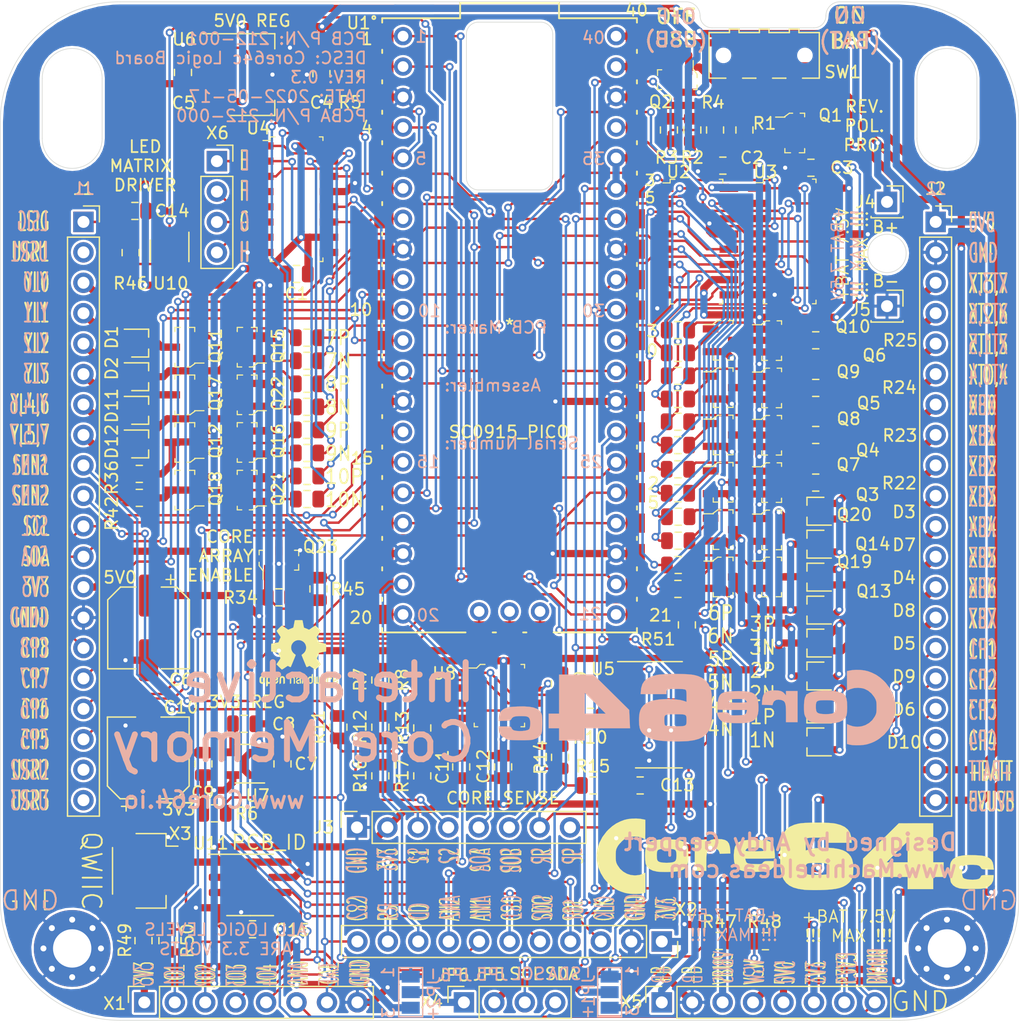
<source format=kicad_pcb>
(kicad_pcb (version 20171130) (host pcbnew "(5.1.2-1)-1")
  (title_block (title "Core 64 - PCB Layout") (date 2020-03-20) (rev 0.3) (company "Andy Geppert - Machine Ideas, LLC"))
  (layers (0 F.Cu signal) (31 B.Cu signal) (34 B.Paste user hide) (35 F.Paste user hide) (36 B.SilkS user) (37 F.SilkS user) (38 B.Mask user hide) (39 F.Mask user hide) (44 Edge.Cuts user))
  (net 0 "")
  (net 1 "Net-(D2-Pad3)")
  (net 2 -BATT)
  (net 3 XB7)
  (net 4 XB4)
  (net 5 XB6)
  (net 6 XB5)
  (net 7 XB1)
  (net 8 XB2)
  (net 9 XB3)
  (net 10 I2C_DATA)
  (net 11 I2C_CLOCK)
  (net 12 GNDPWR)
  (net 13 "Net-(Q5-Pad1)")
  (net 14 Q2P)
  (net 15 "Net-(Q6-Pad1)")
  (net 16 "Net-(Q7-Pad1)")
  (net 17 "Net-(Q9-Pad1)")
  (net 18 "Net-(Q10-Pad1)")
  (net 19 "Net-(Q11-Pad1)")
  (net 20 "Net-(Q12-Pad1)")
  (net 21 "Net-(Q13-Pad1)")
  (net 22 Q3P)
  (net 23 Q3N)
  (net 24 Q4P)
  (net 25 Q4N)
  (net 26 Q5P)
  (net 27 Q5N)
  (net 28 Q6P)
  (net 29 Q6N)
  (net 30 YL5)
  (net 31 YL4)
  (net 32 YL3)
  (net 33 YL2)
  (net 34 YL1)
  (net 35 SENSE1)
  (net 36 SENSE2)
  (net 37 "Net-(Q14-Pad1)")
  (net 38 "Net-(Q15-Pad1)")
  (net 39 "Net-(Q16-Pad1)")
  (net 40 "Net-(Q17-Pad1)")
  (net 41 "Net-(Q18-Pad1)")
  (net 42 "Net-(Q19-Pad1)")
  (net 43 "Net-(Q20-Pad1)")
  (net 44 Q10P)
  (net 45 Q10N)
  (net 46 Q9P)
  (net 47 Q9N)
  (net 48 Q7P)
  (net 49 Q7N)
  (net 50 Q8P)
  (net 51 Q8N)
  (net 52 SENSE_PULSE)
  (net 53 "Net-(D10-Pad3)")
  (net 54 "Net-(D11-Pad3)")
  (net 55 "Net-(D12-Pad3)")
  (net 56 +BATT)
  (net 57 SENSE_RESET)
  (net 58 SENSE_OUT_A)
  (net 59 SENSE_OUT_B)
  (net 60 +VSW)
  (net 61 "Net-(D1-Pad3)")
  (net 62 "Net-(D5-Pad3)")
  (net 63 5V0)
  (net 64 3V3)
  (net 65 CP5_EN)
  (net 66 CP6_EN)
  (net 67 CP7_EN)
  (net 68 CP8_EN)
  (net 69 CP4_EN)
  (net 70 CP3_EN)
  (net 71 CP2_EN)
  (net 72 CP1_EN)
  (net 73 XT0,4)
  (net 74 XT1,5)
  (net 75 XT2,6)
  (net 76 XT3,7)
  (net 77 Q1N)
  (net 78 "Net-(Q4-Pad1)")
  (net 79 "Net-(Q21-Pad1)")
  (net 80 BAT_MON)
  (net 81 "Net-(Q1-Pad1)")
  (net 82 LED_MATRIX_5V0_SIG)
  (net 83 LED_MATRIX_3V3_SIG)
  (net 84 "Net-(Q22-Pad1)")
  (net 85 XB0)
  (net 86 YL0)
  (net 87 PICO_VSYS)
  (net 88 Q1P)
  (net 89 Q2N)
  (net 90 3V3_MON)
  (net 91 PICO_3V3OUT)
  (net 92 "Net-(Q1-Pad3)")
  (net 93 SPARE_ADC2)
  (net 94 PICO_VBUS)
  (net 95 "Net-(U1-Pad30)")
  (net 96 "Net-(U1-Pad37)")
  (net 97 "Net-(U1-PadD2)")
  (net 98 "Net-(U1-PadD1)")
  (net 99 "Net-(U1-PadD3)")
  (net 100 "Net-(U4-Pad7)")
  (net 101 "Net-(U4-Pad9)")
  (net 102 "Net-(Q8-Pad1)")
  (net 103 "Net-(Q23-Pad1)")
  (net 104 "Net-(R2-Pad1)")
  (net 105 "Net-(R5-Pad2)")
  (net 106 "Net-(Q3-Pad1)")
  (net 107 "Net-(R46-Pad2)")
  (net 108 CORE_ARRAY_ENABLE)
  (net 109 "Net-(Q12-Pad3)")
  (net 110 SR_SER)
  (net 111 SR_CLK)
  (net 112 "Net-(U4-Pad6)")
  (net 113 "Net-(U4-Pad5)")
  (net 114 "Net-(U4-Pad4)")
  (net 115 SPI_CS1)
  (net 116 SR_LAT)
  (net 117 SPI_CD)
  (net 118 SPI_RESET)
  (net 119 SPI_SDI)
  (net 120 SPI_CLK)
  (net 121 SPI_SDO)
  (net 122 "Net-(U2-Pad9)")
  (net 123 "Net-(U3-Pad9)")
  (net 124 "Net-(Q18-Pad3)")
  (net 125 "Net-(D3-Pad3)")
  (net 126 "Net-(D7-Pad3)")
  (net 127 "Net-(JP1-Pad2)")
  (net 128 "Net-(JP2-Pad2)")
  (net 129 "Net-(Q3-Pad3)")
  (net 130 "Net-(Q4-Pad3)")
  (net 131 "Net-(Q5-Pad3)")
  (net 132 "Net-(Q10-Pad3)")
  (net 133 "Net-(R12-Pad1)")
  (net 134 "Net-(R13-Pad1)")
  (net 135 "Net-(R10-Pad1)")
  (net 136 "Net-(R15-Pad1)")
  (net 137 "Net-(U5-Pad13)")
  (net 138 "Net-(U5-Pad12)")
  (net 139 "Net-(U5-Pad1)")
  (net 140 "Net-(U6-Pad2)")
  (net 141 "Net-(C8-Pad1)")
  (net 142 "Net-(J1-Pad2)")
  (net 143 "Net-(J1-Pad19)")
  (net 144 "Net-(J1-Pad20)")
  (module Connector_PinSocket_2.54mm:PinSocket_1x01_P2.54mm_Vertical (layer F.Cu) (at 31.5 -17.1)
    (fp_text reference J5 (at -2.2 0.3) (layer F.SilkS))
    (fp_text value "ALT. BATT-")
    (pad 1 thru_hole rect (at 0 0) (size 1.7 1.7) (drill 1) (layers *.Cu *.Mask) (net 2 -BATT))
  )
  (module Connector_PinSocket_2.54mm:PinSocket_1x01_P2.54mm_Vertical (layer F.Cu) (at 31.5 -25.8)
    (fp_text reference J4 (at -1.8 0) (layer F.SilkS))
    (fp_text value "ALT. BATT+")
    (pad 1 thru_hole rect (at 0 0) (size 1.7 1.7) (drill 1) (layers *.Cu *.Mask) (net 56 +BATT))
  )
  (module Raspberry_Pico_SC0915:Pico_SC0915_THRUHOLE_CUTOUTS (layer F.Cu) (at 0 -15.5)
    (fp_text reference U1 (at -12.6 -25.225) (layer F.SilkS))
    (fp_text value SC0915_PICO (at -0.05 8.9) (layer F.SilkS))
    (fp_text user * (at 0 0) (layer F.SilkS))
    (pad D1 thru_hole circle (at -2.54 23.876) (size 1.524 1.524) (drill 0.9) (layers *.Cu *.Mask) (net 98 "Net-(U1-PadD1)"))
    (pad D2 thru_hole circle (at 0 23.876) (size 1.524 1.524) (drill 0.9) (layers *.Cu *.Mask) (net 97 "Net-(U1-PadD2)"))
    (pad D3 thru_hole circle (at 2.54 23.876) (size 1.524 1.524) (drill 0.9) (layers *.Cu *.Mask) (net 99 "Net-(U1-PadD3)"))
    (pad 40 thru_hole circle (at 8.89 -24.13) (size 1.524 1.524) (drill 0.9) (layers *.Cu *.Mask) (net 94 PICO_VBUS))
    (pad 39 thru_hole circle (at 8.89 -21.59) (size 1.524 1.524) (drill 0.9) (layers *.Cu *.Mask) (net 87 PICO_VSYS))
    (pad 38 thru_hole circle (at 8.89 -19.05) (size 1.524 1.524) (drill 0.9) (layers *.Cu *.Mask) (net 2 -BATT))
    (pad 37 thru_hole circle (at 8.89 -16.51) (size 1.524 1.524) (drill 0.9) (layers *.Cu *.Mask) (net 96 "Net-(U1-Pad37)"))
    (pad 26 thru_hole circle (at 8.89 11.43) (size 1.524 1.524) (drill 0.9) (layers *.Cu *.Mask) (net 108 CORE_ARRAY_ENABLE))
    (pad 25 thru_hole circle (at 8.89 13.97) (size 1.524 1.524) (drill 0.9) (layers *.Cu *.Mask) (net 121 SPI_SDO))
    (pad 24 thru_hole circle (at 8.89 16.51) (size 1.524 1.524) (drill 0.9) (layers *.Cu *.Mask) (net 120 SPI_CLK))
    (pad 21 thru_hole circle (at 8.89 24.13) (size 1.524 1.524) (drill 0.9) (layers *.Cu *.Mask) (net 119 SPI_SDI))
    (pad 22 thru_hole circle (at 8.89 21.59) (size 1.524 1.524) (drill 0.9) (layers *.Cu *.Mask) (net 115 SPI_CS1))
    (pad 28 thru_hole circle (at 8.89 6.35) (size 1.524 1.524) (drill 0.9) (layers *.Cu *.Mask) (net 2 -BATT))
    (pad 29 thru_hole circle (at 8.89 3.81) (size 1.524 1.524) (drill 0.9) (layers *.Cu *.Mask) (net 83 LED_MATRIX_3V3_SIG))
    (pad 30 thru_hole circle (at 8.89 1.27) (size 1.524 1.524) (drill 0.9) (layers *.Cu *.Mask) (net 95 "Net-(U1-Pad30)"))
    (pad 31 thru_hole circle (at 8.89 -1.27) (size 1.524 1.524) (drill 0.9) (layers *.Cu *.Mask) (net 80 BAT_MON))
    (pad 32 thru_hole circle (at 8.89 -3.81) (size 1.524 1.524) (drill 0.9) (layers *.Cu *.Mask) (net 90 3V3_MON))
    (pad 36 thru_hole circle (at 8.89 -13.97) (size 1.524 1.524) (drill 0.9) (layers *.Cu *.Mask) (net 91 PICO_3V3OUT))
    (pad 23 thru_hole circle (at 8.89 19.05) (size 1.524 1.524) (drill 0.9) (layers *.Cu *.Mask) (net 2 -BATT))
    (pad 35 thru_hole circle (at 8.89 -11.43) (size 1.524 1.524) (drill 0.9) (layers *.Cu *.Mask) (net 91 PICO_3V3OUT))
    (pad 34 thru_hole circle (at 8.89 -8.89) (size 1.524 1.524) (drill 0.9) (layers *.Cu *.Mask) (net 93 SPARE_ADC2))
    (pad 27 thru_hole circle (at 8.89 8.89) (size 1.524 1.524) (drill 0.9) (layers *.Cu *.Mask) (net 52 SENSE_PULSE))
    (pad 33 thru_hole circle (at 8.89 -6.35) (size 1.524 1.524) (drill 0.9) (layers *.Cu *.Mask) (net 2 -BATT))
    (pad 19 thru_hole circle (at -8.89 21.59) (size 1.524 1.524) (drill 0.9) (layers *.Cu *.Mask) (net 117 SPI_CD))
    (pad 20 thru_hole circle (at -8.89 24.13) (size 1.524 1.524) (drill 0.9) (layers *.Cu *.Mask) (net 118 SPI_RESET))
    (pad 17 thru_hole circle (at -8.89 16.51) (size 1.524 1.524) (drill 0.9) (layers *.Cu *.Mask) (net 111 SR_CLK))
    (pad 18 thru_hole circle (at -8.89 19.05) (size 1.524 1.524) (drill 0.9) (layers *.Cu *.Mask) (net 2 -BATT))
    (pad 9 thru_hole circle (at -8.89 -3.81) (size 1.524 1.524) (drill 0.9) (layers *.Cu *.Mask) (net 66 CP6_EN))
    (pad 10 thru_hole circle (at -8.89 -1.27) (size 1.524 1.524) (drill 0.9) (layers *.Cu *.Mask) (net 67 CP7_EN))
    (pad 11 thru_hole circle (at -8.89 1.27) (size 1.524 1.524) (drill 0.9) (layers *.Cu *.Mask) (net 68 CP8_EN))
    (pad 12 thru_hole circle (at -8.89 3.81) (size 1.524 1.524) (drill 0.9) (layers *.Cu *.Mask) (net 116 SR_LAT))
    (pad 13 thru_hole circle (at -8.89 6.35) (size 1.524 1.524) (drill 0.9) (layers *.Cu *.Mask) (net 2 -BATT))
    (pad 14 thru_hole circle (at -8.89 8.89) (size 1.524 1.524) (drill 0.9) (layers *.Cu *.Mask) (net 10 I2C_DATA))
    (pad 15 thru_hole circle (at -8.89 11.43) (size 1.524 1.524) (drill 0.9) (layers *.Cu *.Mask) (net 11 I2C_CLOCK))
    (pad 16 thru_hole circle (at -8.89 13.97) (size 1.524 1.524) (drill 0.9) (layers *.Cu *.Mask) (net 110 SR_SER))
    (pad 5 thru_hole circle (at -8.89 -13.97) (size 1.524 1.524) (drill 0.9) (layers *.Cu *.Mask) (net 70 CP3_EN))
    (pad 6 thru_hole circle (at -8.89 -11.43) (size 1.524 1.524) (drill 0.9) (layers *.Cu *.Mask) (net 69 CP4_EN))
    (pad 7 thru_hole circle (at -8.89 -8.89) (size 1.524 1.524) (drill 0.9) (layers *.Cu *.Mask) (net 65 CP5_EN))
    (pad 8 thru_hole circle (at -8.89 -6.35) (size 1.524 1.524) (drill 0.9) (layers *.Cu *.Mask) (net 2 -BATT))
    (pad 4 thru_hole circle (at -8.89 -16.51) (size 1.524 1.524) (drill 0.9) (layers *.Cu *.Mask) (net 71 CP2_EN))
    (pad 3 thru_hole circle (at -8.89 -19.05) (size 1.524 1.524) (drill 0.9) (layers *.Cu *.Mask) (net 2 -BATT))
    (pad 2 thru_hole circle (at -8.89 -21.59) (size 1.524 1.524) (drill 0.9) (layers *.Cu *.Mask) (net 72 CP1_EN))
    (pad 1 thru_hole circle (at -8.89 -24.13) (size 1.524 1.524) (drill 0.9) (layers *.Cu *.Mask) (net 57 SENSE_RESET))
    (pad D3 smd rect (at 2.54 25.49896 90) (size 1.6 1.6002) (layers F.Cu F.Paste F.Mask) (net 99 "Net-(U1-PadD3)"))
    (pad D1 smd rect (at -2.54 25.49896 90) (size 1.6 1.6002) (layers F.Cu F.Paste F.Mask) (net 98 "Net-(U1-PadD1)"))
    (pad D2 smd rect (at 0 25.49896 90) (size 1.6 1.6002) (layers F.Cu F.Paste F.Mask) (net 97 "Net-(U1-PadD2)"))
    (pad 40 smd rect (at 10.4901 -24.13) (size 1.6 1.6002) (layers F.Cu F.Paste F.Mask) (net 94 PICO_VBUS))
    (pad 39 smd rect (at 10.4901 -21.59) (size 1.6 1.6002) (layers F.Cu F.Paste F.Mask) (net 87 PICO_VSYS))
    (pad 38 smd rect (at 10.4901 -19.05) (size 1.6 1.6002) (layers F.Cu F.Paste F.Mask) (net 2 -BATT))
    (pad 37 smd rect (at 10.4901 -16.51) (size 1.6 1.6002) (layers F.Cu F.Paste F.Mask) (net 96 "Net-(U1-Pad37)"))
    (pad 36 smd rect (at 10.4901 -13.97) (size 1.6 1.6002) (layers F.Cu F.Paste F.Mask) (net 91 PICO_3V3OUT))
    (pad 35 smd rect (at 10.4901 -11.43) (size 1.6 1.6002) (layers F.Cu F.Paste F.Mask) (net 91 PICO_3V3OUT))
    (pad 34 smd rect (at 10.4901 -8.89) (size 1.6 1.6002) (layers F.Cu F.Paste F.Mask) (net 93 SPARE_ADC2))
    (pad 33 smd rect (at 10.4901 -6.35) (size 1.6 1.6002) (layers F.Cu F.Paste F.Mask) (net 2 -BATT))
    (pad 32 smd rect (at 10.4901 -3.81) (size 1.6 1.6002) (layers F.Cu F.Paste F.Mask) (net 90 3V3_MON))
    (pad 31 smd rect (at 10.4901 -1.27) (size 1.6 1.6002) (layers F.Cu F.Paste F.Mask) (net 80 BAT_MON))
    (pad 30 smd rect (at 10.4901 1.27) (size 1.6 1.6002) (layers F.Cu F.Paste F.Mask) (net 95 "Net-(U1-Pad30)"))
    (pad 29 smd rect (at 10.4901 3.81) (size 1.6 1.6002) (layers F.Cu F.Paste F.Mask) (net 83 LED_MATRIX_3V3_SIG))
    (pad 28 smd rect (at 10.4901 6.35) (size 1.6 1.6002) (layers F.Cu F.Paste F.Mask) (net 2 -BATT))
    (pad 27 smd rect (at 10.4901 8.89) (size 1.6 1.6002) (layers F.Cu F.Paste F.Mask) (net 52 SENSE_PULSE))
    (pad 26 smd rect (at 10.4901 11.43) (size 1.6 1.6002) (layers F.Cu F.Paste F.Mask) (net 108 CORE_ARRAY_ENABLE))
    (pad 25 smd rect (at 10.4901 13.97) (size 1.6 1.6002) (layers F.Cu F.Paste F.Mask) (net 121 SPI_SDO))
    (pad 24 smd rect (at 10.4901 16.51) (size 1.6 1.6002) (layers F.Cu F.Paste F.Mask) (net 120 SPI_CLK))
    (pad 23 smd rect (at 10.4901 19.05) (size 1.6 1.6002) (layers F.Cu F.Paste F.Mask) (net 2 -BATT))
    (pad 22 smd rect (at 10.4901 21.59) (size 1.6 1.6002) (layers F.Cu F.Paste F.Mask) (net 115 SPI_CS1))
    (pad 21 smd rect (at 10.4901 24.13) (size 1.6 1.6002) (layers F.Cu F.Paste F.Mask) (net 119 SPI_SDI))
    (pad 20 smd rect (at -10.4901 24.13) (size 1.6 1.6002) (layers F.Cu F.Paste F.Mask) (net 118 SPI_RESET))
    (pad 19 smd rect (at -10.4901 21.59) (size 1.6 1.6002) (layers F.Cu F.Paste F.Mask) (net 117 SPI_CD))
    (pad 18 smd rect (at -10.4901 19.05) (size 1.6 1.6002) (layers F.Cu F.Paste F.Mask) (net 2 -BATT))
    (pad 17 smd rect (at -10.4901 16.51) (size 1.6 1.6002) (layers F.Cu F.Paste F.Mask) (net 111 SR_CLK))
    (pad 16 smd rect (at -10.4901 13.97) (size 1.6 1.6002) (layers F.Cu F.Paste F.Mask) (net 110 SR_SER))
    (pad 15 smd rect (at -10.4901 11.43) (size 1.6 1.6002) (layers F.Cu F.Paste F.Mask) (net 11 I2C_CLOCK))
    (pad 14 smd rect (at -10.4901 8.89) (size 1.6 1.6002) (layers F.Cu F.Paste F.Mask) (net 10 I2C_DATA))
    (pad 13 smd rect (at -10.4901 6.35) (size 1.6 1.6002) (layers F.Cu F.Paste F.Mask) (net 2 -BATT))
    (pad 12 smd rect (at -10.4901 3.81) (size 1.6 1.6002) (layers F.Cu F.Paste F.Mask) (net 116 SR_LAT))
    (pad 11 smd rect (at -10.4901 1.27) (size 1.6 1.6002) (layers F.Cu F.Paste F.Mask) (net 68 CP8_EN))
    (pad 10 smd rect (at -10.4901 -1.27) (size 1.6 1.6002) (layers F.Cu F.Paste F.Mask) (net 67 CP7_EN))
    (pad 9 smd rect (at -10.4901 -3.81) (size 1.6 1.6002) (layers F.Cu F.Paste F.Mask) (net 66 CP6_EN))
    (pad 8 smd rect (at -10.4901 -6.35) (size 1.6 1.6002) (layers F.Cu F.Paste F.Mask) (net 2 -BATT))
    (pad 7 smd rect (at -10.4901 -8.89) (size 1.6 1.6002) (layers F.Cu F.Paste F.Mask) (net 65 CP5_EN))
    (pad 6 smd rect (at -10.4901 -11.43) (size 1.6 1.6002) (layers F.Cu F.Paste F.Mask) (net 69 CP4_EN))
    (pad 5 smd rect (at -10.4901 -13.97) (size 1.6 1.6002) (layers F.Cu F.Paste F.Mask) (net 70 CP3_EN))
    (pad 4 smd rect (at -10.4901 -16.51) (size 1.6 1.6002) (layers F.Cu F.Paste F.Mask) (net 71 CP2_EN))
    (pad 3 smd rect (at -10.4901 -19.05) (size 1.6 1.6002) (layers F.Cu F.Paste F.Mask) (net 2 -BATT))
    (pad 2 smd rect (at -10.4901 -21.59) (size 1.6 1.6002) (layers F.Cu F.Paste F.Mask) (net 72 CP1_EN))
    (pad 1 smd rect (at -10.4901 -24.13) (size 1.6 1.6002) (layers F.Cu F.Paste F.Mask) (net 57 SENSE_RESET))
  )
  (module Connector_PinSocket_2.54mm:PinSocket_1x04_P2.54mm_Vertical (layer F.Cu) (at -24.425 -29.2)
    (fp_text reference X6 (at 0.05 -2.35) (layer F.SilkS))
    (fp_text value HEADER_4-PIN_0.1)
    (pad 4 thru_hole oval (at 0 7.62) (size 1.7 1.7) (drill 1) (layers *.Cu *.Mask) (net 100 "Net-(U4-Pad7)"))
    (pad 3 thru_hole oval (at 0 5.08) (size 1.7 1.7) (drill 1) (layers *.Cu *.Mask) (net 112 "Net-(U4-Pad6)"))
    (pad 2 thru_hole oval (at 0 2.54) (size 1.7 1.7) (drill 1) (layers *.Cu *.Mask) (net 113 "Net-(U4-Pad5)"))
    (pad 1 thru_hole rect (at 0 0) (size 1.7 1.7) (drill 1) (layers *.Cu *.Mask) (net 114 "Net-(U4-Pad4)"))
  )
  (module Digikey:SOIC-16_W3.90mm (layer F.Cu) (at 23.375 -22.5 270)
    (fp_text reference U3 (at -5.8 2.025 180) (layer F.SilkS))
    (fp_text value 74HC595D)
    (pad 16 smd rect (at -4.445 -2.7 270) (size 0.6 1.55) (layers F.Cu F.Paste F.Mask) (net 64 3V3))
    (pad 15 smd rect (at -3.175 -2.7 270) (size 0.6 1.55) (layers F.Cu F.Paste F.Mask) (net 27 Q5N))
    (pad 14 smd rect (at -1.905 -2.7 270) (size 0.6 1.55) (layers F.Cu F.Paste F.Mask) (net 122 "Net-(U2-Pad9)"))
    (pad 13 smd rect (at -0.635 -2.7 270) (size 0.6 1.55) (layers F.Cu F.Paste F.Mask) (net 2 -BATT))
    (pad 12 smd rect (at 0.635 -2.7 270) (size 0.6 1.55) (layers F.Cu F.Paste F.Mask) (net 116 SR_LAT))
    (pad 11 smd rect (at 1.905 -2.7 270) (size 0.6 1.55) (layers F.Cu F.Paste F.Mask) (net 111 SR_CLK))
    (pad 10 smd rect (at 3.175 -2.7 270) (size 0.6 1.55) (layers F.Cu F.Paste F.Mask) (net 64 3V3))
    (pad 9 smd rect (at 4.445 -2.7 270) (size 0.6 1.55) (layers F.Cu F.Paste F.Mask) (net 123 "Net-(U3-Pad9)"))
    (pad 8 smd rect (at 4.445 2.7 270) (size 0.6 1.55) (layers F.Cu F.Paste F.Mask) (net 2 -BATT))
    (pad 7 smd rect (at 3.175 2.7 270) (size 0.6 1.55) (layers F.Cu F.Paste F.Mask) (net 50 Q8P))
    (pad 6 smd rect (at 1.905 2.7 270) (size 0.6 1.55) (layers F.Cu F.Paste F.Mask) (net 51 Q8N))
    (pad 5 smd rect (at 0.635 2.7 270) (size 0.6 1.55) (layers F.Cu F.Paste F.Mask) (net 48 Q7P))
    (pad 4 smd rect (at -0.635 2.7 270) (size 0.6 1.55) (layers F.Cu F.Paste F.Mask) (net 49 Q7N))
    (pad 3 smd rect (at -1.905 2.7 270) (size 0.6 1.55) (layers F.Cu F.Paste F.Mask) (net 28 Q6P))
    (pad 2 smd rect (at -3.175 2.7 270) (size 0.6 1.55) (layers F.Cu F.Paste F.Mask) (net 29 Q6N))
    (pad 1 smd rect (at -4.445 2.7 270) (size 0.6 1.55) (layers F.Cu F.Paste F.Mask) (net 26 Q5P))
  )
  (module Digikey:SOIC-16_W3.90mm (layer F.Cu) (at -17.775 -26.025 270)
    (fp_text reference U4 (at -5.9282 3.18 180) (layer F.SilkS))
    (fp_text value 74HC595D)
    (pad 16 smd rect (at -4.445 -2.7 270) (size 0.6 1.55) (layers F.Cu F.Paste F.Mask) (net 64 3V3))
    (pad 15 smd rect (at -3.175 -2.7 270) (size 0.6 1.55) (layers F.Cu F.Paste F.Mask) (net 47 Q9N))
    (pad 14 smd rect (at -1.905 -2.7 270) (size 0.6 1.55) (layers F.Cu F.Paste F.Mask) (net 123 "Net-(U3-Pad9)"))
    (pad 13 smd rect (at -0.635 -2.7 270) (size 0.6 1.55) (layers F.Cu F.Paste F.Mask) (net 2 -BATT))
    (pad 12 smd rect (at 0.635 -2.7 270) (size 0.6 1.55) (layers F.Cu F.Paste F.Mask) (net 116 SR_LAT))
    (pad 11 smd rect (at 1.905 -2.7 270) (size 0.6 1.55) (layers F.Cu F.Paste F.Mask) (net 111 SR_CLK))
    (pad 10 smd rect (at 3.175 -2.7 270) (size 0.6 1.55) (layers F.Cu F.Paste F.Mask) (net 64 3V3))
    (pad 9 smd rect (at 4.445 -2.7 270) (size 0.6 1.55) (layers F.Cu F.Paste F.Mask) (net 101 "Net-(U4-Pad9)"))
    (pad 8 smd rect (at 4.445 2.7 270) (size 0.6 1.55) (layers F.Cu F.Paste F.Mask) (net 2 -BATT))
    (pad 7 smd rect (at 3.175 2.7 270) (size 0.6 1.55) (layers F.Cu F.Paste F.Mask) (net 100 "Net-(U4-Pad7)"))
    (pad 6 smd rect (at 1.905 2.7 270) (size 0.6 1.55) (layers F.Cu F.Paste F.Mask) (net 112 "Net-(U4-Pad6)"))
    (pad 5 smd rect (at 0.635 2.7 270) (size 0.6 1.55) (layers F.Cu F.Paste F.Mask) (net 113 "Net-(U4-Pad5)"))
    (pad 4 smd rect (at -0.635 2.7 270) (size 0.6 1.55) (layers F.Cu F.Paste F.Mask) (net 114 "Net-(U4-Pad4)"))
    (pad 3 smd rect (at -1.905 2.7 270) (size 0.6 1.55) (layers F.Cu F.Paste F.Mask) (net 44 Q10P))
    (pad 2 smd rect (at -3.175 2.7 270) (size 0.6 1.55) (layers F.Cu F.Paste F.Mask) (net 45 Q10N))
    (pad 1 smd rect (at -4.445 2.7 270) (size 0.6 1.55) (layers F.Cu F.Paste F.Mask) (net 46 Q9P))
  )
  (module Digikey:SOIC-16_W3.90mm (layer F.Cu) (at 15.6 -22.485 270)
    (fp_text reference U2 (at -5.815 1.5 180) (layer F.SilkS))
    (fp_text value 74HC595D)
    (pad 16 smd rect (at -4.445 -2.7 270) (size 0.6 1.55) (layers F.Cu F.Paste F.Mask) (net 64 3V3))
    (pad 15 smd rect (at -3.175 -2.7 270) (size 0.6 1.55) (layers F.Cu F.Paste F.Mask) (net 77 Q1N))
    (pad 14 smd rect (at -1.905 -2.7 270) (size 0.6 1.55) (layers F.Cu F.Paste F.Mask) (net 110 SR_SER))
    (pad 13 smd rect (at -0.635 -2.7 270) (size 0.6 1.55) (layers F.Cu F.Paste F.Mask) (net 2 -BATT))
    (pad 12 smd rect (at 0.635 -2.7 270) (size 0.6 1.55) (layers F.Cu F.Paste F.Mask) (net 116 SR_LAT))
    (pad 11 smd rect (at 1.905 -2.7 270) (size 0.6 1.55) (layers F.Cu F.Paste F.Mask) (net 111 SR_CLK))
    (pad 10 smd rect (at 3.175 -2.7 270) (size 0.6 1.55) (layers F.Cu F.Paste F.Mask) (net 64 3V3))
    (pad 9 smd rect (at 4.445 -2.7 270) (size 0.6 1.55) (layers F.Cu F.Paste F.Mask) (net 122 "Net-(U2-Pad9)"))
    (pad 8 smd rect (at 4.445 2.7 270) (size 0.6 1.55) (layers F.Cu F.Paste F.Mask) (net 2 -BATT))
    (pad 7 smd rect (at 3.175 2.7 270) (size 0.6 1.55) (layers F.Cu F.Paste F.Mask) (net 24 Q4P))
    (pad 6 smd rect (at 1.905 2.7 270) (size 0.6 1.55) (layers F.Cu F.Paste F.Mask) (net 25 Q4N))
    (pad 5 smd rect (at 0.635 2.7 270) (size 0.6 1.55) (layers F.Cu F.Paste F.Mask) (net 22 Q3P))
    (pad 4 smd rect (at -0.635 2.7 270) (size 0.6 1.55) (layers F.Cu F.Paste F.Mask) (net 23 Q3N))
    (pad 3 smd rect (at -1.905 2.7 270) (size 0.6 1.55) (layers F.Cu F.Paste F.Mask) (net 14 Q2P))
    (pad 2 smd rect (at -3.175 2.7 270) (size 0.6 1.55) (layers F.Cu F.Paste F.Mask) (net 89 Q2N))
    (pad 1 smd rect (at -4.445 2.7 270) (size 0.6 1.55) (layers F.Cu F.Paste F.Mask) (net 88 Q1P))
  )
  (module Capacitor_SMD:C_0805_2012Metric (layer F.Cu) (at 25.15 -28.65 180)
    (fp_text reference C3 (at -2.5868 0.0012) (layer F.SilkS))
    (fp_text value 0.1uF)
    (pad 2 smd roundrect (at 0.9375 0 180) (size 0.975 1.4) (layers F.Cu F.Paste F.Mask) (net 2 -BATT))
    (pad 1 smd roundrect (at -0.9375 0 180) (size 0.975 1.4) (layers F.Cu F.Paste F.Mask) (net 64 3V3))
  )
  (module Capacitor_SMD:C_0805_2012Metric (layer F.Cu) (at 17.8 -28.825 180)
    (fp_text reference C2 (at -2.425 0.65) (layer F.SilkS))
    (fp_text value 0.1uF)
    (pad 2 smd roundrect (at 0.9375 0 180) (size 0.975 1.4) (layers F.Cu F.Paste F.Mask) (net 2 -BATT))
    (pad 1 smd roundrect (at -0.9375 0 180) (size 0.975 1.4) (layers F.Cu F.Paste F.Mask) (net 64 3V3))
  )
  (module Capacitor_SMD:C_0805_2012Metric (layer F.Cu) (at -17.78 -19.7866 180)
    (fp_text reference C1 (at 0 -1.65) (layer F.SilkS))
    (fp_text value 0.1uF)
    (pad 2 smd roundrect (at 0.9375 0 180) (size 0.975 1.4) (layers F.Cu F.Paste F.Mask) (net 2 -BATT))
    (pad 1 smd roundrect (at -0.9375 0 180) (size 0.975 1.4) (layers F.Cu F.Paste F.Mask) (net 64 3V3))
  )
  (module Connector_PinSocket_2.54mm:PinSocket_1x08_P2.54mm_Vertical (layer F.Cu) (at -12.735 26.4 90)
    (fp_text reference J3 (at 0 -2.77 180) (layer F.SilkS))
    (fp_text value HEADER_8-PIN_0.1)
    (pad 8 thru_hole oval (at 0 17.78 90) (size 1.7 1.7) (drill 1) (layers *.Cu *.Mask) (net 52 SENSE_PULSE))
    (pad 7 thru_hole oval (at 0 15.24 90) (size 1.7 1.7) (drill 1) (layers *.Cu *.Mask) (net 57 SENSE_RESET))
    (pad 6 thru_hole oval (at 0 12.7 90) (size 1.7 1.7) (drill 1) (layers *.Cu *.Mask) (net 59 SENSE_OUT_B))
    (pad 5 thru_hole oval (at 0 10.16 90) (size 1.7 1.7) (drill 1) (layers *.Cu *.Mask) (net 58 SENSE_OUT_A))
    (pad 4 thru_hole oval (at 0 7.62 90) (size 1.7 1.7) (drill 1) (layers *.Cu *.Mask) (net 36 SENSE2))
    (pad 3 thru_hole oval (at 0 5.08 90) (size 1.7 1.7) (drill 1) (layers *.Cu *.Mask) (net 35 SENSE1))
    (pad 2 thru_hole oval (at 0 2.54 90) (size 1.7 1.7) (drill 1) (layers *.Cu *.Mask) (net 64 3V3))
    (pad 1 thru_hole rect (at 0 0 90) (size 1.7 1.7) (drill 1) (layers *.Cu *.Mask) (net 2 -BATT))
  )
  (module Connector_PinSocket_2.54mm:PinSocket_1x04_P2.54mm_Vertical (layer F.Cu) (at -3.81 41 90)
    (fp_text reference X4 (at 0.0298 -2.6924 180) (layer F.SilkS))
    (fp_text value HEADER_4-PIN_0.1)
    (pad 4 thru_hole oval (at 0 7.62 90) (size 1.7 1.7) (drill 1) (layers *.Cu *.Mask) (net 10 I2C_DATA))
    (pad 3 thru_hole oval (at 0 5.08 90) (size 1.7 1.7) (drill 1) (layers *.Cu *.Mask) (net 11 I2C_CLOCK))
    (pad 2 thru_hole oval (at 0 2.54 90) (size 1.7 1.7) (drill 1) (layers *.Cu *.Mask) (net 127 "Net-(JP1-Pad2)"))
    (pad 1 thru_hole rect (at 0 0 90) (size 1.7 1.7) (drill 1) (layers *.Cu *.Mask) (net 128 "Net-(JP2-Pad2)"))
  )
  (module Button_Switch_SMD:SW_SPDT_CK-JS102011SAQN_Core64_Recessed (layer F.Cu) (at 21.25 -38.025 180)
    (fp_text reference SW1 (at -6.55 -1.385) (layer F.SilkS))
    (fp_text value JS102011SAQN)
    (pad "" np_thru_hole circle (at 3.4 0 180) (size 0.9 0.9) (drill 0.9) (layers *.Cu *.Mask))
    (pad "" np_thru_hole circle (at -3.4 0 180) (size 0.9 0.9) (drill 0.9) (layers *.Cu *.Mask))
    (pad 3 smd rect (at 2.5 -2.75 180) (size 1.25 2.5) (layers F.Cu F.Paste F.Mask) (net 94 PICO_VBUS))
    (pad 2 smd rect (at 0 -2.75 180) (size 1.25 2.5) (layers F.Cu F.Paste F.Mask) (net 92 "Net-(Q1-Pad3)"))
    (pad 1 smd rect (at -2.5 -2.75 180) (size 1.25 2.5) (layers F.Cu F.Paste F.Mask) (net 56 +BATT))
  )
  (module Connector_PinSocket_2.54mm:PinSocket_1x08_P2.54mm_Vertical (layer F.Cu) (at -30.48 41 90)
    (fp_text reference X1 (at -0.1 -2.47 180) (layer F.SilkS))
    (fp_text value HEADER_8-PIN_0.1)
    (pad 8 thru_hole oval (at 0 17.78 90) (size 1.7 1.7) (drill 1) (layers *.Cu *.Mask) (net 2 -BATT))
    (pad 7 thru_hole oval (at 0 15.24 90) (size 1.7 1.7) (drill 1) (layers *.Cu *.Mask) (net 108 CORE_ARRAY_ENABLE))
    (pad 6 thru_hole oval (at 0 12.7 90) (size 1.7 1.7) (drill 1) (layers *.Cu *.Mask) (net 80 BAT_MON))
    (pad 5 thru_hole oval (at 0 10.16 90) (size 1.7 1.7) (drill 1) (layers *.Cu *.Mask) (net 69 CP4_EN))
    (pad 4 thru_hole oval (at 0 7.62 90) (size 1.7 1.7) (drill 1) (layers *.Cu *.Mask) (net 70 CP3_EN))
    (pad 3 thru_hole oval (at 0 5.08 90) (size 1.7 1.7) (drill 1) (layers *.Cu *.Mask) (net 71 CP2_EN))
    (pad 2 thru_hole oval (at 0 2.54 90) (size 1.7 1.7) (drill 1) (layers *.Cu *.Mask) (net 72 CP1_EN))
    (pad 1 thru_hole rect (at 0 0 90) (size 1.7 1.7) (drill 1) (layers *.Cu *.Mask) (net 64 3V3))
  )
  (module Connector_PinSocket_2.54mm:PinSocket_1x08_P2.54mm_Vertical (layer F.Cu) (at 12.7 41 90)
    (fp_text reference X5 (at 0.0298 -2.54 180) (layer F.SilkS))
    (fp_text value Conn_01x08_Female)
    (pad 8 thru_hole oval (at 0 17.78 90) (size 1.7 1.7) (drill 1) (layers *.Cu *.Mask) (net 80 BAT_MON))
    (pad 7 thru_hole oval (at 0 15.24 90) (size 1.7 1.7) (drill 1) (layers *.Cu *.Mask) (net 91 PICO_3V3OUT))
    (pad 6 thru_hole oval (at 0 12.7 90) (size 1.7 1.7) (drill 1) (layers *.Cu *.Mask) (net 64 3V3))
    (pad 5 thru_hole oval (at 0 10.16 90) (size 1.7 1.7) (drill 1) (layers *.Cu *.Mask) (net 63 5V0))
    (pad 4 thru_hole oval (at 0 7.62 90) (size 1.7 1.7) (drill 1) (layers *.Cu *.Mask) (net 60 +VSW))
    (pad 3 thru_hole oval (at 0 5.08 90) (size 1.7 1.7) (drill 1) (layers *.Cu *.Mask) (net 94 PICO_VBUS))
    (pad 2 thru_hole oval (at 0 2.54 90) (size 1.7 1.7) (drill 1) (layers *.Cu *.Mask) (net 2 -BATT))
    (pad 1 thru_hole rect (at 0 0 90) (size 1.7 1.7) (drill 1) (layers *.Cu *.Mask) (net 56 +BATT))
  )
  (module Capacitor_SMD:CP_Elec_6.3x7.7 (layer F.Cu) (at -30.1244 9.7536 270)
    (fp_text reference C6 (at 4.325 -2.675 180) (layer F.SilkS))
    (fp_text value 470uF)
    (pad 2 smd roundrect (at 2.7 0 270) (size 3.5 1.6) (layers F.Cu F.Paste F.Mask) (roundrect_rratio 0.15625) (net 2 -BATT))
    (pad 1 smd roundrect (at -2.7 0 270) (size 3.5 1.6) (layers F.Cu F.Paste F.Mask) (roundrect_rratio 0.15625) (net 63 5V0))
  )
  (module Capacitor_SMD:CP_Elec_6.3x7.7 (layer F.Cu) (at -30.15 20.6 90)
    (fp_text reference C10 (at 4.225 2.725 180) (layer F.SilkS))
    (fp_text value 470uF)
    (pad 2 smd roundrect (at 2.7 0 90) (size 3.5 1.6) (layers F.Cu F.Paste F.Mask) (roundrect_rratio 0.15625) (net 2 -BATT))
    (pad 1 smd roundrect (at -2.7 0 90) (size 3.5 1.6) (layers F.Cu F.Paste F.Mask) (roundrect_rratio 0.15625) (net 64 3V3))
  )
  (module Package_SO:SOIC-8_3.9x4.9mm_P1.27mm (layer F.Cu) (at -21.65 31.2)
    (fp_text reference U11 (at -3.275 -3.475) (layer F.SilkS))
    (fp_text value M24C02)
    (pad 8 smd roundrect (at 2.475 -1.905) (size 1.95 0.6) (layers F.Cu F.Paste F.Mask) (net 64 3V3))
    (pad 7 smd roundrect (at 2.475 -0.635) (size 1.95 0.6) (layers F.Cu F.Paste F.Mask) (net 2 -BATT))
    (pad 6 smd roundrect (at 2.475 0.635) (size 1.95 0.6) (layers F.Cu F.Paste F.Mask) (net 11 I2C_CLOCK))
    (pad 5 smd roundrect (at 2.475 1.905) (size 1.95 0.6) (layers F.Cu F.Paste F.Mask) (net 10 I2C_DATA))
    (pad 4 smd roundrect (at -2.475 1.905) (size 1.95 0.6) (layers F.Cu F.Paste F.Mask) (net 2 -BATT))
    (pad 3 smd roundrect (at -2.475 0.635) (size 1.95 0.6) (layers F.Cu F.Paste F.Mask) (net 64 3V3))
    (pad 2 smd roundrect (at -2.475 -0.635) (size 1.95 0.6) (layers F.Cu F.Paste F.Mask) (net 64 3V3))
    (pad 1 smd roundrect (at -2.475 -1.905) (size 1.95 0.6) (layers F.Cu F.Paste F.Mask) (net 64 3V3))
  )
  (module Package_TO_SOT_SMD:SOT-23-5 (layer F.Cu) (at -28.3718 -21.717 270)
    (fp_text reference U10 (at 2.7178 -0.1016 180) (layer F.SilkS))
    (fp_text value SN74LV1T125DBVR)
    (pad 5 smd rect (at 1.1 -0.95 270) (size 1.06 0.65) (layers F.Cu F.Paste F.Mask) (net 63 5V0))
    (pad 4 smd rect (at 1.1 0.95 270) (size 1.06 0.65) (layers F.Cu F.Paste F.Mask) (net 107 "Net-(R46-Pad2)"))
    (pad 3 smd rect (at -1.1 0.95 270) (size 1.06 0.65) (layers F.Cu F.Paste F.Mask) (net 2 -BATT))
    (pad 2 smd rect (at -1.1 0 270) (size 1.06 0.65) (layers F.Cu F.Paste F.Mask) (net 83 LED_MATRIX_3V3_SIG))
    (pad 1 smd rect (at -1.1 -0.95 270) (size 1.06 0.65) (layers F.Cu F.Paste F.Mask) (net 2 -BATT))
  )
  (module Resistor_SMD:R_0805_2012Metric (layer F.Cu) (at -31.623 -21.5646 270)
    (fp_text reference R46 (at 2.5654 0 180) (layer F.SilkS))
    (fp_text value 470)
    (pad 2 smd roundrect (at 0.9375 0 270) (size 0.975 1.4) (layers F.Cu F.Paste F.Mask) (net 107 "Net-(R46-Pad2)"))
    (pad 1 smd roundrect (at -0.9375 0 270) (size 0.975 1.4) (layers F.Cu F.Paste F.Mask) (net 82 LED_MATRIX_5V0_SIG))
  )
  (module Resistor_SMD:R_0805_2012Metric (layer F.Cu) (at -19.25 7.2 180)
    (fp_text reference R34 (at 3.2 -0.025) (layer F.SilkS))
    (fp_text value 10k)
    (pad 2 smd roundrect (at 0.9375 0 180) (size 0.975 1.4) (layers F.Cu F.Paste F.Mask) (net 103 "Net-(Q23-Pad1)"))
    (pad 1 smd roundrect (at -0.9375 0 180) (size 0.975 1.4) (layers F.Cu F.Paste F.Mask) (net 2 -BATT))
  )
  (module MountingHole:MountingHole_3.2mm_M3_Pad_Via (layer F.Cu) (at 36.5 36.5)
    (fp_text reference H2)
    (fp_text value "GND PAD")
    (pad 1 thru_hole circle (at 1.697056 -1.697056) (size 0.8 0.8) (drill 0.5) (layers *.Cu *.Mask) (net 2 -BATT))
    (pad 1 thru_hole circle (at 0 -2.4) (size 0.8 0.8) (drill 0.5) (layers *.Cu *.Mask) (net 2 -BATT))
    (pad 1 thru_hole circle (at -1.697056 -1.697056) (size 0.8 0.8) (drill 0.5) (layers *.Cu *.Mask) (net 2 -BATT))
    (pad 1 thru_hole circle (at -2.4 0) (size 0.8 0.8) (drill 0.5) (layers *.Cu *.Mask) (net 2 -BATT))
    (pad 1 thru_hole circle (at -1.697056 1.697056) (size 0.8 0.8) (drill 0.5) (layers *.Cu *.Mask) (net 2 -BATT))
    (pad 1 thru_hole circle (at 0 2.4) (size 0.8 0.8) (drill 0.5) (layers *.Cu *.Mask) (net 2 -BATT))
    (pad 1 thru_hole circle (at 1.697056 1.697056) (size 0.8 0.8) (drill 0.5) (layers *.Cu *.Mask) (net 2 -BATT))
    (pad 1 thru_hole circle (at 2.4 0) (size 0.8 0.8) (drill 0.5) (layers *.Cu *.Mask) (net 2 -BATT))
    (pad 1 thru_hole circle (at 0 0) (size 6.4 6.4) (drill 3.2) (layers *.Cu *.Mask) (net 2 -BATT))
  )
  (module MountingHole:MountingHole_3.2mm_M3_Pad_Via (layer F.Cu) (at -36.5 36.5)
    (fp_text reference H1)
    (fp_text value "GND PAD")
    (pad 1 thru_hole circle (at 1.697056 -1.697056) (size 0.8 0.8) (drill 0.5) (layers *.Cu *.Mask) (net 2 -BATT))
    (pad 1 thru_hole circle (at 0 -2.4) (size 0.8 0.8) (drill 0.5) (layers *.Cu *.Mask) (net 2 -BATT))
    (pad 1 thru_hole circle (at -1.697056 -1.697056) (size 0.8 0.8) (drill 0.5) (layers *.Cu *.Mask) (net 2 -BATT))
    (pad 1 thru_hole circle (at -2.4 0) (size 0.8 0.8) (drill 0.5) (layers *.Cu *.Mask) (net 2 -BATT))
    (pad 1 thru_hole circle (at -1.697056 1.697056) (size 0.8 0.8) (drill 0.5) (layers *.Cu *.Mask) (net 2 -BATT))
    (pad 1 thru_hole circle (at 0 2.4) (size 0.8 0.8) (drill 0.5) (layers *.Cu *.Mask) (net 2 -BATT))
    (pad 1 thru_hole circle (at 1.697056 1.697056) (size 0.8 0.8) (drill 0.5) (layers *.Cu *.Mask) (net 2 -BATT))
    (pad 1 thru_hole circle (at 2.4 0) (size 0.8 0.8) (drill 0.5) (layers *.Cu *.Mask) (net 2 -BATT))
    (pad 1 thru_hole circle (at 0 0) (size 6.4 6.4) (drill 3.2) (layers *.Cu *.Mask) (net 2 -BATT))
  )
  (module Capacitor_SMD:C_0805_2012Metric (layer F.Cu) (at -21.45 34.9 180)
    (fp_text reference C15 (at -3.3398 -0.0758) (layer F.SilkS))
    (fp_text value 0.1uF)
    (pad 2 smd roundrect (at 0.9375 0 180) (size 0.975 1.4) (layers F.Cu F.Paste F.Mask) (net 2 -BATT))
    (pad 1 smd roundrect (at -0.9375 0 180) (size 0.975 1.4) (layers F.Cu F.Paste F.Mask) (net 64 3V3))
  )
  (module Capacitor_SMD:C_0805_2012Metric (layer F.Cu) (at -31.2674 -25.0444)
    (fp_text reference C14 (at 3.1 0) (layer F.SilkS))
    (fp_text value 0.1uF)
    (pad 2 smd roundrect (at 0.9375 0) (size 0.975 1.4) (layers F.Cu F.Paste F.Mask) (net 2 -BATT))
    (pad 1 smd roundrect (at -0.9375 0) (size 0.975 1.4) (layers F.Cu F.Paste F.Mask) (net 63 5V0))
  )
  (module Resistor_SMD:R_0805_2012Metric (layer F.Cu) (at -13.3 -36.5 270)
    (fp_text reference R5 (at 2.4 0 180) (layer F.SilkS))
    (fp_text value 10k)
    (pad 2 smd roundrect (at 0.9375 0 270) (size 0.975 1.4) (layers F.Cu F.Paste F.Mask) (net 105 "Net-(R5-Pad2)"))
    (pad 1 smd roundrect (at -0.9375 0 270) (size 0.975 1.4) (layers F.Cu F.Paste F.Mask) (net 60 +VSW))
  )
  (module Capacitor_SMD:C_0805_2012Metric (layer F.Cu) (at -18.95 21.1 90)
    (fp_text reference C7 (at 0 1.975 180) (layer F.SilkS))
    (fp_text value 1uF)
    (pad 2 smd roundrect (at 0.9375 0 90) (size 0.975 1.4) (layers F.Cu F.Paste F.Mask) (net 2 -BATT))
    (pad 1 smd roundrect (at -0.9375 0 90) (size 0.975 1.4) (layers F.Cu F.Paste F.Mask) (net 63 5V0))
  )
  (module Digikey:SOT-23-3 (layer F.Cu) (at 23.8 -31.55)
    (fp_text reference Q1 (at 2.975 -1.475) (layer F.SilkS))
    (fp_text value SL3401A)
    (pad 1 smd rect (at -1.05 -0.95) (size 1.3 0.6) (layers F.Cu F.Paste F.Mask) (net 81 "Net-(Q1-Pad1)"))
    (pad 2 smd rect (at -1.05 0.95) (size 1.3 0.6) (layers F.Cu F.Paste F.Mask) (net 60 +VSW))
    (pad 3 smd rect (at 1.05 0) (size 1.3 0.6) (layers F.Cu F.Paste F.Mask) (net 92 "Net-(Q1-Pad3)"))
  )
  (module Resistor_SMD:R_0805_2012Metric (layer F.Cu) (at 14.075 0.475 180)
    (fp_text reference R33)
    (fp_text value 470)
    (pad 2 smd roundrect (at 0.9375 0 180) (size 0.975 1.4) (layers F.Cu F.Paste F.Mask) (net 14 Q2P))
    (pad 1 smd roundrect (at -0.9375 0 180) (size 0.975 1.4) (layers F.Cu F.Paste F.Mask) (net 37 "Net-(Q14-Pad1)"))
  )
  (module Resistor_SMD:R_0805_2012Metric (layer F.Cu) (at 14.075 2.475 180)
    (fp_text reference R41)
    (fp_text value 470)
    (pad 2 smd roundrect (at 0.9375 0 180) (size 0.975 1.4) (layers F.Cu F.Paste F.Mask) (net 89 Q2N))
    (pad 1 smd roundrect (at -0.9375 0 180) (size 0.975 1.4) (layers F.Cu F.Paste F.Mask) (net 43 "Net-(Q20-Pad1)"))
  )
  (module Resistor_SMD:R_0805_2012Metric (layer F.Cu) (at 14.075 4.5 180)
    (fp_text reference R32)
    (fp_text value 470)
    (pad 2 smd roundrect (at 0.9375 0 180) (size 0.975 1.4) (layers F.Cu F.Paste F.Mask) (net 88 Q1P))
    (pad 1 smd roundrect (at -0.9375 0 180) (size 0.975 1.4) (layers F.Cu F.Paste F.Mask) (net 21 "Net-(Q13-Pad1)"))
  )
  (module Resistor_SMD:R_0805_2012Metric (layer F.Cu) (at 14.05 6.5 180)
    (fp_text reference R40)
    (fp_text value 470)
    (pad 2 smd roundrect (at 0.9375 0 180) (size 0.975 1.4) (layers F.Cu F.Paste F.Mask) (net 77 Q1N))
    (pad 1 smd roundrect (at -0.9375 0 180) (size 0.975 1.4) (layers F.Cu F.Paste F.Mask) (net 42 "Net-(Q19-Pad1)"))
  )
  (module Capacitor_SMD:C_0805_2012Metric (layer F.Cu) (at -4.035 21.35 270)
    (fp_text reference C11 (at 0 1.565 90) (layer F.SilkS))
    (fp_text value 0.1uF)
    (pad 2 smd roundrect (at 0.9375 0 270) (size 0.975 1.4) (layers F.Cu F.Paste F.Mask) (net 2 -BATT))
    (pad 1 smd roundrect (at -0.9375 0 270) (size 0.975 1.4) (layers F.Cu F.Paste F.Mask) (net 64 3V3))
  )
  (module Capacitor_SMD:C_0805_2012Metric (layer F.Cu) (at -0.535 21.35 270)
    (fp_text reference C12 (at -0.05 1.64 90) (layer F.SilkS))
    (fp_text value 10uF)
    (pad 2 smd roundrect (at 0.9375 0 270) (size 0.975 1.4) (layers F.Cu F.Paste F.Mask) (net 2 -BATT))
    (pad 1 smd roundrect (at -0.9375 0 270) (size 0.975 1.4) (layers F.Cu F.Paste F.Mask) (net 64 3V3))
  )
  (module Package_TO_SOT_SMD:SOT-323_SC-70 (layer F.Cu) (at 25.55 0.015 180)
    (fp_text reference D3 (at -7.375 -0.06) (layer F.SilkS))
    (fp_text value BAT54AW)
    (pad 3 smd rect (at 1 0 90) (size 0.45 0.7) (layers F.Cu F.Paste F.Mask) (net 125 "Net-(D3-Pad3)"))
    (pad 2 smd rect (at -1 0.65 90) (size 0.45 0.7) (layers F.Cu F.Paste F.Mask) (net 85 XB0))
    (pad 1 smd rect (at -1 -0.65 90) (size 0.45 0.7) (layers F.Cu F.Paste F.Mask) (net 7 XB1))
  )
  (module Package_TO_SOT_SMD:SOT-323_SC-70 (layer F.Cu) (at 25.55 2.765 180)
    (fp_text reference D7 (at -7.375 -0.056428) (layer F.SilkS))
    (fp_text value BAT54CW)
    (pad 3 smd rect (at 1 0 90) (size 0.45 0.7) (layers F.Cu F.Paste F.Mask) (net 126 "Net-(D7-Pad3)"))
    (pad 2 smd rect (at -1 0.65 90) (size 0.45 0.7) (layers F.Cu F.Paste F.Mask) (net 7 XB1))
    (pad 1 smd rect (at -1 -0.65 90) (size 0.45 0.7) (layers F.Cu F.Paste F.Mask) (net 85 XB0))
  )
  (module Package_TO_SOT_SMD:SOT-323_SC-70 (layer F.Cu) (at 25.55 5.515 180)
    (fp_text reference D4 (at -7.375 -0.052856) (layer F.SilkS))
    (fp_text value BAT54AW)
    (pad 3 smd rect (at 1 0 90) (size 0.45 0.7) (layers F.Cu F.Paste F.Mask) (net 125 "Net-(D3-Pad3)"))
    (pad 2 smd rect (at -1 0.65 90) (size 0.45 0.7) (layers F.Cu F.Paste F.Mask) (net 8 XB2))
    (pad 1 smd rect (at -1 -0.65 90) (size 0.45 0.7) (layers F.Cu F.Paste F.Mask) (net 9 XB3))
  )
  (module Package_TO_SOT_SMD:SOT-323_SC-70 (layer F.Cu) (at 25.55 8.265 180)
    (fp_text reference D8 (at -7.375 -0.049284) (layer F.SilkS))
    (fp_text value BAT54CW)
    (pad 3 smd rect (at 1 0 90) (size 0.45 0.7) (layers F.Cu F.Paste F.Mask) (net 126 "Net-(D7-Pad3)"))
    (pad 2 smd rect (at -1 0.65 90) (size 0.45 0.7) (layers F.Cu F.Paste F.Mask) (net 9 XB3))
    (pad 1 smd rect (at -1 -0.65 90) (size 0.45 0.7) (layers F.Cu F.Paste F.Mask) (net 8 XB2))
  )
  (module Package_TO_SOT_SMD:SOT-323_SC-70 (layer F.Cu) (at 25.55 11.015 180)
    (fp_text reference D5 (at -7.375 -0.045712) (layer F.SilkS))
    (fp_text value BAT54AW)
    (pad 3 smd rect (at 1 0 90) (size 0.45 0.7) (layers F.Cu F.Paste F.Mask) (net 62 "Net-(D5-Pad3)"))
    (pad 2 smd rect (at -1 0.65 90) (size 0.45 0.7) (layers F.Cu F.Paste F.Mask) (net 4 XB4))
    (pad 1 smd rect (at -1 -0.65 90) (size 0.45 0.7) (layers F.Cu F.Paste F.Mask) (net 6 XB5))
  )
  (module Package_TO_SOT_SMD:SOT-323_SC-70 (layer F.Cu) (at 25.55 13.765 180)
    (fp_text reference D9 (at -7.375 -0.04214) (layer F.SilkS))
    (fp_text value BAT54CW)
    (pad 3 smd rect (at 1 0 90) (size 0.45 0.7) (layers F.Cu F.Paste F.Mask) (net 53 "Net-(D10-Pad3)"))
    (pad 2 smd rect (at -1 0.65 90) (size 0.45 0.7) (layers F.Cu F.Paste F.Mask) (net 6 XB5))
    (pad 1 smd rect (at -1 -0.65 90) (size 0.45 0.7) (layers F.Cu F.Paste F.Mask) (net 4 XB4))
  )
  (module Package_TO_SOT_SMD:SOT-323_SC-70 (layer F.Cu) (at 25.55 16.515 180)
    (fp_text reference D6 (at -7.375 -0.038568) (layer F.SilkS))
    (fp_text value BAT54AW)
    (pad 3 smd rect (at 1 0 90) (size 0.45 0.7) (layers F.Cu F.Paste F.Mask) (net 62 "Net-(D5-Pad3)"))
    (pad 2 smd rect (at -1 0.65 90) (size 0.45 0.7) (layers F.Cu F.Paste F.Mask) (net 5 XB6))
    (pad 1 smd rect (at -1 -0.65 90) (size 0.45 0.7) (layers F.Cu F.Paste F.Mask) (net 3 XB7))
  )
  (module Package_TO_SOT_SMD:SOT-323_SC-70 (layer F.Cu) (at 25.55 19.265 180)
    (fp_text reference D10 (at -7.375 -0.035) (layer F.SilkS))
    (fp_text value BAT54CW)
    (pad 3 smd rect (at 1 0 90) (size 0.45 0.7) (layers F.Cu F.Paste F.Mask) (net 53 "Net-(D10-Pad3)"))
    (pad 2 smd rect (at -1 0.65 90) (size 0.45 0.7) (layers F.Cu F.Paste F.Mask) (net 3 XB7))
    (pad 1 smd rect (at -1 -0.65 90) (size 0.45 0.7) (layers F.Cu F.Paste F.Mask) (net 5 XB6))
  )
  (module Package_TO_SOT_SMD:SOT-323_SC-70 (layer F.Cu) (at -30.85 -14.015)
    (fp_text reference D1 (at -2.35 -0.485 90) (layer F.SilkS))
    (fp_text value BAT54AW)
    (pad 3 smd rect (at 1 0 270) (size 0.45 0.7) (layers F.Cu F.Paste F.Mask) (net 61 "Net-(D1-Pad3)"))
    (pad 2 smd rect (at -1 0.65 270) (size 0.45 0.7) (layers F.Cu F.Paste F.Mask) (net 34 YL1))
    (pad 1 smd rect (at -1 -0.65 270) (size 0.45 0.7) (layers F.Cu F.Paste F.Mask) (net 86 YL0))
  )
  (module Package_TO_SOT_SMD:SOT-323_SC-70 (layer F.Cu) (at -30.85 -11.21)
    (fp_text reference D2 (at -2.35 -0.69 270) (layer F.SilkS))
    (fp_text value BAT54CW)
    (pad 3 smd rect (at 1 0 270) (size 0.45 0.7) (layers F.Cu F.Paste F.Mask) (net 1 "Net-(D2-Pad3)"))
    (pad 2 smd rect (at -1 0.65 270) (size 0.45 0.7) (layers F.Cu F.Paste F.Mask) (net 86 YL0))
    (pad 1 smd rect (at -1 -0.65 270) (size 0.45 0.7) (layers F.Cu F.Paste F.Mask) (net 34 YL1))
  )
  (module Package_TO_SOT_SMD:SOT-323_SC-70 (layer F.Cu) (at -30.85 -8.405)
    (fp_text reference D11 (at -2.35 -0.395 90) (layer F.SilkS))
    (fp_text value BAT54AW)
    (pad 3 smd rect (at 1 0 270) (size 0.45 0.7) (layers F.Cu F.Paste F.Mask) (net 54 "Net-(D11-Pad3)"))
    (pad 2 smd rect (at -1 0.65 270) (size 0.45 0.7) (layers F.Cu F.Paste F.Mask) (net 32 YL3))
    (pad 1 smd rect (at -1 -0.65 270) (size 0.45 0.7) (layers F.Cu F.Paste F.Mask) (net 33 YL2))
  )
  (module Package_TO_SOT_SMD:SOT-323_SC-70 (layer F.Cu) (at -30.85 -5.6)
    (fp_text reference D12 (at -2.35 -0.2 90) (layer F.SilkS))
    (fp_text value BAT54CW)
    (pad 3 smd rect (at 1 0 270) (size 0.45 0.7) (layers F.Cu F.Paste F.Mask) (net 55 "Net-(D12-Pad3)"))
    (pad 2 smd rect (at -1 0.65 270) (size 0.45 0.7) (layers F.Cu F.Paste F.Mask) (net 33 YL2))
    (pad 1 smd rect (at -1 -0.65 270) (size 0.45 0.7) (layers F.Cu F.Paste F.Mask) (net 32 YL3))
  )
  (module Digikey:SOT-23-3 (layer F.Cu) (at 21.875 5.5)
    (fp_text reference Q13 (at 8.525 1.2) (layer F.SilkS))
    (fp_text value MMBT4403LT1G)
    (pad 1 smd rect (at -1.05 -0.95) (size 1.3 0.6) (layers F.Cu F.Paste F.Mask) (net 21 "Net-(Q13-Pad1)"))
    (pad 2 smd rect (at -1.05 0.95) (size 1.3 0.6) (layers F.Cu F.Paste F.Mask) (net 64 3V3))
    (pad 3 smd rect (at 1.05 0) (size 1.3 0.6) (layers F.Cu F.Paste F.Mask) (net 125 "Net-(D3-Pad3)"))
  )
  (module Digikey:SOT-23-3 (layer F.Cu) (at 17.825 5.5)
    (fp_text reference Q19 (at 10.975 -1.275) (layer F.SilkS))
    (fp_text value MMBT4401LT1G)
    (pad 1 smd rect (at -1.05 -0.95) (size 1.3 0.6) (layers F.Cu F.Paste F.Mask) (net 42 "Net-(Q19-Pad1)"))
    (pad 2 smd rect (at -1.05 0.95) (size 1.3 0.6) (layers F.Cu F.Paste F.Mask) (net 12 GNDPWR))
    (pad 3 smd rect (at 1.05 0) (size 1.3 0.6) (layers F.Cu F.Paste F.Mask) (net 126 "Net-(D7-Pad3)"))
  )
  (module Digikey:SOT-23-3 (layer F.Cu) (at 21.875 -2.375)
    (fp_text reference Q3 (at 8 1) (layer F.SilkS))
    (fp_text value MMBT4403LT1G)
    (pad 1 smd rect (at -1.05 -0.95) (size 1.3 0.6) (layers F.Cu F.Paste F.Mask) (net 106 "Net-(Q3-Pad1)"))
    (pad 2 smd rect (at -1.05 0.95) (size 1.3 0.6) (layers F.Cu F.Paste F.Mask) (net 64 3V3))
    (pad 3 smd rect (at 1.05 0) (size 1.3 0.6) (layers F.Cu F.Paste F.Mask) (net 129 "Net-(Q3-Pad3)"))
  )
  (module Digikey:SOT-23-3 (layer F.Cu) (at 17.825 -2.4)
    (fp_text reference Q7 (at 10.45 -1.475) (layer F.SilkS))
    (fp_text value MMBT4401LT1G)
    (pad 1 smd rect (at -1.05 -0.95) (size 1.3 0.6) (layers F.Cu F.Paste F.Mask) (net 16 "Net-(Q7-Pad1)"))
    (pad 2 smd rect (at -1.05 0.95) (size 1.3 0.6) (layers F.Cu F.Paste F.Mask) (net 12 GNDPWR))
    (pad 3 smd rect (at 1.05 0) (size 1.3 0.6) (layers F.Cu F.Paste F.Mask) (net 129 "Net-(Q3-Pad3)"))
  )
  (module Digikey:SOT-23-3 (layer F.Cu) (at 21.875 1.575)
    (fp_text reference Q14 (at 8.425 1.175) (layer F.SilkS))
    (fp_text value MMBT4403LT1G)
    (pad 1 smd rect (at -1.05 -0.95) (size 1.3 0.6) (layers F.Cu F.Paste F.Mask) (net 37 "Net-(Q14-Pad1)"))
    (pad 2 smd rect (at -1.05 0.95) (size 1.3 0.6) (layers F.Cu F.Paste F.Mask) (net 64 3V3))
    (pad 3 smd rect (at 1.05 0) (size 1.3 0.6) (layers F.Cu F.Paste F.Mask) (net 62 "Net-(D5-Pad3)"))
  )
  (module Digikey:SOT-23-3 (layer F.Cu) (at 17.825 1.55)
    (fp_text reference Q20 (at 10.95 -1.25) (layer F.SilkS))
    (fp_text value MMBT4401LT1G)
    (pad 1 smd rect (at -1.05 -0.95) (size 1.3 0.6) (layers F.Cu F.Paste F.Mask) (net 43 "Net-(Q20-Pad1)"))
    (pad 2 smd rect (at -1.05 0.95) (size 1.3 0.6) (layers F.Cu F.Paste F.Mask) (net 12 GNDPWR))
    (pad 3 smd rect (at 1.05 0) (size 1.3 0.6) (layers F.Cu F.Paste F.Mask) (net 53 "Net-(D10-Pad3)"))
  )
  (module Digikey:SOT-23-3 (layer F.Cu) (at 21.875 -6.325)
    (fp_text reference Q4 (at 8.025 1.25) (layer F.SilkS))
    (fp_text value MMBT4403LT1G)
    (pad 1 smd rect (at -1.05 -0.95) (size 1.3 0.6) (layers F.Cu F.Paste F.Mask) (net 78 "Net-(Q4-Pad1)"))
    (pad 2 smd rect (at -1.05 0.95) (size 1.3 0.6) (layers F.Cu F.Paste F.Mask) (net 64 3V3))
    (pad 3 smd rect (at 1.05 0) (size 1.3 0.6) (layers F.Cu F.Paste F.Mask) (net 130 "Net-(Q4-Pad3)"))
  )
  (module Digikey:SOT-23-3 (layer F.Cu) (at 17.825 -6.35)
    (fp_text reference Q8 (at 10.475 -1.35) (layer F.SilkS))
    (fp_text value MMBT4401LT1G)
    (pad 1 smd rect (at -1.05 -0.95) (size 1.3 0.6) (layers F.Cu F.Paste F.Mask) (net 102 "Net-(Q8-Pad1)"))
    (pad 2 smd rect (at -1.05 0.95) (size 1.3 0.6) (layers F.Cu F.Paste F.Mask) (net 12 GNDPWR))
    (pad 3 smd rect (at 1.05 0) (size 1.3 0.6) (layers F.Cu F.Paste F.Mask) (net 130 "Net-(Q4-Pad3)"))
  )
  (module Digikey:SOT-23-3 (layer F.Cu) (at -27.1 -5.725 180)
    (fp_text reference Q12 (at -2.575 0.125 270) (layer F.SilkS))
    (fp_text value MMBT4403LT1G)
    (pad 1 smd rect (at -1.05 -0.95 180) (size 1.3 0.6) (layers F.Cu F.Paste F.Mask) (net 20 "Net-(Q12-Pad1)"))
    (pad 2 smd rect (at -1.05 0.95 180) (size 1.3 0.6) (layers F.Cu F.Paste F.Mask) (net 64 3V3))
    (pad 3 smd rect (at 1.05 0 180) (size 1.3 0.6) (layers F.Cu F.Paste F.Mask) (net 109 "Net-(Q12-Pad3)"))
  )
  (module Digikey:SOT-23-3 (layer F.Cu) (at -21.9 -5.725 180)
    (fp_text reference Q16 (at -2.575 0.125 270) (layer F.SilkS))
    (fp_text value MMBT4401LT1G)
    (pad 1 smd rect (at -1.05 -0.95 180) (size 1.3 0.6) (layers F.Cu F.Paste F.Mask) (net 39 "Net-(Q16-Pad1)"))
    (pad 2 smd rect (at -1.05 0.95 180) (size 1.3 0.6) (layers F.Cu F.Paste F.Mask) (net 12 GNDPWR))
    (pad 3 smd rect (at 1.05 0 180) (size 1.3 0.6) (layers F.Cu F.Paste F.Mask) (net 109 "Net-(Q12-Pad3)"))
  )
  (module Digikey:SOT-23-3 (layer F.Cu) (at -27.1 -1.75 180)
    (fp_text reference Q18 (at -2.575 0.125 270) (layer F.SilkS))
    (fp_text value MMBT4403LT1G)
    (pad 1 smd rect (at -1.05 -0.95 180) (size 1.3 0.6) (layers F.Cu F.Paste F.Mask) (net 41 "Net-(Q18-Pad1)"))
    (pad 2 smd rect (at -1.05 0.95 180) (size 1.3 0.6) (layers F.Cu F.Paste F.Mask) (net 64 3V3))
    (pad 3 smd rect (at 1.05 0 180) (size 1.3 0.6) (layers F.Cu F.Paste F.Mask) (net 124 "Net-(Q18-Pad3)"))
  )
  (module Digikey:SOT-23-3 (layer F.Cu) (at -21.9 -1.75 180)
    (fp_text reference Q21 (at -2.575 0.125 270) (layer F.SilkS))
    (fp_text value MMBT4401LT1G)
    (pad 1 smd rect (at -1.05 -0.95 180) (size 1.3 0.6) (layers F.Cu F.Paste F.Mask) (net 79 "Net-(Q21-Pad1)"))
    (pad 2 smd rect (at -1.05 0.95 180) (size 1.3 0.6) (layers F.Cu F.Paste F.Mask) (net 12 GNDPWR))
    (pad 3 smd rect (at 1.05 0 180) (size 1.3 0.6) (layers F.Cu F.Paste F.Mask) (net 124 "Net-(Q18-Pad3)"))
  )
  (module Digikey:SOT-23-3 (layer F.Cu) (at 21.875 -10.275)
    (fp_text reference Q5 (at 8.1 1.275) (layer F.SilkS))
    (fp_text value MMBT4403LT1G)
    (pad 1 smd rect (at -1.05 -0.95) (size 1.3 0.6) (layers F.Cu F.Paste F.Mask) (net 13 "Net-(Q5-Pad1)"))
    (pad 2 smd rect (at -1.05 0.95) (size 1.3 0.6) (layers F.Cu F.Paste F.Mask) (net 64 3V3))
    (pad 3 smd rect (at 1.05 0) (size 1.3 0.6) (layers F.Cu F.Paste F.Mask) (net 131 "Net-(Q5-Pad3)"))
  )
  (module Digikey:SOT-23-3 (layer F.Cu) (at 17.825 -10.3)
    (fp_text reference Q9 (at 10.45 -1.325) (layer F.SilkS))
    (fp_text value MMBT4401LT1G)
    (pad 1 smd rect (at -1.05 -0.95) (size 1.3 0.6) (layers F.Cu F.Paste F.Mask) (net 17 "Net-(Q9-Pad1)"))
    (pad 2 smd rect (at -1.05 0.95) (size 1.3 0.6) (layers F.Cu F.Paste F.Mask) (net 12 GNDPWR))
    (pad 3 smd rect (at 1.05 0) (size 1.3 0.6) (layers F.Cu F.Paste F.Mask) (net 131 "Net-(Q5-Pad3)"))
  )
  (module Digikey:SOT-23-3 (layer F.Cu) (at 21.875 -14.225)
    (fp_text reference Q6 (at 8.575 1.225) (layer F.SilkS))
    (fp_text value MMBT4403LT1G)
    (pad 1 smd rect (at -1.05 -0.95) (size 1.3 0.6) (layers F.Cu F.Paste F.Mask) (net 15 "Net-(Q6-Pad1)"))
    (pad 2 smd rect (at -1.05 0.95) (size 1.3 0.6) (layers F.Cu F.Paste F.Mask) (net 64 3V3))
    (pad 3 smd rect (at 1.05 0) (size 1.3 0.6) (layers F.Cu F.Paste F.Mask) (net 132 "Net-(Q10-Pad3)"))
  )
  (module Digikey:SOT-23-3 (layer F.Cu) (at 17.825 -14.25)
    (fp_text reference Q10 (at 10.825 -1.15) (layer F.SilkS))
    (fp_text value MMBT4401LT1G)
    (pad 1 smd rect (at -1.05 -0.95) (size 1.3 0.6) (layers F.Cu F.Paste F.Mask) (net 18 "Net-(Q10-Pad1)"))
    (pad 2 smd rect (at -1.05 0.95) (size 1.3 0.6) (layers F.Cu F.Paste F.Mask) (net 12 GNDPWR))
    (pad 3 smd rect (at 1.05 0) (size 1.3 0.6) (layers F.Cu F.Paste F.Mask) (net 132 "Net-(Q10-Pad3)"))
  )
  (module Digikey:SOT-23-3 (layer F.Cu) (at -27.1 -13.675 180)
    (fp_text reference Q11 (at -2.575 0.125 270) (layer F.SilkS))
    (fp_text value MMBT4403LT1G)
    (pad 1 smd rect (at -1.05 -0.95 180) (size 1.3 0.6) (layers F.Cu F.Paste F.Mask) (net 19 "Net-(Q11-Pad1)"))
    (pad 2 smd rect (at -1.05 0.95 180) (size 1.3 0.6) (layers F.Cu F.Paste F.Mask) (net 64 3V3))
    (pad 3 smd rect (at 1.05 0 180) (size 1.3 0.6) (layers F.Cu F.Paste F.Mask) (net 61 "Net-(D1-Pad3)"))
  )
  (module Digikey:SOT-23-3 (layer F.Cu) (at -21.9 -13.675 180)
    (fp_text reference Q15 (at -2.575 0.125 270) (layer F.SilkS))
    (fp_text value MMBT4401LT1G)
    (pad 1 smd rect (at -1.05 -0.95 180) (size 1.3 0.6) (layers F.Cu F.Paste F.Mask) (net 38 "Net-(Q15-Pad1)"))
    (pad 2 smd rect (at -1.05 0.95 180) (size 1.3 0.6) (layers F.Cu F.Paste F.Mask) (net 12 GNDPWR))
    (pad 3 smd rect (at 1.05 0 180) (size 1.3 0.6) (layers F.Cu F.Paste F.Mask) (net 1 "Net-(D2-Pad3)"))
  )
  (module Digikey:SOT-23-3 (layer F.Cu) (at -27.1 -9.7 180)
    (fp_text reference Q17 (at -2.575 0.125 270) (layer F.SilkS))
    (fp_text value MMBT4403LT1G)
    (pad 3 smd rect (at 1.05 0 180) (size 1.3 0.6) (layers F.Cu F.Paste F.Mask) (net 54 "Net-(D11-Pad3)"))
    (pad 2 smd rect (at -1.05 0.95 180) (size 1.3 0.6) (layers F.Cu F.Paste F.Mask) (net 64 3V3))
    (pad 1 smd rect (at -1.05 -0.95 180) (size 1.3 0.6) (layers F.Cu F.Paste F.Mask) (net 40 "Net-(Q17-Pad1)"))
  )
  (module Digikey:SOT-23-3 (layer F.Cu) (at -21.9 -9.7 180)
    (fp_text reference Q22 (at -2.575 0.125 270) (layer F.SilkS))
    (fp_text value MMBT4401LT1G)
    (pad 3 smd rect (at 1.05 0 180) (size 1.3 0.6) (layers F.Cu F.Paste F.Mask) (net 55 "Net-(D12-Pad3)"))
    (pad 2 smd rect (at -1.05 0.95 180) (size 1.3 0.6) (layers F.Cu F.Paste F.Mask) (net 12 GNDPWR))
    (pad 1 smd rect (at -1.05 -0.95 180) (size 1.3 0.6) (layers F.Cu F.Paste F.Mask) (net 84 "Net-(Q22-Pad1)"))
  )
  (module Resistor_SMD:R_0805_2012Metric (layer F.Cu) (at 14.05 -3.485 180)
    (fp_text reference R18)
    (fp_text value 470)
    (pad 2 smd roundrect (at 0.9375 0 180) (size 0.975 1.4) (layers F.Cu F.Paste F.Mask) (net 22 Q3P))
    (pad 1 smd roundrect (at -0.9375 0 180) (size 0.975 1.4) (layers F.Cu F.Paste F.Mask) (net 106 "Net-(Q3-Pad1)"))
  )
  (module Resistor_SMD:R_0805_2012Metric (layer F.Cu) (at 14.05 -1.485 180)
    (fp_text reference R26)
    (fp_text value 470)
    (pad 2 smd roundrect (at 0.9375 0 180) (size 0.975 1.4) (layers F.Cu F.Paste F.Mask) (net 23 Q3N))
    (pad 1 smd roundrect (at -0.9375 0 180) (size 0.975 1.4) (layers F.Cu F.Paste F.Mask) (net 16 "Net-(Q7-Pad1)"))
  )
  (module Resistor_SMD:R_0805_2012Metric (layer F.Cu) (at 25.55 -2.375)
    (fp_text reference R22 (at 6.975 0.05) (layer F.SilkS))
    (fp_text value 6R8-1%)
    (pad 2 smd roundrect (at 0.9375 0) (size 0.975 1.4) (layers F.Cu F.Paste F.Mask) (net 73 XT0,4))
    (pad 1 smd roundrect (at -0.9375 0) (size 0.975 1.4) (layers F.Cu F.Paste F.Mask) (net 129 "Net-(Q3-Pad3)"))
  )
  (module Resistor_SMD:R_0805_2012Metric (layer F.Cu) (at 14.05 -7.45 180)
    (fp_text reference R19)
    (fp_text value 470)
    (pad 2 smd roundrect (at 0.9375 0 180) (size 0.975 1.4) (layers F.Cu F.Paste F.Mask) (net 24 Q4P))
    (pad 1 smd roundrect (at -0.9375 0 180) (size 0.975 1.4) (layers F.Cu F.Paste F.Mask) (net 78 "Net-(Q4-Pad1)"))
  )
  (module Resistor_SMD:R_0805_2012Metric (layer F.Cu) (at 14.05 -5.5 180)
    (fp_text reference R27)
    (fp_text value 470)
    (pad 2 smd roundrect (at 0.9375 0 180) (size 0.975 1.4) (layers F.Cu F.Paste F.Mask) (net 25 Q4N))
    (pad 1 smd roundrect (at -0.9375 0 180) (size 0.975 1.4) (layers F.Cu F.Paste F.Mask) (net 102 "Net-(Q8-Pad1)"))
  )
  (module Resistor_SMD:R_0805_2012Metric (layer F.Cu) (at 25.55 -6.35 180)
    (fp_text reference R23 (at -7.025 -0.05) (layer F.SilkS))
    (fp_text value 6R8-1%)
    (pad 2 smd roundrect (at 0.9375 0 180) (size 0.975 1.4) (layers F.Cu F.Paste F.Mask) (net 130 "Net-(Q4-Pad3)"))
    (pad 1 smd roundrect (at -0.9375 0 180) (size 0.975 1.4) (layers F.Cu F.Paste F.Mask) (net 74 XT1,5))
  )
  (module Resistor_SMD:R_0805_2012Metric (layer F.Cu) (at -30.9 -3.1)
    (fp_text reference R36 (at -2.3 0.3 90) (layer F.SilkS))
    (fp_text value 6R8-1%)
    (pad 2 smd roundrect (at 0.9375 0) (size 0.975 1.4) (layers F.Cu F.Paste F.Mask) (net 109 "Net-(Q12-Pad3)"))
    (pad 1 smd roundrect (at -0.9375 0) (size 0.975 1.4) (layers F.Cu F.Paste F.Mask) (net 31 YL4))
  )
  (module Resistor_SMD:R_0805_2012Metric (layer F.Cu) (at -30.9 -1.1)
    (fp_text reference R42 (at -2.3 1.3 90) (layer F.SilkS))
    (fp_text value 6R8-1%)
    (pad 2 smd roundrect (at 0.9375 0) (size 0.975 1.4) (layers F.Cu F.Paste F.Mask) (net 124 "Net-(Q18-Pad3)"))
    (pad 1 smd roundrect (at -0.9375 0) (size 0.975 1.4) (layers F.Cu F.Paste F.Mask) (net 30 YL5))
  )
  (module Resistor_SMD:R_0805_2012Metric (layer F.Cu) (at 14.05 -11.285 180)
    (fp_text reference R20)
    (fp_text value 470)
    (pad 2 smd roundrect (at 0.9375 0 180) (size 0.975 1.4) (layers F.Cu F.Paste F.Mask) (net 26 Q5P))
    (pad 1 smd roundrect (at -0.9375 0 180) (size 0.975 1.4) (layers F.Cu F.Paste F.Mask) (net 13 "Net-(Q5-Pad1)"))
  )
  (module Resistor_SMD:R_0805_2012Metric (layer F.Cu) (at 14.05 -9.35 180)
    (fp_text reference R28)
    (fp_text value 470)
    (pad 2 smd roundrect (at 0.9375 0 180) (size 0.975 1.4) (layers F.Cu F.Paste F.Mask) (net 27 Q5N))
    (pad 1 smd roundrect (at -0.9375 0 180) (size 0.975 1.4) (layers F.Cu F.Paste F.Mask) (net 17 "Net-(Q9-Pad1)"))
  )
  (module Resistor_SMD:R_0805_2012Metric (layer F.Cu) (at 25.55 -10.275 180)
    (fp_text reference R24 (at -6.975 0.025) (layer F.SilkS))
    (fp_text value 6R8-1%)
    (pad 2 smd roundrect (at 0.9375 0 180) (size 0.975 1.4) (layers F.Cu F.Paste F.Mask) (net 131 "Net-(Q5-Pad3)"))
    (pad 1 smd roundrect (at -0.9375 0 180) (size 0.975 1.4) (layers F.Cu F.Paste F.Mask) (net 75 XT2,6))
  )
  (module Resistor_SMD:R_0805_2012Metric (layer F.Cu) (at -16.9 -2.923574)
    (fp_text reference R39)
    (fp_text value 470)
    (pad 2 smd roundrect (at 0.9375 0) (size 0.975 1.4) (layers F.Cu F.Paste F.Mask) (net 44 Q10P))
    (pad 1 smd roundrect (at -0.9375 0) (size 0.975 1.4) (layers F.Cu F.Paste F.Mask) (net 41 "Net-(Q18-Pad1)"))
  )
  (module Resistor_SMD:R_0805_2012Metric (layer F.Cu) (at -16.9 -1.000003)
    (fp_text reference R43)
    (fp_text value 470)
    (pad 2 smd roundrect (at 0.9375 0) (size 0.975 1.4) (layers F.Cu F.Paste F.Mask) (net 45 Q10N))
    (pad 1 smd roundrect (at -0.9375 0) (size 0.975 1.4) (layers F.Cu F.Paste F.Mask) (net 79 "Net-(Q21-Pad1)"))
  )
  (module Resistor_SMD:R_0805_2012Metric (layer F.Cu) (at -16.9 -6.770716)
    (fp_text reference R31)
    (fp_text value 470)
    (pad 2 smd roundrect (at 0.9375 0) (size 0.975 1.4) (layers F.Cu F.Paste F.Mask) (net 46 Q9P))
    (pad 1 smd roundrect (at -0.9375 0) (size 0.975 1.4) (layers F.Cu F.Paste F.Mask) (net 20 "Net-(Q12-Pad1)"))
  )
  (module Resistor_SMD:R_0805_2012Metric (layer F.Cu) (at -16.9 -4.847145)
    (fp_text reference R37)
    (fp_text value 470)
    (pad 2 smd roundrect (at 0.9375 0) (size 0.975 1.4) (layers F.Cu F.Paste F.Mask) (net 47 Q9N))
    (pad 1 smd roundrect (at -0.9375 0) (size 0.975 1.4) (layers F.Cu F.Paste F.Mask) (net 39 "Net-(Q16-Pad1)"))
  )
  (module Resistor_SMD:R_0805_2012Metric (layer F.Cu) (at 14.05 -15.1 180)
    (fp_text reference R21)
    (fp_text value 470)
    (pad 2 smd roundrect (at 0.9375 0 180) (size 0.975 1.4) (layers F.Cu F.Paste F.Mask) (net 28 Q6P))
    (pad 1 smd roundrect (at -0.9375 0 180) (size 0.975 1.4) (layers F.Cu F.Paste F.Mask) (net 15 "Net-(Q6-Pad1)"))
  )
  (module Resistor_SMD:R_0805_2012Metric (layer F.Cu) (at 14.05 -13.2 180)
    (fp_text reference R29)
    (fp_text value 470)
    (pad 2 smd roundrect (at 0.9375 0 180) (size 0.975 1.4) (layers F.Cu F.Paste F.Mask) (net 29 Q6N))
    (pad 1 smd roundrect (at -0.9375 0 180) (size 0.975 1.4) (layers F.Cu F.Paste F.Mask) (net 18 "Net-(Q10-Pad1)"))
  )
  (module Resistor_SMD:R_0805_2012Metric (layer F.Cu) (at 25.55 -14.25 180)
    (fp_text reference R25 (at -7.05 0) (layer F.SilkS))
    (fp_text value 6R8-1%)
    (pad 2 smd roundrect (at 0.9375 0 180) (size 0.975 1.4) (layers F.Cu F.Paste F.Mask) (net 132 "Net-(Q10-Pad3)"))
    (pad 1 smd roundrect (at -0.9375 0 180) (size 0.975 1.4) (layers F.Cu F.Paste F.Mask) (net 76 XT3,7))
  )
  (module Resistor_SMD:R_0805_2012Metric (layer F.Cu) (at -16.9 -14.465)
    (fp_text reference R30)
    (fp_text value 470)
    (pad 2 smd roundrect (at 0.9375 0) (size 0.975 1.4) (layers F.Cu F.Paste F.Mask) (net 48 Q7P))
    (pad 1 smd roundrect (at -0.9375 0) (size 0.975 1.4) (layers F.Cu F.Paste F.Mask) (net 19 "Net-(Q11-Pad1)"))
  )
  (module Resistor_SMD:R_0805_2012Metric (layer F.Cu) (at -16.9 -12.541429)
    (fp_text reference R35)
    (fp_text value 470)
    (pad 2 smd roundrect (at 0.9375 0) (size 0.975 1.4) (layers F.Cu F.Paste F.Mask) (net 49 Q7N))
    (pad 1 smd roundrect (at -0.9375 0) (size 0.975 1.4) (layers F.Cu F.Paste F.Mask) (net 38 "Net-(Q15-Pad1)"))
  )
  (module Resistor_SMD:R_0805_2012Metric (layer F.Cu) (at -16.9 -10.617858)
    (fp_text reference R38)
    (fp_text value 470)
    (pad 1 smd roundrect (at -0.9375 0) (size 0.975 1.4) (layers F.Cu F.Paste F.Mask) (net 40 "Net-(Q17-Pad1)"))
    (pad 2 smd roundrect (at 0.9375 0) (size 0.975 1.4) (layers F.Cu F.Paste F.Mask) (net 50 Q8P))
  )
  (module Resistor_SMD:R_0805_2012Metric (layer F.Cu) (at -16.9 -8.694287)
    (fp_text reference R44)
    (fp_text value 470)
    (pad 1 smd roundrect (at -0.9375 0) (size 0.975 1.4) (layers F.Cu F.Paste F.Mask) (net 84 "Net-(Q22-Pad1)"))
    (pad 2 smd roundrect (at 0.9375 0) (size 0.975 1.4) (layers F.Cu F.Paste F.Mask) (net 51 Q8N))
  )
  (module Resistor_SMD:R_0805_2012Metric (layer F.Cu) (at -14.285 18.0375 90)
    (fp_text reference R11 (at 0 -1.65 90) (layer F.SilkS))
    (fp_text value 1K5-1%)
    (pad 2 smd roundrect (at 0.9375 0 90) (size 0.975 1.4) (layers F.Cu F.Paste F.Mask) (net 36 SENSE2))
    (pad 1 smd roundrect (at -0.9375 0 90) (size 0.975 1.4) (layers F.Cu F.Paste F.Mask) (net 35 SENSE1))
  )
  (module Resistor_SMD:R_0805_2012Metric (layer F.Cu) (at -10.785 14.1 270)
    (fp_text reference R7 (at -0.025 1.675 90) (layer F.SilkS))
    (fp_text value 1K8-1%)
    (pad 2 smd roundrect (at 0.9375 0 270) (size 0.975 1.4) (layers F.Cu F.Paste F.Mask) (net 133 "Net-(R12-Pad1)"))
    (pad 1 smd roundrect (at -0.9375 0 270) (size 0.975 1.4) (layers F.Cu F.Paste F.Mask) (net 64 3V3))
  )
  (module Resistor_SMD:R_0805_2012Metric (layer F.Cu) (at -10.785 18.0375 270)
    (fp_text reference R12 (at -0.025 1.675 90) (layer F.SilkS))
    (fp_text value 11-1%)
    (pad 2 smd roundrect (at 0.9375 0 270) (size 0.975 1.4) (layers F.Cu F.Paste F.Mask) (net 36 SENSE2))
    (pad 1 smd roundrect (at -0.9375 0 270) (size 0.975 1.4) (layers F.Cu F.Paste F.Mask) (net 133 "Net-(R12-Pad1)"))
  )
  (module Resistor_SMD:R_0805_2012Metric (layer F.Cu) (at -10.785 22.1 270)
    (fp_text reference R16 (at -0.025 1.675 90) (layer F.SilkS))
    (fp_text value 1K5-1%)
    (pad 2 smd roundrect (at 0.9375 0 270) (size 0.975 1.4) (layers F.Cu F.Paste F.Mask) (net 2 -BATT))
    (pad 1 smd roundrect (at -0.9375 0 270) (size 0.975 1.4) (layers F.Cu F.Paste F.Mask) (net 36 SENSE2))
  )
  (module Resistor_SMD:R_0805_2012Metric (layer F.Cu) (at -7.285 14.1 270)
    (fp_text reference R8 (at 0 1.665 90) (layer F.SilkS))
    (fp_text value 1K8-1%)
    (pad 2 smd roundrect (at 0.9375 0 270) (size 0.975 1.4) (layers F.Cu F.Paste F.Mask) (net 134 "Net-(R13-Pad1)"))
    (pad 1 smd roundrect (at -0.9375 0 270) (size 0.975 1.4) (layers F.Cu F.Paste F.Mask) (net 64 3V3))
  )
  (module Resistor_SMD:R_0805_2012Metric (layer F.Cu) (at -7.285 18.1 90)
    (fp_text reference R13 (at 0 -1.65 90) (layer F.SilkS))
    (fp_text value 11-1%)
    (pad 2 smd roundrect (at 0.9375 0 90) (size 0.975 1.4) (layers F.Cu F.Paste F.Mask) (net 35 SENSE1))
    (pad 1 smd roundrect (at -0.9375 0 90) (size 0.975 1.4) (layers F.Cu F.Paste F.Mask) (net 134 "Net-(R13-Pad1)"))
  )
  (module Resistor_SMD:R_0805_2012Metric (layer F.Cu) (at -7.285 22.1 270)
    (fp_text reference R17 (at -0.025 1.665 90) (layer F.SilkS))
    (fp_text value 1K5-1%)
    (pad 2 smd roundrect (at 0.9375 0 270) (size 0.975 1.4) (layers F.Cu F.Paste F.Mask) (net 2 -BATT))
    (pad 1 smd roundrect (at -0.9375 0 270) (size 0.975 1.4) (layers F.Cu F.Paste F.Mask) (net 35 SENSE1))
  )
  (module Resistor_SMD:R_0805_2012Metric (layer F.Cu) (at 4.2 14.4 270)
    (fp_text reference R9 (at -0.1 -1.75 270) (layer F.SilkS))
    (fp_text value 10k)
    (pad 2 smd roundrect (at 0.9375 0 270) (size 0.975 1.4) (layers F.Cu F.Paste F.Mask) (net 58 SENSE_OUT_A))
    (pad 1 smd roundrect (at -0.9375 0 270) (size 0.975 1.4) (layers F.Cu F.Paste F.Mask) (net 64 3V3))
  )
  (module Resistor_SMD:R_0805_2012Metric (layer F.Cu) (at 4.215 20.55 270)
    (fp_text reference R14 (at 0 1.615 270) (layer F.SilkS))
    (fp_text value 10k)
    (pad 2 smd roundrect (at 0.9375 0 270) (size 0.975 1.4) (layers F.Cu F.Paste F.Mask) (net 59 SENSE_OUT_B))
    (pad 1 smd roundrect (at -0.9375 0 270) (size 0.975 1.4) (layers F.Cu F.Paste F.Mask) (net 64 3V3))
  )
  (module Resistor_SMD:R_0805_2012Metric (layer F.Cu) (at 6.75 17.175 180)
    (fp_text reference R10 (at 0.025 -1.725 180) (layer F.SilkS))
    (fp_text value 10k)
    (pad 2 smd roundrect (at 0.9375 0 180) (size 0.975 1.4) (layers F.Cu F.Paste F.Mask) (net 58 SENSE_OUT_A))
    (pad 1 smd roundrect (at -0.9375 0 180) (size 0.975 1.4) (layers F.Cu F.Paste F.Mask) (net 135 "Net-(R10-Pad1)"))
  )
  (module Resistor_SMD:R_0805_2012Metric (layer F.Cu) (at 6.975 22.9 180)
    (fp_text reference R15 (at 0.025 1.6) (layer F.SilkS))
    (fp_text value 10k)
    (pad 2 smd roundrect (at 0.9375 0 180) (size 0.975 1.4) (layers F.Cu F.Paste F.Mask) (net 59 SENSE_OUT_B))
    (pad 1 smd roundrect (at -0.9375 0 180) (size 0.975 1.4) (layers F.Cu F.Paste F.Mask) (net 136 "Net-(R15-Pad1)"))
  )
  (module Capacitor_SMD:C_0805_2012Metric (layer F.Cu) (at 10.9 22.9 180)
    (fp_text reference C13 (at -3.1 0.025) (layer F.SilkS))
    (fp_text value 0.1uF)
    (pad 2 smd roundrect (at 0.9375 0 180) (size 0.975 1.4) (layers F.Cu F.Paste F.Mask) (net 2 -BATT))
    (pad 1 smd roundrect (at -0.9375 0 180) (size 0.975 1.4) (layers F.Cu F.Paste F.Mask) (net 64 3V3))
  )
  (module Resistor_SMD:R_0805_2012Metric (layer F.Cu) (at 17.15 -31.8 90)
    (fp_text reference R4 (at 2.3 -0.175 180) (layer F.SilkS))
    (fp_text value 10k)
    (pad 2 smd roundrect (at 0.9375 0 90) (size 0.975 1.4) (layers F.Cu F.Paste F.Mask) (net 2 -BATT))
    (pad 1 smd roundrect (at -0.9375 0 90) (size 0.975 1.4) (layers F.Cu F.Paste F.Mask) (net 80 BAT_MON))
  )
  (module Package_SO:SOIC-14_3.9x8.7mm_P1.27mm (layer F.Cu) (at 12.465 17)
    (fp_text reference U5 (at -4.665 -3.825) (layer F.SilkS))
    (fp_text value 74HC02)
    (pad 14 smd roundrect (at 2.475 -3.81) (size 1.95 0.6) (layers F.Cu F.Paste F.Mask) (net 64 3V3))
    (pad 13 smd roundrect (at 2.475 -2.54) (size 1.95 0.6) (layers F.Cu F.Paste F.Mask) (net 137 "Net-(U5-Pad13)"))
    (pad 12 smd roundrect (at 2.475 -1.27) (size 1.95 0.6) (layers F.Cu F.Paste F.Mask) (net 138 "Net-(U5-Pad12)"))
    (pad 11 smd roundrect (at 2.475 0) (size 1.95 0.6) (layers F.Cu F.Paste F.Mask) (net 52 SENSE_PULSE))
    (pad 10 smd roundrect (at 2.475 1.27) (size 1.95 0.6) (layers F.Cu F.Paste F.Mask) (net 52 SENSE_PULSE))
    (pad 9 smd roundrect (at 2.475 2.54) (size 1.95 0.6) (layers F.Cu F.Paste F.Mask) (net 137 "Net-(U5-Pad13)"))
    (pad 8 smd roundrect (at 2.475 3.81) (size 1.95 0.6) (layers F.Cu F.Paste F.Mask) (net 57 SENSE_RESET))
    (pad 7 smd roundrect (at -2.475 3.81) (size 1.95 0.6) (layers F.Cu F.Paste F.Mask) (net 2 -BATT))
    (pad 6 smd roundrect (at -2.475 2.54) (size 1.95 0.6) (layers F.Cu F.Paste F.Mask) (net 139 "Net-(U5-Pad1)"))
    (pad 5 smd roundrect (at -2.475 1.27) (size 1.95 0.6) (layers F.Cu F.Paste F.Mask) (net 139 "Net-(U5-Pad1)"))
    (pad 4 smd roundrect (at -2.475 0) (size 1.95 0.6) (layers F.Cu F.Paste F.Mask) (net 138 "Net-(U5-Pad12)"))
    (pad 3 smd roundrect (at -2.475 -1.27) (size 1.95 0.6) (layers F.Cu F.Paste F.Mask) (net 136 "Net-(R15-Pad1)"))
    (pad 2 smd roundrect (at -2.475 -2.54) (size 1.95 0.6) (layers F.Cu F.Paste F.Mask) (net 135 "Net-(R10-Pad1)"))
    (pad 1 smd roundrect (at -2.475 -3.81) (size 1.95 0.6) (layers F.Cu F.Paste F.Mask) (net 139 "Net-(U5-Pad1)"))
  )
  (module Jumper:SolderJumper-3_P1.3mm_Open_Pad1.0x1.5mm_NumberLabels (layer B.Cu) (at 8.35 40.15 270)
    (fp_text reference JP1 (at -0.125 1.75 90) (layer B.SilkS) (effects (justify mirror)))
    (fp_text value SolderJumper_3_Open)
    (fp_text user 1 (at -1.75 -1.9 90) (layer B.SilkS) (effects (justify mirror)))
    (fp_text user 3 (at 1.55 -1.925 90) (layer B.SilkS) (effects (justify mirror)))
    (pad 1 smd rect (at -1.3 0 270) (size 1 1.5) (layers B.Cu B.Mask) (net 2 -BATT))
    (pad 2 smd rect (at 0 0 270) (size 1 1.5) (layers B.Cu B.Mask) (net 127 "Net-(JP1-Pad2)"))
    (pad 3 smd rect (at 1.3 0 270) (size 1 1.5) (layers B.Cu B.Mask) (net 64 3V3))
  )
  (module Jumper:SolderJumper-3_P1.3mm_Open_Pad1.0x1.5mm_NumberLabels (layer B.Cu) (at -8.25 40.15 270)
    (fp_text reference JP2 (at 0.025 -1.95 90) (layer B.SilkS) (effects (justify mirror)))
    (fp_text value SolderJumper_3_Open)
    (fp_text user 1 (at -1.65 1.9 90) (layer B.SilkS) (effects (justify mirror)))
    (fp_text user 3 (at 1.725 1.85 90) (layer B.SilkS) (effects (justify mirror)))
    (pad 1 smd rect (at -1.3 0 270) (size 1 1.5) (layers B.Cu B.Mask) (net 2 -BATT))
    (pad 2 smd rect (at 0 0 270) (size 1 1.5) (layers B.Cu B.Mask) (net 128 "Net-(JP2-Pad2)"))
    (pad 3 smd rect (at 1.3 0 270) (size 1 1.5) (layers B.Cu B.Mask) (net 64 3V3))
  )
  (module Connector_JST:JST_SH_SM04B-SRSS-TB_1x04-1MP_P1.00mm_Horizontal (layer F.Cu) (at -30.45 30.025 270)
    (fp_text reference X3 (at -3.101 -2.9672 180) (layer F.SilkS))
    (fp_text value QWIIC)
    (pad MP smd roundrect (at 2.8 1.875 270) (size 1.2 1.8) (layers F.Cu F.Paste F.Mask) (roundrect_rratio 0.208333))
    (pad MP smd roundrect (at -2.8 1.875 270) (size 1.2 1.8) (layers F.Cu F.Paste F.Mask) (roundrect_rratio 0.208333))
    (pad 4 smd roundrect (at 1.5 -2 270) (size 0.6 1.55) (layers F.Cu F.Paste F.Mask) (net 11 I2C_CLOCK))
    (pad 3 smd roundrect (at 0.5 -2 270) (size 0.6 1.55) (layers F.Cu F.Paste F.Mask) (net 10 I2C_DATA))
    (pad 2 smd roundrect (at -0.5 -2 270) (size 0.6 1.55) (layers F.Cu F.Paste F.Mask) (net 64 3V3))
    (pad 1 smd roundrect (at -1.5 -2 270) (size 0.6 1.55) (layers F.Cu F.Paste F.Mask) (net 2 -BATT))
  )
  (module Capacitor_SMD:C_0805_2012Metric (layer F.Cu) (at -25.55 21.1 90)
    (fp_text reference C9 (at -2.4 -0.05 180) (layer F.SilkS))
    (fp_text value 1uF)
    (pad 2 smd roundrect (at 0.9375 0 90) (size 0.975 1.4) (layers F.Cu F.Paste F.Mask) (net 2 -BATT))
    (pad 1 smd roundrect (at -0.9375 0 90) (size 0.975 1.4) (layers F.Cu F.Paste F.Mask) (net 64 3V3))
  )
  (module Symbol:OSHW-Logo2_7.3x6mm_SilkScreen (layer F.Cu) (at -17.6022 11.8618)
    (fp_text reference L3 hide)
    (fp_text value Logo_Open_Hardware_Small hide)
  )
  (module Digikey:SOT-23-3 (layer F.Cu) (at -19.25 4.1 90)
    (fp_text reference Q23 (at 1.1282 3.4766 180) (layer F.SilkS))
    (fp_text value Q_NMOS_DGS_NVTR4503NT1G)
    (pad 3 smd rect (at 1.05 0 90) (size 1.3 0.6) (layers F.Cu F.Paste F.Mask) (net 12 GNDPWR))
    (pad 2 smd rect (at -1.05 0.95 90) (size 1.3 0.6) (layers F.Cu F.Paste F.Mask) (net 2 -BATT))
    (pad 1 smd rect (at -1.05 -0.95 90) (size 1.3 0.6) (layers F.Cu F.Paste F.Mask) (net 103 "Net-(Q23-Pad1)"))
  )
  (module Resistor_SMD:R_0805_2012Metric (layer F.Cu) (at 19.6 -31.8 90)
    (fp_text reference R1 (at 0.55 1.675 180) (layer F.SilkS))
    (fp_text value 10k)
    (pad 1 smd roundrect (at -0.9375 0 90) (size 0.975 1.4) (layers F.Cu F.Paste F.Mask) (net 81 "Net-(Q1-Pad1)"))
    (pad 2 smd roundrect (at 0.9375 0 90) (size 0.975 1.4) (layers F.Cu F.Paste F.Mask) (net 2 -BATT))
  )
  (module Connector_PinSocket_2.54mm:PinSocket_1x20_P2.54mm_Vertical (layer F.Cu) (at -35.56 -24.13)
    (fp_text reference J1 (at 0 -2.77) (layer F.SilkS))
    (fp_text value HDR100IMP40F-G-V-TH)
    (pad 1 thru_hole rect (at 0 0) (size 1.7 1.7) (drill 1) (layers *.Cu *.Mask) (net 82 LED_MATRIX_5V0_SIG))
    (pad 2 thru_hole oval (at 0 2.54) (size 1.7 1.7) (drill 1) (layers *.Cu *.Mask) (net 142 "Net-(J1-Pad2)"))
    (pad 3 thru_hole oval (at 0 5.08) (size 1.7 1.7) (drill 1) (layers *.Cu *.Mask) (net 86 YL0))
    (pad 4 thru_hole oval (at 0 7.62) (size 1.7 1.7) (drill 1) (layers *.Cu *.Mask) (net 34 YL1))
    (pad 5 thru_hole oval (at 0 10.16) (size 1.7 1.7) (drill 1) (layers *.Cu *.Mask) (net 33 YL2))
    (pad 6 thru_hole oval (at 0 12.7) (size 1.7 1.7) (drill 1) (layers *.Cu *.Mask) (net 32 YL3))
    (pad 7 thru_hole oval (at 0 15.24) (size 1.7 1.7) (drill 1) (layers *.Cu *.Mask) (net 31 YL4))
    (pad 8 thru_hole oval (at 0 17.78) (size 1.7 1.7) (drill 1) (layers *.Cu *.Mask) (net 30 YL5))
    (pad 9 thru_hole oval (at 0 20.32) (size 1.7 1.7) (drill 1) (layers *.Cu *.Mask) (net 35 SENSE1))
    (pad 10 thru_hole oval (at 0 22.86) (size 1.7 1.7) (drill 1) (layers *.Cu *.Mask) (net 36 SENSE2))
    (pad 11 thru_hole oval (at 0 25.4) (size 1.7 1.7) (drill 1) (layers *.Cu *.Mask) (net 11 I2C_CLOCK))
    (pad 12 thru_hole oval (at 0 27.94) (size 1.7 1.7) (drill 1) (layers *.Cu *.Mask) (net 10 I2C_DATA))
    (pad 13 thru_hole oval (at 0 30.48) (size 1.7 1.7) (drill 1) (layers *.Cu *.Mask) (net 64 3V3))
    (pad 14 thru_hole oval (at 0 33.02) (size 1.7 1.7) (drill 1) (layers *.Cu *.Mask) (net 2 -BATT))
    (pad 15 thru_hole oval (at 0 35.56) (size 1.7 1.7) (drill 1) (layers *.Cu *.Mask) (net 68 CP8_EN))
    (pad 16 thru_hole oval (at 0 38.1) (size 1.7 1.7) (drill 1) (layers *.Cu *.Mask) (net 67 CP7_EN))
    (pad 17 thru_hole oval (at 0 40.64) (size 1.7 1.7) (drill 1) (layers *.Cu *.Mask) (net 66 CP6_EN))
    (pad 18 thru_hole oval (at 0 43.18) (size 1.7 1.7) (drill 1) (layers *.Cu *.Mask) (net 65 CP5_EN))
    (pad 19 thru_hole oval (at 0 45.72) (size 1.7 1.7) (drill 1) (layers *.Cu *.Mask) (net 143 "Net-(J1-Pad19)"))
    (pad 20 thru_hole oval (at 0 48.26) (size 1.7 1.7) (drill 1) (layers *.Cu *.Mask) (net 144 "Net-(J1-Pad20)"))
  )
  (module Connector_PinSocket_2.54mm:PinSocket_1x20_P2.54mm_Vertical (layer F.Cu) (at 35.56 -24.13)
    (fp_text reference J2 (at 0 -2.77) (layer F.SilkS))
    (fp_text value HDR100IMP40F-G-V-TH)
    (pad 20 thru_hole oval (at 0 48.26) (size 1.7 1.7) (drill 1) (layers *.Cu *.Mask) (net 94 PICO_VBUS))
    (pad 19 thru_hole oval (at 0 45.72) (size 1.7 1.7) (drill 1) (layers *.Cu *.Mask) (net 56 +BATT))
    (pad 18 thru_hole oval (at 0 43.18) (size 1.7 1.7) (drill 1) (layers *.Cu *.Mask) (net 69 CP4_EN))
    (pad 17 thru_hole oval (at 0 40.64) (size 1.7 1.7) (drill 1) (layers *.Cu *.Mask) (net 70 CP3_EN))
    (pad 16 thru_hole oval (at 0 38.1) (size 1.7 1.7) (drill 1) (layers *.Cu *.Mask) (net 71 CP2_EN))
    (pad 15 thru_hole oval (at 0 35.56) (size 1.7 1.7) (drill 1) (layers *.Cu *.Mask) (net 72 CP1_EN))
    (pad 14 thru_hole oval (at 0 33.02) (size 1.7 1.7) (drill 1) (layers *.Cu *.Mask) (net 3 XB7))
    (pad 13 thru_hole oval (at 0 30.48) (size 1.7 1.7) (drill 1) (layers *.Cu *.Mask) (net 5 XB6))
    (pad 12 thru_hole oval (at 0 27.94) (size 1.7 1.7) (drill 1) (layers *.Cu *.Mask) (net 6 XB5))
    (pad 11 thru_hole oval (at 0 25.4) (size 1.7 1.7) (drill 1) (layers *.Cu *.Mask) (net 4 XB4))
    (pad 10 thru_hole oval (at 0 22.86) (size 1.7 1.7) (drill 1) (layers *.Cu *.Mask) (net 9 XB3))
    (pad 9 thru_hole oval (at 0 20.32) (size 1.7 1.7) (drill 1) (layers *.Cu *.Mask) (net 8 XB2))
    (pad 8 thru_hole oval (at 0 17.78) (size 1.7 1.7) (drill 1) (layers *.Cu *.Mask) (net 7 XB1))
    (pad 7 thru_hole oval (at 0 15.24) (size 1.7 1.7) (drill 1) (layers *.Cu *.Mask) (net 85 XB0))
    (pad 6 thru_hole oval (at 0 12.7) (size 1.7 1.7) (drill 1) (layers *.Cu *.Mask) (net 73 XT0,4))
    (pad 5 thru_hole oval (at 0 10.16) (size 1.7 1.7) (drill 1) (layers *.Cu *.Mask) (net 74 XT1,5))
    (pad 4 thru_hole oval (at 0 7.62) (size 1.7 1.7) (drill 1) (layers *.Cu *.Mask) (net 75 XT2,6))
    (pad 3 thru_hole oval (at 0 5.08) (size 1.7 1.7) (drill 1) (layers *.Cu *.Mask) (net 76 XT3,7))
    (pad 2 thru_hole oval (at 0 2.54) (size 1.7 1.7) (drill 1) (layers *.Cu *.Mask) (net 2 -BATT))
    (pad 1 thru_hole rect (at 0 0) (size 1.7 1.7) (drill 1) (layers *.Cu *.Mask) (net 63 5V0))
  )
  (module Resistor_SMD:R_0805_2012Metric (layer F.Cu) (at 15.25 -31.8 270)
    (fp_text reference R2 (at 2.3 0 180) (layer F.SilkS))
    (fp_text value 10k)
    (pad 2 smd roundrect (at 0.9375 0 270) (size 0.975 1.4) (layers F.Cu F.Paste F.Mask) (net 60 +VSW))
    (pad 1 smd roundrect (at -0.9375 0 270) (size 0.975 1.4) (layers F.Cu F.Paste F.Mask) (net 104 "Net-(R2-Pad1)"))
  )
  (module Resistor_SMD:R_0805_2012Metric (layer F.Cu) (at 13.3 -31.8 90)
    (fp_text reference R3 (at -2.3 -0.2 180) (layer F.SilkS))
    (fp_text value 10k)
    (pad 1 smd roundrect (at -0.9375 0 90) (size 0.975 1.4) (layers F.Cu F.Paste F.Mask) (net 80 BAT_MON))
    (pad 2 smd roundrect (at 0.9375 0 90) (size 0.975 1.4) (layers F.Cu F.Paste F.Mask) (net 104 "Net-(R2-Pad1)"))
  )
  (module Digikey:SOT-23-3 (layer F.Cu) (at 14 -36 270)
    (fp_text reference Q2 (at 1.85 1.375 180) (layer F.SilkS))
    (fp_text value SL3401A)
    (pad 3 smd rect (at 1.05 0 270) (size 1.3 0.6) (layers F.Cu F.Paste F.Mask) (net 63 5V0))
    (pad 2 smd rect (at -1.05 0.95 270) (size 1.3 0.6) (layers F.Cu F.Paste F.Mask) (net 87 PICO_VSYS))
    (pad 1 smd rect (at -1.05 -0.95 270) (size 1.3 0.6) (layers F.Cu F.Paste F.Mask) (net 94 PICO_VBUS))
  )
  (module Resistor_SMD:R_0805_2012Metric (layer F.Cu) (at -30.55 35.85 90)
    (fp_text reference R49 (at 0.025 -1.55 270) (layer F.SilkS))
    (fp_text value 1K2)
    (pad 2 smd roundrect (at 0.9375 0 90) (size 0.975 1.4) (layers F.Cu F.Paste F.Mask) (net 11 I2C_CLOCK))
    (pad 1 smd roundrect (at -0.9375 0 90) (size 0.975 1.4) (layers F.Cu F.Paste F.Mask) (net 64 3V3))
  )
  (module Resistor_SMD:R_0805_2012Metric (layer F.Cu) (at -28.55 35.85 90)
    (fp_text reference R50 (at 0 1.675 270) (layer F.SilkS))
    (fp_text value 1K2)
    (pad 1 smd roundrect (at -0.9375 0 90) (size 0.975 1.4) (layers F.Cu F.Paste F.Mask) (net 64 3V3))
    (pad 2 smd roundrect (at 0.9375 0 90) (size 0.975 1.4) (layers F.Cu F.Paste F.Mask) (net 10 I2C_DATA))
  )
  (module Resistor_SMD:R_0805_2012Metric (layer F.Cu) (at -24.625 25.225 180)
    (fp_text reference R6 (at -2.675 -0.025) (layer F.SilkS))
    (fp_text value 10k)
    (pad 1 smd roundrect (at -0.9375 0 180) (size 0.975 1.4) (layers F.Cu F.Paste F.Mask) (net 90 3V3_MON))
    (pad 2 smd roundrect (at 0.9375 0 180) (size 0.975 1.4) (layers F.Cu F.Paste F.Mask) (net 64 3V3))
  )
  (module Digikey:SOIC-8_W3.9mm (layer F.Cu) (at -0.85 15.4 270)
    (fp_text reference U8 (at -1.85 4.6 180) (layer F.SilkS))
    (fp_text value LM393)
    (pad 1 smd rect (at -1.905 2.45 270) (size 0.6 2) (layers F.Cu F.Paste F.Mask) (net 58 SENSE_OUT_A))
    (pad 2 smd rect (at -0.635 2.45 270) (size 0.6 2) (layers F.Cu F.Paste F.Mask) (net 134 "Net-(R13-Pad1)"))
    (pad 4 smd rect (at 1.905 2.45 270) (size 0.6 2) (layers F.Cu F.Paste F.Mask) (net 2 -BATT))
    (pad 5 smd rect (at 1.905 -2.45 270) (size 0.6 2) (layers F.Cu F.Paste F.Mask) (net 35 SENSE1))
    (pad 6 smd rect (at 0.635 -2.45 270) (size 0.6 2) (layers F.Cu F.Paste F.Mask) (net 133 "Net-(R12-Pad1)"))
    (pad 7 smd rect (at -0.635 -2.45 270) (size 0.6 2) (layers F.Cu F.Paste F.Mask) (net 59 SENSE_OUT_B))
    (pad 8 smd rect (at -1.905 -2.45 270) (size 0.6 2) (layers F.Cu F.Paste F.Mask) (net 64 3V3))
    (pad 3 smd rect (at 0.635 2.45 270) (size 0.6 2) (layers F.Cu F.Paste F.Mask) (net 36 SENSE2))
  )
  (module Resistor_SMD:R_0805_2012Metric (layer F.Cu) (at 21.35 35.9 180)
    (fp_text reference R48 (at 0.075 1.625) (layer F.SilkS))
    (fp_text value 10K)
    (pad 1 smd roundrect (at -0.9375 0 180) (size 0.975 1.4) (layers F.Cu F.Paste F.Mask) (net 64 3V3))
    (pad 2 smd roundrect (at 0.9375 0 180) (size 0.975 1.4) (layers F.Cu F.Paste F.Mask) (net 115 SPI_CS1))
  )
  (module Resistor_SMD:R_0805_2012Metric (layer F.Cu) (at 17.5 35.875 180)
    (fp_text reference R47 (at -0.025 1.6) (layer F.SilkS))
    (fp_text value 10K)
    (pad 1 smd roundrect (at -0.9375 0 180) (size 0.975 1.4) (layers F.Cu F.Paste F.Mask) (net 64 3V3))
    (pad 2 smd roundrect (at 0.9375 0 180) (size 0.975 1.4) (layers F.Cu F.Paste F.Mask) (net 69 CP4_EN))
  )
  (module Connector_PinSocket_2.54mm:PinSocket_1x11_P2.54mm_Vertical (layer F.Cu) (at 12.7 35.92 270)
    (fp_text reference X2 (at -2.6714 -2.032 180) (layer F.SilkS))
    (fp_text value HEADER_11-PIN_0.1)
    (pad 1 thru_hole rect (at 0 0 270) (size 1.7 1.7) (drill 1) (layers *.Cu *.Mask) (net 64 3V3))
    (pad 2 thru_hole oval (at 0 2.54 270) (size 1.7 1.7) (drill 1) (layers *.Cu *.Mask) (net 2 -BATT))
    (pad 3 thru_hole oval (at 0 5.08 270) (size 1.7 1.7) (drill 1) (layers *.Cu *.Mask) (net 120 SPI_CLK))
    (pad 4 thru_hole oval (at 0 7.62 270) (size 1.7 1.7) (drill 1) (layers *.Cu *.Mask) (net 119 SPI_SDI))
    (pad 5 thru_hole oval (at 0 10.16 270) (size 1.7 1.7) (drill 1) (layers *.Cu *.Mask) (net 121 SPI_SDO))
    (pad 6 thru_hole oval (at 0 12.7 270) (size 1.7 1.7) (drill 1) (layers *.Cu *.Mask) (net 115 SPI_CS1))
    (pad 7 thru_hole oval (at 0 15.24 270) (size 1.7 1.7) (drill 1) (layers *.Cu *.Mask) (net 90 3V3_MON))
    (pad 8 thru_hole oval (at 0 17.78 270) (size 1.7 1.7) (drill 1) (layers *.Cu *.Mask) (net 93 SPARE_ADC2))
    (pad 9 thru_hole oval (at 0 20.32 270) (size 1.7 1.7) (drill 1) (layers *.Cu *.Mask) (net 117 SPI_CD))
    (pad 10 thru_hole oval (at 0 22.86 270) (size 1.7 1.7) (drill 1) (layers *.Cu *.Mask) (net 118 SPI_RESET))
    (pad 11 thru_hole oval (at 0 25.4 270) (size 1.7 1.7) (drill 1) (layers *.Cu *.Mask) (net 69 CP4_EN))
  )
  (module Resistor_SMD:R_0805_2012Metric (layer F.Cu) (at -15.95 6.5 90)
    (fp_text reference R45 (at -0.025 2.45 180) (layer F.SilkS))
    (fp_text value 470)
    (pad 1 smd roundrect (at -0.9375 0 90) (size 0.975 1.4) (layers F.Cu F.Paste F.Mask) (net 103 "Net-(Q23-Pad1)"))
    (pad 2 smd roundrect (at 0.9375 0 90) (size 0.975 1.4) (layers F.Cu F.Paste F.Mask) (net 108 CORE_ARRAY_ENABLE))
  )
  (module Core_Memory_8x8_Array:Core64c_Logo_7mm (layer F.Cu) (at 23.0886 29.0068)
    (fp_text reference L1 hide)
    (fp_text value Core_64c_Logo_7mm_tall hide)
  )
  (module Core_Memory_8x8_Array:Core64c_Logo_7mm (layer B.Cu) (at 16.4 16.6 180)
    (fp_text reference L2 hide)
    (fp_text value Core_64c_Logo_7mm_tall hide)
  )
  (module Resistor_SMD:R_0805_2012Metric (layer F.Cu) (at 14.8 9.5 270)
    (fp_text reference R51 (at 1.2 2.4 180) (layer F.SilkS))
    (fp_text value 10k)
    (pad 1 smd roundrect (at -0.9375 0 270) (size 0.975 1.4) (layers F.Cu F.Paste F.Mask) (net 129 "Net-(Q3-Pad3)"))
    (pad 2 smd roundrect (at 0.9375 0 270) (size 0.975 1.4) (layers F.Cu F.Paste F.Mask) (net 93 SPARE_ADC2))
  )
  (module Capacitor_SMD:C_0805_2012Metric (layer F.Cu) (at -15.7 -36.4998 270)
    (fp_text reference C4 (at 2.413 -0.0028 180) (layer F.SilkS))
    (fp_text value 1uF)
    (pad 2 smd roundrect (at 0.9375 0 270) (size 0.975 1.4) (layers F.Cu F.Paste F.Mask) (net 2 -BATT))
    (pad 1 smd roundrect (at -0.9375 0 270) (size 0.975 1.4) (layers F.Cu F.Paste F.Mask) (net 60 +VSW))
  )
  (module Capacitor_SMD:C_0805_2012Metric (layer F.Cu) (at -27.2542 -36.6014 90)
    (fp_text reference C5 (at -2.54 0.0508 180) (layer F.SilkS))
    (fp_text value 1uF)
    (pad 1 smd roundrect (at -0.9375 0 90) (size 0.975 1.4) (layers F.Cu F.Paste F.Mask) (net 63 5V0))
    (pad 2 smd roundrect (at 0.9375 0 90) (size 0.975 1.4) (layers F.Cu F.Paste F.Mask) (net 2 -BATT))
  )
  (module Package_TO_SOT_SMD:SOT-223-5 (layer F.Cu) (at -21.5646 -36.4236)
    (fp_text reference U6 (at -5.588 -2.9464) (layer F.SilkS))
    (fp_text value LP38693MP-5.0)
    (pad 4 smd rect (at -3.05 2.25) (size 2.2 1) (layers F.Cu F.Paste F.Mask) (net 60 +VSW))
    (pad 2 smd rect (at -3.05 -0.75) (size 2.2 1) (layers F.Cu F.Paste F.Mask) (net 140 "Net-(U6-Pad2)"))
    (pad 5 smd rect (at 3.25 0) (size 1.8 3.4) (layers F.Cu F.Paste F.Mask) (net 2 -BATT))
    (pad 3 smd rect (at -3.05 0.75) (size 2.2 1) (layers F.Cu F.Paste F.Mask) (net 63 5V0))
    (pad 1 smd rect (at -3.05 -2.25) (size 2.2 1) (layers F.Cu F.Paste F.Mask) (net 105 "Net-(R5-Pad2)"))
  )
  (module Capacitor_SMD:C_0805_2012Metric (layer F.Cu) (at -22.1488 17.7546)
    (fp_text reference C8 (at 3.302 0.0254) (layer F.SilkS))
    (fp_text value 0.01uF)
    (pad 1 smd roundrect (at -0.9375 0) (size 0.975 1.4) (layers F.Cu F.Paste F.Mask) (net 141 "Net-(C8-Pad1)"))
    (pad 2 smd roundrect (at 0.9375 0) (size 0.975 1.4) (layers F.Cu F.Paste F.Mask) (net 2 -BATT))
  )
  (module Package_TO_SOT_SMD:SOT-23-5 (layer F.Cu) (at -21.9964 21.082 180)
    (fp_text reference U7 (at -0.9652 -2.667) (layer F.SilkS))
    (fp_text value SGM2007-3.3XN5_TR)
    (pad 1 smd rect (at -1.1 -0.95 180) (size 1.06 0.65) (layers F.Cu F.Paste F.Mask) (net 63 5V0))
    (pad 2 smd rect (at -1.1 0 180) (size 1.06 0.65) (layers F.Cu F.Paste F.Mask) (net 2 -BATT))
    (pad 3 smd rect (at -1.1 0.95 180) (size 1.06 0.65) (layers F.Cu F.Paste F.Mask) (net 63 5V0))
    (pad 4 smd rect (at 1.1 0.95 180) (size 1.06 0.65) (layers F.Cu F.Paste F.Mask) (net 141 "Net-(C8-Pad1)"))
    (pad 5 smd rect (at 1.1 -0.95 180) (size 1.06 0.65) (layers F.Cu F.Paste F.Mask) (net 64 3V3))
  )
  (gr_text www.Core64.io (at -16.9672 24.1046) (layer B.SilkS) (effects (font (size 1.4 1.4) (thickness 0.25)) (justify left mirror)))
  (gr_text "CORE SENSE" (at -0.5588 23.9522) (layer F.SilkS) (effects (font (size 1 1))))
  (gr_text 3V3 (at -27.6098 24.892) (layer F.SilkS) (effects (font (size 1 1))))
  (gr_text 5V0 (at -32.512 5.5372) (layer F.SilkS) (effects (font (size 1 1))))
  (gr_text "PCB Maker:\n\n\nAssembler:\n\n\nSerial Number:" (at -5.5372 -10.4902) (layer B.SilkS) (effects (font (size 1 1)) (justify right mirror)))
  (gr_text "+BAT 7.5V\n!!! MAX !!!" (at 28.194 -21.4884 90) (layer B.SilkS) (effects (font (size 1 1) (thickness 0.12)) (justify mirror)))
  (gr_text "+BAT 7.5V\n!!! MAX !!!" (at 28.6 -21.4 90) (layer F.SilkS) (effects (font (size 1 1) (thickness 0.12))))
  (gr_text "OFF\n(USB)" (at 13.9 -40.3) (layer B.SilkS) (effects (font (size 1.2 1.2) (thickness 0.2)) (justify mirror)))
  (gr_text "ON\n(BAT)" (at 28.4 -40.3) (layer B.SilkS) (effects (font (size 1.3 1.3) (thickness 0.2)) (justify mirror)))
  (gr_text B- (at 31.4 -19.2) (layer F.SilkS) (effects (font (size 1 1))))
  (gr_text B+ (at 31.4 -23.7) (layer F.SilkS) (effects (font (size 1 1))))
  (gr_text "E\nF\nG\nH" (at -22.6314 -25.4254) (layer F.SilkS) (effects (font (size 1.58 0.8) (thickness 0.16)) (justify left)))
  (gr_text "E\nF\nG\nH" (at -21.6154 -25.4) (layer B.SilkS) (effects (font (size 1.58 0.8) (thickness 0.16)) (justify left mirror)))
  (gr_circle (center 31.5 -21.5) (end 33.1 -21.5) (layer Edge.Cuts) (width 0.05))
  (gr_text J2 (at 35.6 -26.9) (layer B.SilkS) (effects (font (size 1 1)) (justify mirror)))
  (gr_text J1 (at -35.5 -26.9) (layer B.SilkS) (effects (font (size 1 1)) (justify mirror)))
  (gr_text 30 (at 7 -16.7) (layer B.SilkS) (effects (font (size 1 1)) (justify mirror)))
  (gr_text 35 (at 7 -29.4) (layer B.SilkS) (effects (font (size 1 1)) (justify mirror)))
  (gr_text 15 (at -6.8 -4.1) (layer B.SilkS) (effects (font (size 1 1)) (justify mirror)))
  (gr_text 20 (at -6.8 8.7) (layer B.SilkS) (effects (font (size 1 1)) (justify mirror)))
  (gr_text 10 (at -6.7 -16.7) (layer B.SilkS) (effects (font (size 1 1)) (justify mirror)))
  (gr_text 25 (at 6.8 -4.1) (layer B.SilkS) (effects (font (size 1 1)) (justify mirror)))
  (gr_text 21 (at 6.7 8.6) (layer B.SilkS) (effects (font (size 1 1)) (justify mirror)))
  (gr_text 40 (at 7 -39.5) (layer B.SilkS) (effects (font (size 1 1))))
  (gr_text 5 (at -7.4 -29.4) (layer B.SilkS) (effects (font (size 1 1)) (justify mirror)))
  (gr_text 1 (at -7.4 -39.6) (layer B.SilkS) (effects (font (size 1 1)) (justify mirror)))
  (gr_text "3\n5" (at 11.7348 -26.8732) (layer F.SilkS) (effects (font (size 0.9 0.9))))
  (gr_text "3\n0" (at 11.9 -14.2) (layer F.SilkS) (effects (font (size 1 1))))
  (gr_text "2\n5" (at 12 -1.5) (layer F.SilkS) (effects (font (size 1 1))))
  (gr_text 40 (at 10.6 -41.8) (layer F.SilkS) (effects (font (size 1 1))))
  (gr_text 21 (at 12.6 8.7) (layer F.SilkS) (effects (font (size 1 1))))
  (gr_text 20 (at -12.4 8.9) (layer F.SilkS) (effects (font (size 1 1))))
  (gr_text 15 (at -12.3 -4.4) (layer F.SilkS) (effects (font (size 1 1))))
  (gr_text 10 (at -12.4 -16.8) (layer F.SilkS) (effects (font (size 1 1))))
  (gr_text 4 (at -11.9 -32) (layer F.SilkS) (effects (font (size 1 1))))
  (gr_text 1 (at -11.9 -39.4) (layer F.SilkS) (effects (font (size 1 1))))
  (gr_text "LSIG\nUSR1\nYL0\nYL1\nYL2\nYL3\nYL4,6\nYL5,7\nSEN1\nSEN2\nSCL\nSDA\n3V3\nGNDD\nCP8\nCP7\nCP6\nCP5\nUSR2\nUSR3" (at -38.4 0) (layer B.SilkS) (effects (font (size 1.58 0.8) (thickness 0.16)) (justify left mirror)))
  (gr_text "5V0\nGND\nXT3,7\nXT2,6\nXT1,5\nXT0,4\nXB0\nXB1\nXB2\nXB3\nXB4\nXB5\nXB6\nXB7\nCP1\nCP2\nCP3\nCP4\n+BATT\n5VUSB" (at 38.2 0.1) (layer B.SilkS) (effects (font (size 1.58 0.8) (thickness 0.16)) (justify right mirror)))
  (gr_text GND (at -40 32.5) (layer B.SilkS) (effects (font (size 1.6 1.6)) (justify mirror)))
  (gr_text GND (at 40 32.5) (layer B.SilkS) (effects (font (size 1.6 1.6)) (justify mirror)))
  (gr_text "3V3\nIO1\nIO2\nIO3\nIO4\nAN0\nCAE\nGND\n" (at -21.5 39.75 90) (layer B.SilkS) (effects (font (size 1.6 0.7) (thickness 0.12)) (justify right mirror)))
  (gr_text "+B\n-B\nVBUS\nVSW\n5V0\n3V3\nP3V3\nBMON" (at 21.75 39.5 90) (layer B.SilkS) (effects (font (size 1.6 0.7) (thickness 0.12)) (justify right mirror)))
  (gr_text "GND\n3V3\nS1\nS2\nSOA\nSOB\nSR\nSP" (at -3.75 28 90) (layer B.SilkS) (effects (font (size 1.6 0.7) (thickness 0.12)) (justify left mirror)))
  (gr_text JP6 (at -4.45 38.725) (layer B.SilkS) (effects (font (size 1 1)) (justify mirror)))
  (gr_text JP5 (at -1.45 38.675) (layer B.SilkS) (effects (font (size 1 1)) (justify mirror)))
  (gr_text SCL (at 1.6 38.625) (layer B.SilkS) (effects (font (size 1 1)) (justify mirror)))
  (gr_text SDA (at 4.6 38.625) (layer B.SilkS) (effects (font (size 1 1)) (justify mirror)))
  (gr_text "CS2\nRS\nCD\nAN2\nAN1\nCS1\nSDO\nSDI\nCLK\nGND\n3V3" (at 0.2286 34.163 90) (layer B.SilkS) (effects (font (size 1.6 0.7) (thickness 0.12)) (justify right mirror)))
  (gr_text "+BAT 7.5V\n!!! MAX !!!" (at 18.7198 34.5694) (layer B.SilkS) (effects (font (size 1 1) (thickness 0.12)) (justify mirror)))
  (gr_text "CS2\nRS\nCD\nAN2\nAN1\nCS1\nSDO\nSDI\nCLK\nGND\n3V3" (at 0.175 34.3 90) (layer F.SilkS) (effects (font (size 1.6 0.7) (thickness 0.12)) (justify left)))
  (gr_text + (at 6.475 41.8 90) (layer B.SilkS) (effects (font (size 1 1))))
  (gr_text - (at 6.475 38.5 90) (layer B.SilkS) (effects (font (size 1 1))))
  (gr_text + (at -6.45 41.95 90) (layer B.SilkS) (effects (font (size 1 1))))
  (gr_text - (at -6.45 38.625 90) (layer B.SilkS) (effects (font (size 1 1))))
  (gr_arc (start 14.725 -41.325) (end 15.9 -41.325) (angle -90) (layer Edge.Cuts) (width 0.05))
  (gr_arc (start 16.9 -41.325) (end 15.9 -41.325) (angle -90) (layer Edge.Cuts) (width 0.05))
  (gr_text "7P\n7N\n8P\n8N\n9P\n9N\n10P\n10N" (at -15.5 -7.7) (layer F.SilkS) (effects (font (size 1.2 1.1)) (justify left)))
  (gr_line (start -32.5 -42.5) (end 14.725 -42.5) (layer Edge.Cuts) (width 0.05))
  (gr_line (start 32.5 -42.5) (end 27.575 -42.5) (layer Edge.Cuts) (width 0.05))
  (gr_arc (start 2.6 -27.8) (end 2.6 -26.8) (angle -90) (layer Edge.Cuts) (width 0.05))
  (gr_arc (start -2.6 -27.8) (end -3.6 -27.8) (angle -90) (layer Edge.Cuts) (width 0.05))
  (gr_arc (start -2.6 -39.8) (end -2.6 -40.8) (angle -90) (layer Edge.Cuts) (width 0.05))
  (gr_arc (start 2.6 -39.8) (end 3.6 -39.8) (angle -90) (layer Edge.Cuts) (width 0.05))
  (gr_line (start -3.6 -27.8) (end -3.6 -39.8) (layer Edge.Cuts) (width 0.05))
  (gr_line (start 2.6 -26.8) (end -2.6 -26.8) (layer Edge.Cuts) (width 0.05))
  (gr_line (start 3.6 -39.8) (end 3.6 -27.8) (layer Edge.Cuts) (width 0.05))
  (gr_line (start -2.6 -40.8) (end 2.6 -40.8) (layer Edge.Cuts) (width 0.05))
  (gr_text "+BAT 7.5V\n!!! MAX !!!" (at 28.2956 34.6456) (layer F.SilkS) (effects (font (size 1 1) (thickness 0.12))))
  (gr_text "3V3 REG" (at -21.9456 15.9258) (layer F.SilkS) (effects (font (size 1 1))))
  (gr_text "5V0 REG" (at -21.4884 -40.9194) (layer F.SilkS) (effects (font (size 1 1))))
  (gr_text "CORE\nARRAY\nENABLE" (at -21.275 3.75) (layer F.SilkS) (effects (font (size 1 1)) (justify right)))
  (gr_text "REV.\nPOL.\nPRO." (at 29.625 -32.15) (layer F.SilkS) (effects (font (size 1 1))))
  (gr_arc (start 25.4 -41.325) (end 25.4 -40.325) (angle -90) (layer Edge.Cuts) (width 0.05))
  (gr_arc (start 27.575 -41.325) (end 27.575 -42.5) (angle -90) (layer Edge.Cuts) (width 0.05))
  (gr_line (start 16.9 -40.325) (end 25.4 -40.325) (layer Edge.Cuts) (width 0.05))
  (gr_text "3P\n3N\n2P\n2N\n1P\n1N" (at 22.3012 14.2748) (layer F.SilkS) (effects (font (size 1.2 1.1)) (justify right)))
  (gr_text "PCB P/N: 212-001\nDESC: Core64c Logic Board\nREV: 0.3\nDATE: 2022-05-17\nPCBA P/N: 212-000\n" (at -11.825 -36.2) (layer B.SilkS) (effects (font (size 1 1)) (justify left mirror)))
  (gr_text "GND\n3V3\nS1\nS2\nSOA\nSOB\nSR\nSP" (at -3.675 28.05 90) (layer F.SilkS) (effects (font (size 1.6 0.7) (thickness 0.12)) (justify right)))
  (gr_text JP6 (at -4.7 38.725) (layer F.SilkS) (effects (font (size 1 1))))
  (gr_text JP5 (at -1.7 38.675) (layer F.SilkS) (effects (font (size 1 1))))
  (gr_text SDA (at 4.35 38.625) (layer F.SilkS) (effects (font (size 1 1))))
  (gr_text SCL (at 1.35 38.625) (layer F.SilkS) (effects (font (size 1 1))))
  (gr_text "ALL LOGIC LEVELS\nARE 3.3 VOLTS" (at -23.6982 35.7378) (layer B.SilkS) (effects (font (size 1 1)) (justify mirror)))
  (gr_text "LSIG\nUSR1\nYL0\nYL1\nYL2\nYL3\nYL4,6\nYL5,7\nSEN1\nSEN2\nSCL\nSDA\n3V3\nGNDD\nCP8\nCP7\nCP6\nCP5\nUSR2\nUSR3" (at -38.3 0) (layer F.SilkS) (effects (font (size 1.58 0.8) (thickness 0.16)) (justify right)))
  (gr_text "5V0\nGND\nXT3,7\nXT2,6\nXT1,5\nXT0,4\nXB0\nXB1\nXB2\nXB3\nXB4\nXB5\nXB6\nXB7\nCP1\nCP2\nCP3\nCP4\n+BATT\n5VUSB" (at 38.2 0.1) (layer F.SilkS) (effects (font (size 1.58 0.8) (thickness 0.16)) (justify left)))
  (gr_text "+B\n-B\nVBUS\nVSW\n5V0\n3V3\nP3V3\nBMON" (at 21.7 39.6 90) (layer F.SilkS) (effects (font (size 1.6 0.7) (thickness 0.12)) (justify left)))
  (gr_text "3V3\nIO1\nIO2\nIO3\nIO4\nAN0\nCAE\nGND\n" (at -21.475 39.6 90) (layer F.SilkS) (effects (font (size 1.6 0.7) (thickness 0.12)) (justify left)))
  (gr_text "6P\n6N\n5P\n5N\n4P\n4N\n" (at 18.8 13.325) (layer F.SilkS) (effects (font (size 1.2 1.1)) (justify right)))
  (gr_arc (start 36.5 -36.1) (end 39 -36.1) (angle -180) (layer Edge.Cuts) (width 0.05))
  (gr_arc (start 36.5 -31.1) (end 34 -31.1) (angle -180) (layer Edge.Cuts) (width 0.05))
  (gr_line (start 34 -36.1) (end 34 -31.1) (layer Edge.Cuts) (width 0.05))
  (gr_line (start 39 -36.1) (end 39 -31.1) (layer Edge.Cuts) (width 0.05))
  (gr_arc (start -36.5 -31.1) (end -39 -31.1) (angle -180) (layer Edge.Cuts) (width 0.05))
  (gr_arc (start -36.5 -36.1) (end -34 -36.1) (angle -180) (layer Edge.Cuts) (width 0.05))
  (gr_text GND (at 34.275 40.925) (layer F.SilkS) (effects (font (size 1.6 1.6))))
  (gr_text GND (at -40.005 32.512) (layer F.SilkS) (effects (font (size 1.6 1.6))))
  (gr_arc (start -32.5 -32.5) (end -32.5 -42.5) (angle -90) (layer Edge.Cuts) (width 0.05))
  (gr_text "OFF\n(USB)" (at 13.9 -40.3) (layer F.SilkS) (effects (font (size 1.2 1.2) (thickness 0.2))))
  (gr_text "ON\n(BAT)" (at 28.4 -40.3) (layer F.SilkS) (effects (font (size 1.3 1.3) (thickness 0.2))))
  (gr_line (start -34 -36.1) (end -34 -31.1) (layer Edge.Cuts) (width 0.05))
  (gr_line (start -39 -36.1) (end -39 -31.1) (layer Edge.Cuts) (width 0.05))
  (gr_line (start 42.5 -32.5) (end 42.5 32.5) (layer Edge.Cuts) (width 0.05))
  (gr_arc (start 32.5 -32.5) (end 42.5 -32.5) (angle -90) (layer Edge.Cuts) (width 0.05))
  (gr_arc (start 32.5 32.5) (end 32.5 42.5) (angle -90) (layer Edge.Cuts) (width 0.05))
  (gr_arc (start -32.5 32.5) (end -42.5 32.5) (angle -90) (layer Edge.Cuts) (width 0.05))
  (gr_text PCB_ID (at -20.075 27.65) (layer F.SilkS) (effects (font (size 1.2 1.2))))
  (gr_text QWIIC (at -34.8996 30.0228 270) (layer F.SilkS) (effects (font (size 1.6 1.6))))
  (gr_text "LED\nMATRIX \nDRIVER" (at -30.4038 -28.8036) (layer F.SilkS) (effects (font (size 1 1))))
  (gr_line (start -32.5 42.5) (end 32.5 42.5) (layer Edge.Cuts) (width 0.05))
  (gr_line (start -42.5 -32.5) (end -42.5 32.5) (layer Edge.Cuts) (width 0.05))
  (gr_text "Designed by Andy Geppert\nwww.MachineIdeas.com" (at 37.465 28.7528) (layer B.SilkS) (effects (font (size 1.4 1.4) (thickness 0.25)) (justify left mirror)))
  (gr_text "Interactive\nCore Memory" (at -2.6 16.8) (layer B.SilkS) (effects (font (size 3.1 3.1) (thickness 0.5)) (justify left mirror)))
  (segment (start -28.408894 -11.701106) (end -24.223894 -11.701106) (width 0.6) (layer F.Cu) (net 1))
  (segment (start -24.223894 -11.701106) (end -22.95 -12.975) (width 0.6) (layer F.Cu) (net 1))
  (segment (start -28.9 -11.21) (end -28.408894 -11.701106) (width 0.6) (layer F.Cu) (net 1))
  (segment (start -22.95 -12.975) (end -22.95 -13.675) (width 0.6) (layer F.Cu) (net 1))
  (segment (start -29.85 -11.21) (end -28.9 -11.21) (width 0.6) (layer F.Cu) (net 1))
  (segment (start -8.89 -34.55) (end -10.4901 -34.55) (width 0.6) (layer F.Cu) (net 2))
  (segment (start -8.89 -21.85) (end -10.4901 -21.85) (width 0.6) (layer F.Cu) (net 2))
  (segment (start -8.89 -9.15) (end -10.4901 -9.15) (width 0.6) (layer F.Cu) (net 2))
  (segment (start -8.89 3.55) (end -10.4901 3.55) (width 0.6) (layer F.Cu) (net 2))
  (segment (start 8.89 3.55) (end 10.4901 3.55) (width 0.6) (layer F.Cu) (net 2))
  (segment (start 8.89 -9.15) (end 10.4901 -9.15) (width 0.6) (layer F.Cu) (net 2))
  (segment (start 8.89 -21.85) (end 10.4901 -21.85) (width 0.6) (layer F.Cu) (net 2))
  (segment (start 8.89 -34.55) (end 10.4901 -34.55) (width 0.6) (layer F.Cu) (net 2))
  (segment (start -19.8875 21.1) (end -18.95 20.1625) (width 0.6) (layer F.Cu) (net 2))
  (segment (start -20.91 21.1) (end -19.8875 21.1) (width 0.6) (layer F.Cu) (net 2))
  (segment (start -10.785 23.0375) (end -7.285 23.0375) (width 0.6) (layer F.Cu) (net 2))
  (segment (start -6.1625 23.0375) (end -5.4125 22.2875) (width 0.6) (layer F.Cu) (net 2))
  (segment (start -5.4125 22.2875) (end -4.035 22.2875) (width 0.6) (layer F.Cu) (net 2))
  (segment (start -7.285 23.0375) (end -6.1625 23.0375) (width 0.6) (layer F.Cu) (net 2))
  (segment (start -4.035 22.2875) (end -0.535 22.2875) (width 0.6) (layer F.Cu) (net 2))
  (segment (start -4.9 17.305) (end -5.4125 17.8175) (width 0.6) (layer F.Cu) (net 2))
  (segment (start -5.4125 17.8175) (end -5.4125 22.2875) (width 0.6) (layer F.Cu) (net 2))
  (segment (start -3.3 17.305) (end -4.9 17.305) (width 0.6) (layer F.Cu) (net 2))
  (segment (start 9.99 22.8725) (end 9.9625 22.9) (width 0.6) (layer F.Cu) (net 2))
  (segment (start 9.99 20.81) (end 9.99 22.8725) (width 0.6) (layer F.Cu) (net 2))
  (segment (start -17.965 30.565) (end -16.85 29.45) (width 0.6) (layer F.Cu) (net 2))
  (via (at -16.85 29.45) (size 0.65) (drill 0.35) (layers F.Cu B.Cu) (net 2))
  (segment (start -19.175 30.565) (end -17.965 30.565) (width 0.6) (layer F.Cu) (net 2))
  (segment (start -24.125 34.475) (end -24.125 33.105) (width 0.6) (layer F.Cu) (net 2))
  (segment (start -23.7 34.9) (end -24.125 34.475) (width 0.6) (layer F.Cu) (net 2))
  (segment (start -22.3875 34.9) (end -23.7 34.9) (width 0.6) (layer F.Cu) (net 2))
  (segment (start -26.17 33.105) (end -26.175 33.1) (width 0.6) (layer F.Cu) (net 2))
  (via (at -26.175 33.1) (size 0.65) (drill 0.35) (layers F.Cu B.Cu) (net 2))
  (segment (start -24.125 33.105) (end -26.17 33.105) (width 0.6) (layer F.Cu) (net 2))
  (via (at -18.95 18.825) (size 0.65) (drill 0.35) (layers F.Cu B.Cu) (net 2))
  (segment (start -18.95 20.1625) (end -18.95 18.825) (width 0.6) (layer F.Cu) (net 2))
  (via (at -32.05 17.9) (size 0.65) (drill 0.35) (layers F.Cu B.Cu) (net 2))
  (segment (start -30.15 17.9) (end -32.05 17.9) (width 0.6) (layer F.Cu) (net 2))
  (segment (start -18.3 7.1875) (end -18.3125 7.2) (width 0.6) (layer F.Cu) (net 2))
  (segment (start -18.3 5.15) (end -18.3 7.1875) (width 0.6) (layer F.Cu) (net 2))
  (segment (start 17.15 -32.7375) (end 19.6 -32.7375) (width 0.6) (layer F.Cu) (net 2))
  (via (at 17.15 -33.85) (size 0.65) (drill 0.35) (layers F.Cu B.Cu) (net 2))
  (segment (start 17.15 -32.7375) (end 17.15 -33.85) (width 0.6) (layer F.Cu) (net 2))
  (via (at -12.075 23.05) (size 0.65) (drill 0.35) (layers F.Cu B.Cu) (net 2))
  (segment (start -12.0625 23.0375) (end -12.075 23.05) (width 0.6) (layer F.Cu) (net 2))
  (segment (start -10.785 23.0375) (end -12.0625 23.0375) (width 0.6) (layer F.Cu) (net 2))
  (segment (start -12.735 24.885) (end -12.735 26.4) (width 0.6) (layer B.Cu) (net 2))
  (segment (start -12.075 24.225) (end -12.735 24.885) (width 0.6) (layer B.Cu) (net 2))
  (segment (start -12.075 23.05) (end -12.075 24.225) (width 0.6) (layer B.Cu) (net 2))
  (via (at -22.4 33.475) (size 0.65) (drill 0.35) (layers F.Cu B.Cu) (net 2))
  (segment (start -22.3875 33.4875) (end -22.4 33.475) (width 0.6) (layer F.Cu) (net 2))
  (segment (start -22.3875 34.9) (end -22.3875 33.4875) (width 0.6) (layer F.Cu) (net 2))
  (via (at 11.65 20.825) (size 0.65) (drill 0.35) (layers F.Cu B.Cu) (net 2))
  (segment (start 11.635 20.81) (end 11.65 20.825) (width 0.6) (layer F.Cu) (net 2))
  (segment (start 9.99 20.81) (end 11.635 20.81) (width 0.6) (layer F.Cu) (net 2))
  (segment (start -29.25 17.9) (end -26.975 20.175) (width 0.6) (layer F.Cu) (net 2))
  (segment (start -30.15 17.9) (end -29.25 17.9) (width 0.6) (layer F.Cu) (net 2))
  (segment (start -26.975 20.175) (end -25.3 20.1625) (width 0.6) (layer F.Cu) (net 2))
  (segment (start -28.45 27.24201) (end -28.49201 27.2) (width 0.6) (layer F.Cu) (net 2))
  (via (at -28.49201 27.2) (size 0.65) (drill 0.35) (layers F.Cu B.Cu) (net 2))
  (segment (start -28.45 28.525) (end -28.45 27.24201) (width 0.6) (layer F.Cu) (net 2))
  (segment (start -10.499999 40.074999) (end -10.175 39.75) (width 0.6) (layer F.Cu) (net 2))
  (segment (start -11.425 41) (end -10.499999 40.074999) (width 0.6) (layer F.Cu) (net 2))
  (segment (start -12.7 41) (end -11.425 41) (width 0.6) (layer F.Cu) (net 2))
  (via (at -10.175 39.75) (size 0.65) (drill 0.35) (layers F.Cu B.Cu) (net 2))
  (segment (start -8.25 38.85) (end -8.225 38.875) (width 0.6) (layer B.Cu) (net 2))
  (via (at -21.850005 -21.579995) (size 0.65) (drill 0.35) (layers F.Cu B.Cu) (net 2))
  (segment (start -21.85 -21.58) (end -21.850005 -21.579995) (width 0.6) (layer F.Cu) (net 2))
  (segment (start -20.475 -21.58) (end -21.85 -21.58) (width 0.6) (layer F.Cu) (net 2))
  (segment (start 21.665381 -18.05) (end 22.125 -18.05) (width 0.6) (layer F.Cu) (net 2))
  (segment (start 20.705 -18.05) (end 21.665381 -18.05) (width 0.6) (layer F.Cu) (net 2))
  (via (at 22.125 -18.05) (size 0.65) (drill 0.35) (layers F.Cu B.Cu) (net 2))
  (segment (start 20.7 -18.055) (end 20.705 -18.05) (width 0.6) (layer F.Cu) (net 2))
  (via (at 23 -28.649996) (size 0.65) (drill 0.35) (layers F.Cu B.Cu) (net 2))
  (segment (start 24.1875 -28.625) (end 24.162504 -28.649996) (width 0.6) (layer F.Cu) (net 2))
  (segment (start 24.162504 -28.649996) (end 23.459619 -28.649996) (width 0.6) (layer F.Cu) (net 2))
  (segment (start 23.459619 -28.649996) (end 23 -28.649996) (width 0.6) (layer F.Cu) (net 2))
  (via (at 15.724982 -28.35) (size 0.65) (drill 0.35) (layers F.Cu B.Cu) (net 2))
  (segment (start 16.124982 -28.75) (end 16.049981 -28.674999) (width 0.6) (layer F.Cu) (net 2))
  (segment (start 16.8625 -28.75) (end 16.124982 -28.75) (width 0.6) (layer F.Cu) (net 2))
  (segment (start 16.049981 -28.674999) (end 15.724982 -28.35) (width 0.6) (layer F.Cu) (net 2))
  (segment (start 12.651511 -17.243259) (end 12.326512 -16.91826) (width 0.6) (layer F.Cu) (net 2))
  (segment (start 12.9 -18.055) (end 12.9 -17.491748) (width 0.6) (layer F.Cu) (net 2))
  (via (at 12.326512 -16.91826) (size 0.65) (drill 0.35) (layers F.Cu B.Cu) (net 2))
  (segment (start 12.9 -17.491748) (end 12.651511 -17.243259) (width 0.6) (layer F.Cu) (net 2))
  (segment (start -13.221878 -27.048784) (end -12.896879 -27.373783) (width 0.6) (layer F.Cu) (net 2))
  (segment (start -13.610662 -26.66) (end -13.221878 -27.048784) (width 0.6) (layer F.Cu) (net 2))
  (segment (start -15.075 -26.66) (end -13.610662 -26.66) (width 0.6) (layer F.Cu) (net 2))
  (via (at -12.896879 -27.373783) (size 0.65) (drill 0.35) (layers F.Cu B.Cu) (net 2))
  (segment (start -18.3 5.15) (end -18.3 3.9) (width 0.6) (layer F.Cu) (net 2))
  (segment (start -17.672581 3.272581) (end -17.483081 3.272581) (width 0.6) (layer F.Cu) (net 2))
  (segment (start -18.3 3.9) (end -17.672581 3.272581) (width 0.6) (layer F.Cu) (net 2))
  (via (at -17.483081 3.272581) (size 0.65) (drill 0.35) (layers F.Cu B.Cu) (net 2))
  (segment (start 10.5151 -34.575) (end 10.4901 -34.55) (width 0.6) (layer F.Cu) (net 2))
  (segment (start 12.25 -34.575) (end 10.5151 -34.575) (width 0.6) (layer F.Cu) (net 2))
  (segment (start 12.975 -33.85) (end 12.25 -34.575) (width 0.6) (layer F.Cu) (net 2))
  (segment (start 17.15 -33.85) (end 12.975 -33.85) (width 0.6) (layer F.Cu) (net 2))
  (segment (start 8.89 -9.15) (end 3.825 -9.15) (width 0.6) (layer F.Cu) (net 2))
  (via (at 3.825 -9.15) (size 0.65) (drill 0.35) (layers F.Cu B.Cu) (net 2))
  (via (at 3.6 3.55) (size 0.65) (drill 0.35) (layers F.Cu B.Cu) (net 2))
  (segment (start 8.89 3.55) (end 3.6 3.55) (width 0.6) (layer F.Cu) (net 2))
  (via (at -19.975 -18.825) (size 0.65) (drill 0.35) (layers F.Cu B.Cu) (net 2))
  (segment (start 16.675 -23.540371) (end 16.675 -23.99999) (width 0.6) (layer F.Cu) (net 2))
  (via (at 16.675 -23.99999) (size 0.65) (drill 0.35) (layers F.Cu B.Cu) (net 2))
  (segment (start 18.3 -23.12) (end 16.925 -23.12) (width 0.6) (layer F.Cu) (net 2))
  (segment (start 16.925 -23.12) (end 16.675 -23.37) (width 0.6) (layer F.Cu) (net 2))
  (segment (start 16.675 -23.37) (end 16.675 -23.540371) (width 0.6) (layer F.Cu) (net 2))
  (via (at 29.900002 -23.1) (size 0.65) (drill 0.35) (layers F.Cu B.Cu) (net 2))
  (segment (start 29.440383 -23.1) (end 29.900002 -23.1) (width 0.6) (layer F.Cu) (net 2))
  (segment (start 29.865002 -23.135) (end 29.900002 -23.1) (width 0.6) (layer F.Cu) (net 2))
  (segment (start 26.075 -23.135) (end 29.865002 -23.135) (width 0.6) (layer F.Cu) (net 2))
  (segment (start 27.55 -23.15) (end 27.6 -23.1) (width 0.6) (layer F.Cu) (net 2))
  (segment (start 27.6 -23.1) (end 29.440383 -23.1) (width 0.6) (layer F.Cu) (net 2))
  (segment (start -9.275 38.85) (end -8.25 38.85) (width 0.6) (layer B.Cu) (net 2))
  (segment (start -10.175 39.75) (end -9.275 38.85) (width 0.6) (layer B.Cu) (net 2))
  (segment (start 12.6194 38.3794) (end 10.645019 38.3794) (width 0.6) (layer F.Cu) (net 2))
  (segment (start 15.24 41) (end 12.6194 38.3794) (width 0.6) (layer F.Cu) (net 2))
  (segment (start 9.7148 38.85) (end 9.860401 38.704399) (width 0.6) (layer B.Cu) (net 2))
  (segment (start 10.645019 38.3794) (end 10.1854 38.3794) (width 0.6) (layer F.Cu) (net 2))
  (segment (start 8.35 38.85) (end 9.7148 38.85) (width 0.6) (layer B.Cu) (net 2))
  (segment (start 9.860401 38.704399) (end 10.1854 38.3794) (width 0.6) (layer B.Cu) (net 2))
  (segment (start 10.16 38.354) (end 10.1854 38.3794) (width 0.6) (layer B.Cu) (net 2))
  (via (at 10.1854 38.3794) (size 0.65) (drill 0.35) (layers F.Cu B.Cu) (net 2))
  (segment (start 10.16 35.92) (end 10.16 38.354) (width 0.6) (layer B.Cu) (net 2))
  (segment (start -31.0244 12.4536) (end -31.032 12.446) (width 0.6) (layer F.Cu) (net 2))
  (segment (start -30.1244 12.4536) (end -31.0244 12.4536) (width 0.6) (layer F.Cu) (net 2))
  (via (at -32.0548 12.446) (size 0.65) (drill 0.35) (layers F.Cu B.Cu) (net 2))
  (segment (start -31.032 12.446) (end -32.0548 12.446) (width 0.6) (layer F.Cu) (net 2))
  (segment (start -15.7 -34.195) (end -15.7 -34.195) (width 0.6) (layer F.Cu) (net 2))
  (segment (start -29.3218 -25.0088) (end -29.3218 -22.817) (width 0.6) (layer F.Cu) (net 2))
  (segment (start -28.020836 -25.0444) (end -29.337 -25.0444) (width 0.6) (layer F.Cu) (net 2))
  (segment (start -27.4218 -24.445364) (end -28.020836 -25.0444) (width 0.6) (layer F.Cu) (net 2))
  (segment (start -27.4218 -22.817) (end -27.4218 -24.445364) (width 0.6) (layer F.Cu) (net 2))
  (segment (start -29.337 -25.0444) (end -30.3299 -25.0444) (width 0.6) (layer F.Cu) (net 2))
  (via (at -29.337 -25.0444) (size 0.65) (drill 0.35) (layers F.Cu B.Cu) (net 2))
  (via (at -27.2542 -38.9128) (size 0.65) (drill 0.35) (layers F.Cu B.Cu) (net 2))
  (segment (start -27.2542 -37.5389) (end -27.2542 -38.9128) (width 0.6) (layer F.Cu) (net 2))
  (segment (start -15.7 -34.195) (end -15.7 -35.5623) (width 0.6) (layer F.Cu) (net 2))
  (via (at -15.7 -34.195) (size 0.65) (drill 0.35) (layers F.Cu B.Cu) (net 2))
  (via (at -18.3134 -34.2138) (size 0.65) (drill 0.35) (layers F.Cu B.Cu) (net 2))
  (segment (start -18.3146 -34.215) (end -18.3134 -34.2138) (width 0.6) (layer F.Cu) (net 2))
  (segment (start -18.3146 -36.4236) (end -18.3146 -34.215) (width 0.6) (layer F.Cu) (net 2))
  (via (at -18.3274 -38.670202) (size 0.65) (drill 0.35) (layers F.Cu B.Cu) (net 2))
  (segment (start -18.3274 -36.4364) (end -18.3274 -38.670202) (width 0.6) (layer F.Cu) (net 2))
  (segment (start -18.3146 -36.4236) (end -18.3274 -36.4364) (width 0.6) (layer F.Cu) (net 2))
  (segment (start -16.5613 -36.4236) (end -16.9164 -36.4236) (width 0.6) (layer F.Cu) (net 2))
  (segment (start -15.7 -35.5623) (end -16.5613 -36.4236) (width 0.6) (layer F.Cu) (net 2))
  (via (at -19.7866 -36.4236) (size 0.65) (drill 0.35) (layers F.Cu B.Cu) (net 2))
  (segment (start -18.3146 -36.4236) (end -19.7866 -36.4236) (width 0.6) (layer F.Cu) (net 2))
  (segment (start -16.9164 -36.4236) (end -18.3146 -36.4236) (width 0.6) (layer F.Cu) (net 2))
  (via (at -16.9164 -36.4236) (size 0.65) (drill 0.35) (layers F.Cu B.Cu) (net 2))
  (segment (start -20.0204 17.7546) (end -18.95 18.825) (width 0.6) (layer F.Cu) (net 2))
  (segment (start -21.2113 17.7546) (end -20.0204 17.7546) (width 0.6) (layer F.Cu) (net 2))
  (segment (start -18.95 -19.85) (end -19.975 -18.825) (width 0.6) (layer F.Cu) (net 2))
  (segment (start -18.7125 -19.85) (end -18.95 -19.85) (width 0.6) (layer F.Cu) (net 2))
  (segment (start 34.710001 9.739999) (end 35.56 8.89) (width 0.6) (layer F.Cu) (net 3))
  (segment (start 27.285 17.165) (end 34.710001 9.739999) (width 0.6) (layer F.Cu) (net 3))
  (segment (start 26.55 17.165) (end 27.285 17.165) (width 0.6) (layer F.Cu) (net 3))
  (segment (start 26.55 18.615) (end 26.55 17.165) (width 0.6) (layer F.Cu) (net 3))
  (segment (start 35.56 1.48) (end 35.56 1.27) (width 0.6) (layer F.Cu) (net 4))
  (segment (start 26.55 10.365) (end 26.675 10.365) (width 0.6) (layer F.Cu) (net 4))
  (segment (start 26.675 14.415) (end 27.5 13.59) (width 0.6) (layer F.Cu) (net 4))
  (segment (start 26.55 14.415) (end 26.675 14.415) (width 0.6) (layer F.Cu) (net 4))
  (via (at 27.5 13.59) (size 0.65) (drill 0.35) (layers F.Cu B.Cu) (net 4))
  (segment (start 27.515 13.59) (end 27.5 13.59) (width 0.6) (layer F.Cu) (net 4))
  (via (at 27.52 9.52) (size 0.65) (drill 0.35) (layers F.Cu B.Cu) (net 4))
  (segment (start 27.5 13.59) (end 27.5 9.54) (width 0.6) (layer B.Cu) (net 4))
  (segment (start 27.52 9.52) (end 35.56 1.48) (width 0.6) (layer F.Cu) (net 4))
  (segment (start 27.5 9.54) (end 27.52 9.52) (width 0.6) (layer B.Cu) (net 4))
  (segment (start 26.675 10.365) (end 27.52 9.52) (width 0.6) (layer F.Cu) (net 4))
  (segment (start 34.710001 7.199999) (end 35.56 6.35) (width 0.6) (layer F.Cu) (net 5))
  (segment (start 34.710001 7.829999) (end 34.710001 7.199999) (width 0.6) (layer F.Cu) (net 5))
  (segment (start 26.675 15.865) (end 34.710001 7.829999) (width 0.6) (layer F.Cu) (net 5))
  (segment (start 26.55 15.865) (end 26.675 15.865) (width 0.6) (layer F.Cu) (net 5))
  (segment (start 27.54 19.915) (end 27.55 19.925) (width 0.6) (layer F.Cu) (net 5))
  (via (at 27.55 19.925) (size 0.65) (drill 0.35) (layers F.Cu B.Cu) (net 5))
  (segment (start 26.55 19.915) (end 27.54 19.915) (width 0.6) (layer F.Cu) (net 5))
  (via (at 27.57 14.97) (size 0.65) (drill 0.35) (layers F.Cu B.Cu) (net 5))
  (segment (start 27.55 14.99) (end 27.57 14.97) (width 0.6) (layer B.Cu) (net 5))
  (segment (start 27.55 19.925) (end 27.55 14.99) (width 0.6) (layer B.Cu) (net 5))
  (segment (start 27.705 11.665) (end 35.56 3.81) (width 0.6) (layer F.Cu) (net 6))
  (segment (start 26.55 11.665) (end 27.705 11.665) (width 0.6) (layer F.Cu) (net 6))
  (segment (start 26.55 13.115) (end 26.55 11.665) (width 0.6) (layer F.Cu) (net 6))
  (segment (start 26.55 0.665) (end 26.55 2.115) (width 0.6) (layer F.Cu) (net 7))
  (segment (start 28.545 0.665) (end 35.56 -6.35) (width 0.6) (layer F.Cu) (net 7))
  (segment (start 26.55 0.665) (end 28.545 0.665) (width 0.6) (layer F.Cu) (net 7))
  (segment (start 26.55 4.865) (end 27.5 4.865) (width 0.6) (layer F.Cu) (net 8))
  (segment (start 26.55 8.915) (end 26.86 8.915) (width 0.6) (layer F.Cu) (net 8))
  (segment (start 27.525 8.25) (end 27.525 8.225) (width 0.6) (layer F.Cu) (net 8))
  (via (at 27.525 8.225) (size 0.65) (drill 0.35) (layers F.Cu B.Cu) (net 8))
  (segment (start 26.86 8.915) (end 27.525 8.25) (width 0.6) (layer F.Cu) (net 8))
  (via (at 27.5 4.865) (size 0.65) (drill 0.35) (layers F.Cu B.Cu) (net 8))
  (segment (start 27.525 4.89) (end 27.5 4.865) (width 0.6) (layer B.Cu) (net 8))
  (segment (start 27.525 8.225) (end 27.525 4.89) (width 0.6) (layer B.Cu) (net 8))
  (segment (start 28.65 3.1) (end 35.56 -3.81) (width 0.6) (layer F.Cu) (net 8))
  (segment (start 28.65 3.715) (end 28.65 3.1) (width 0.6) (layer F.Cu) (net 8))
  (segment (start 27.5 4.865) (end 28.65 3.715) (width 0.6) (layer F.Cu) (net 8))
  (segment (start 28.125 6.165) (end 35.56 -1.27) (width 0.6) (layer F.Cu) (net 9))
  (segment (start 26.55 6.165) (end 28.125 6.165) (width 0.6) (layer F.Cu) (net 9))
  (segment (start 26.55 6.165) (end 26.55 7.615) (width 0.6) (layer F.Cu) (net 9))
  (segment (start -8.89 -6.61) (end -10.4901 -6.61) (width 0.2) (layer F.Cu) (net 10))
  (segment (start -19.175 33.105) (end -19.175 34.875) (width 0.2) (layer F.Cu) (net 10))
  (via (at -19.175 34.875) (size 0.65) (drill 0.35) (layers F.Cu B.Cu) (net 10))
  (segment (start 2.61 42.2) (end 2.960001 41.849999) (width 0.2) (layer B.Cu) (net 10))
  (segment (start 2.960001 41.849999) (end 3.81 41) (width 0.2) (layer B.Cu) (net 10))
  (segment (start -18.3 42.2) (end 2.61 42.2) (width 0.2) (layer B.Cu) (net 10))
  (segment (start -19.175 41.325) (end -18.3 42.2) (width 0.2) (layer B.Cu) (net 10))
  (segment (start -19.175 34.875) (end -19.175 41.325) (width 0.2) (layer B.Cu) (net 10))
  (segment (start -19.175 35.324998) (end -19.175 34.875) (width 0.2) (layer F.Cu) (net 10))
  (segment (start -19.800002 35.95) (end -19.175 35.324998) (width 0.2) (layer F.Cu) (net 10))
  (segment (start -26.175 35.95) (end -19.800002 35.95) (width 0.2) (layer F.Cu) (net 10))
  (segment (start -27.2125 34.9125) (end -26.175 35.95) (width 0.2) (layer F.Cu) (net 10))
  (segment (start -28.55 34.9125) (end -27.2125 34.9125) (width 0.2) (layer F.Cu) (net 10))
  (segment (start -27.35 30.525) (end -27 30.875) (width 0.2) (layer F.Cu) (net 10))
  (segment (start -27 34.7) (end -27.2125 34.9125) (width 0.2) (layer F.Cu) (net 10))
  (segment (start -27 30.875) (end -27 34.7) (width 0.2) (layer F.Cu) (net 10))
  (segment (start -28.45 30.525) (end -27.35 30.525) (width 0.2) (layer F.Cu) (net 10))
  (segment (start -34.710001 2.960001) (end -35.56 3.81) (width 0.2) (layer F.Cu) (net 10))
  (segment (start -10.4901 -6.61) (end -10.4901 -6.6099) (width 0.2) (layer F.Cu) (net 10))
  (segment (start -13.15 -3.95) (end -13.15 -2.15) (width 0.2) (layer F.Cu) (net 10))
  (segment (start -10.4901 -6.6099) (end -13.15 -3.95) (width 0.2) (layer F.Cu) (net 10))
  (segment (start -13.15 -2.15) (end -15.718977 0.418977) (width 0.2) (layer F.Cu) (net 10))
  (segment (start -16.745985 0.95) (end -32.7 0.95) (width 0.2) (layer F.Cu) (net 10))
  (segment (start -15.718977 0.418977) (end -16.214962 0.418977) (width 0.2) (layer F.Cu) (net 10))
  (segment (start -16.214962 0.418977) (end -16.745985 0.95) (width 0.2) (layer F.Cu) (net 10))
  (segment (start -32.7 0.95) (end -34.710001 2.960001) (width 0.2) (layer F.Cu) (net 10))
  (segment (start -36.8358 30.525) (end -28.45 30.525) (width 0.2) (layer F.Cu) (net 10))
  (segment (start -36.762081 3.81) (end -39.624 6.671919) (width 0.2) (layer F.Cu) (net 10))
  (segment (start -39.624 27.7368) (end -36.8358 30.525) (width 0.2) (layer F.Cu) (net 10))
  (segment (start -39.624 6.671919) (end -39.624 27.7368) (width 0.2) (layer F.Cu) (net 10))
  (segment (start -35.56 3.81) (end -36.762081 3.81) (width 0.2) (layer F.Cu) (net 10))
  (segment (start -8.89 -4.07) (end -10.4901 -4.07) (width 0.2) (layer F.Cu) (net 11))
  (via (at -16.95 0.35) (size 0.65) (drill 0.35) (layers F.Cu B.Cu) (net 11))
  (segment (start -33.35 0.35) (end -16.95 0.35) (width 0.2) (layer F.Cu) (net 11))
  (segment (start -34.27 1.27) (end -33.35 0.35) (width 0.2) (layer F.Cu) (net 11))
  (segment (start -35.56 1.27) (end -34.27 1.27) (width 0.2) (layer F.Cu) (net 11))
  (via (at -14.75001 0.3) (size 0.65) (drill 0.35) (layers F.Cu B.Cu) (net 11))
  (segment (start -16.95 0.35) (end -14.80001 0.35) (width 0.2) (layer B.Cu) (net 11))
  (segment (start -14.80001 0.35) (end -14.75001 0.3) (width 0.2) (layer B.Cu) (net 11))
  (segment (start -10.4901 -3.95991) (end -14.75001 0.3) (width 0.2) (layer F.Cu) (net 11))
  (segment (start -10.4901 -4.07) (end -10.4901 -3.95991) (width 0.2) (layer F.Cu) (net 11))
  (segment (start 1.27 41) (end 1.27 37.38) (width 0.2) (layer B.Cu) (net 11))
  (via (at 1.3 37.35) (size 0.65) (drill 0.35) (layers F.Cu B.Cu) (net 11))
  (segment (start 1.27 37.38) (end 1.3 37.35) (width 0.2) (layer B.Cu) (net 11))
  (via (at -16.85 35.05) (size 0.65) (drill 0.35) (layers F.Cu B.Cu) (net 11))
  (segment (start -18.1 31.835) (end -17.425 32.51) (width 0.2) (layer F.Cu) (net 11))
  (segment (start -17.425 32.51) (end -17.425 34.475) (width 0.2) (layer F.Cu) (net 11))
  (segment (start -17.174999 34.725001) (end -16.85 35.05) (width 0.2) (layer F.Cu) (net 11))
  (segment (start -19.175 31.835) (end -18.1 31.835) (width 0.2) (layer F.Cu) (net 11))
  (segment (start -17.425 34.475) (end -17.174999 34.725001) (width 0.2) (layer F.Cu) (net 11))
  (via (at -16.849998 36.775) (size 0.65) (drill 0.35) (layers F.Cu B.Cu) (net 11))
  (segment (start -14.475001 37.799999) (end -15.5 36.775) (width 0.2) (layer F.Cu) (net 11))
  (segment (start -16.85 35.05) (end -16.85 36.774998) (width 0.2) (layer B.Cu) (net 11))
  (segment (start -16.390379 36.775) (end -16.849998 36.775) (width 0.2) (layer F.Cu) (net 11))
  (segment (start -16.85 36.774998) (end -16.849998 36.775) (width 0.2) (layer B.Cu) (net 11))
  (segment (start -15.5 36.775) (end -16.390379 36.775) (width 0.2) (layer F.Cu) (net 11))
  (segment (start 1.3 37.35) (end 0.850001 37.799999) (width 0.2) (layer F.Cu) (net 11))
  (segment (start 0.850001 37.799999) (end -14.475001 37.799999) (width 0.2) (layer F.Cu) (net 11))
  (segment (start -17.309617 36.775) (end -16.849998 36.775) (width 0.2) (layer F.Cu) (net 11))
  (segment (start -17.675 36.775) (end -17.309617 36.775) (width 0.2) (layer F.Cu) (net 11))
  (segment (start -19.625 38.725) (end -17.675 36.775) (width 0.2) (layer F.Cu) (net 11))
  (segment (start -31.475 38.725) (end -19.625 38.725) (width 0.2) (layer F.Cu) (net 11))
  (segment (start -31.95 38.25) (end -31.475 38.725) (width 0.2) (layer F.Cu) (net 11))
  (segment (start -31.95 35.275) (end -31.95 38.25) (width 0.2) (layer F.Cu) (net 11))
  (segment (start -31.5875 34.9125) (end -31.95 35.275) (width 0.2) (layer F.Cu) (net 11))
  (segment (start -30.55 34.9125) (end -31.5875 34.9125) (width 0.2) (layer F.Cu) (net 11))
  (segment (start -30.55 34.2) (end -30.55 34.9125) (width 0.2) (layer F.Cu) (net 11))
  (segment (start -28.45 32.1) (end -30.55 34.2) (width 0.2) (layer F.Cu) (net 11))
  (segment (start -28.45 31.525) (end -28.45 32.1) (width 0.2) (layer F.Cu) (net 11))
  (segment (start -40.2844 28.3718) (end -37.1312 31.525) (width 0.2) (layer F.Cu) (net 11))
  (segment (start -37.1312 31.525) (end -28.45 31.525) (width 0.2) (layer F.Cu) (net 11))
  (segment (start -40.2844 5.9944) (end -40.2844 28.3718) (width 0.2) (layer F.Cu) (net 11))
  (segment (start -35.56 1.27) (end -40.2844 5.9944) (width 0.2) (layer F.Cu) (net 11))
  (via (at -19.25 -14.4) (size 0.65) (drill 0.35) (layers F.Cu B.Cu) (net 12))
  (segment (start -20.835 -14.4) (end -20.85 -14.415) (width 0.6) (layer F.Cu) (net 12))
  (segment (start -19.25 -14.4) (end -20.835 -14.4) (width 0.6) (layer F.Cu) (net 12))
  (segment (start -19.25 -10.55) (end -19.25 -14.4) (width 0.6) (layer B.Cu) (net 12))
  (via (at -19.25 -10.55) (size 0.65) (drill 0.35) (layers F.Cu B.Cu) (net 12))
  (segment (start -20.835 -10.55) (end -20.85 -10.565) (width 0.6) (layer F.Cu) (net 12))
  (segment (start -19.25 -10.55) (end -20.835 -10.55) (width 0.6) (layer F.Cu) (net 12))
  (via (at -19.25 -6.75) (size 0.65) (drill 0.35) (layers F.Cu B.Cu) (net 12))
  (segment (start -20.85 -6.715) (end -19.285 -6.715) (width 0.6) (layer F.Cu) (net 12))
  (segment (start -19.285 -6.715) (end -19.25 -6.75) (width 0.6) (layer F.Cu) (net 12))
  (segment (start -19.25 -6.75) (end -19.25 -10.55) (width 0.6) (layer B.Cu) (net 12))
  (via (at -19.25 -2.9) (size 0.65) (drill 0.35) (layers F.Cu B.Cu) (net 12))
  (segment (start -20.85 -2.865) (end -19.285 -2.865) (width 0.6) (layer F.Cu) (net 12))
  (segment (start -19.285 -2.865) (end -19.25 -2.9) (width 0.6) (layer F.Cu) (net 12))
  (segment (start -19.25 -2.9) (end -19.25 -6.75) (width 0.6) (layer B.Cu) (net 12))
  (segment (start -19.25 3.05) (end -19.25 4.400004) (width 0.6) (layer F.Cu) (net 12))
  (via (at -19.25 4.400004) (size 0.65) (drill 0.35) (layers F.Cu B.Cu) (net 12))
  (segment (start -19.25 -2.9) (end -19.25 4.400004) (width 0.6) (layer B.Cu) (net 12))
  (via (at -19.250004 11.65) (size 0.65) (drill 0.35) (layers F.Cu B.Cu) (net 12))
  (segment (start -19.25 4.400004) (end -19.25 11.649996) (width 0.6) (layer B.Cu) (net 12))
  (segment (start -19.25 11.649996) (end -19.250004 11.65) (width 0.6) (layer B.Cu) (net 12))
  (via (at 18.55 -12.75) (size 0.65) (drill 0.35) (layers F.Cu B.Cu) (net 12))
  (segment (start 18.55 -12.75) (end 18.55 -12.290381) (width 0.6) (layer B.Cu) (net 12))
  (via (at 18.55 -8.95) (size 0.65) (drill 0.35) (layers F.Cu B.Cu) (net 12))
  (segment (start 18.55 -12.290381) (end 18.55 -8.95) (width 0.6) (layer B.Cu) (net 12))
  (via (at 18.55 -4.95) (size 0.65) (drill 0.35) (layers F.Cu B.Cu) (net 12))
  (segment (start 18.55 -8.95) (end 18.55 -4.95) (width 0.6) (layer B.Cu) (net 12))
  (via (at 18.55 -1.05) (size 0.65) (drill 0.35) (layers F.Cu B.Cu) (net 12))
  (segment (start 18.55 -4.95) (end 18.55 -1.05) (width 0.6) (layer B.Cu) (net 12))
  (via (at 18.55 3.05) (size 0.65) (drill 0.35) (layers F.Cu B.Cu) (net 12))
  (via (at 18.55 7.149986) (size 0.65) (drill 0.35) (layers F.Cu B.Cu) (net 12))
  (segment (start 18 -13.3) (end 18.55 -12.75) (width 0.6) (layer F.Cu) (net 12))
  (segment (start 16.95 -13.3) (end 18 -13.3) (width 0.6) (layer F.Cu) (net 12))
  (segment (start 18.15 -9.35) (end 18.55 -8.95) (width 0.6) (layer F.Cu) (net 12))
  (segment (start 16.775 -9.35) (end 18.15 -9.35) (width 0.6) (layer F.Cu) (net 12))
  (segment (start 18.1 -5.4) (end 18.55 -4.95) (width 0.6) (layer F.Cu) (net 12))
  (segment (start 16.775 -5.4) (end 18.1 -5.4) (width 0.6) (layer F.Cu) (net 12))
  (segment (start 18.15 -1.45) (end 18.55 -1.05) (width 0.6) (layer F.Cu) (net 12))
  (segment (start 16.885 -1.45) (end 18.15 -1.45) (width 0.6) (layer F.Cu) (net 12))
  (segment (start 18 2.5) (end 18.55 3.05) (width 0.6) (layer F.Cu) (net 12))
  (segment (start 16.775 2.5) (end 18 2.5) (width 0.6) (layer F.Cu) (net 12))
  (segment (start 17.850014 6.45) (end 18.55 7.149986) (width 0.6) (layer F.Cu) (net 12))
  (segment (start 16.825 6.45) (end 17.850014 6.45) (width 0.6) (layer F.Cu) (net 12))
  (segment (start 18.55 -0.590381) (end 18.547998 -0.588379) (width 0.6) (layer B.Cu) (net 12))
  (segment (start 18.55 -1.05) (end 18.55 -0.590381) (width 0.6) (layer B.Cu) (net 12))
  (segment (start 18.547998 -0.588379) (end 18.547998 6.688365) (width 0.6) (layer B.Cu) (net 12))
  (segment (start 18.55 6.690367) (end 18.55 7.149986) (width 0.6) (layer B.Cu) (net 12))
  (segment (start 18.547998 6.688365) (end 18.55 6.690367) (width 0.6) (layer B.Cu) (net 12))
  (via (at 18.55 9.975) (size 0.65) (drill 0.35) (layers F.Cu B.Cu) (net 12))
  (segment (start 18.55 9.515381) (end 18.55 9.975) (width 0.6) (layer B.Cu) (net 12))
  (segment (start 18.55 7.149986) (end 18.55 9.515381) (width 0.6) (layer B.Cu) (net 12))
  (segment (start 16.225 12.3) (end 18.55 9.975) (width 0.6) (layer F.Cu) (net 12))
  (segment (start 2.7 12.3) (end 16.225 12.3) (width 0.6) (layer F.Cu) (net 12))
  (segment (start 2.05 11.65) (end 2.7 12.3) (width 0.6) (layer F.Cu) (net 12))
  (segment (start -19.250004 11.65) (end 2.05 11.65) (width 0.6) (layer F.Cu) (net 12))
  (segment (start 20 -11.3) (end 20.85 -11.3) (width 0.2) (layer F.Cu) (net 13))
  (segment (start 19.422999 -11.877001) (end 20 -11.3) (width 0.2) (layer F.Cu) (net 13))
  (segment (start 15.579501 -11.877001) (end 19.422999 -11.877001) (width 0.2) (layer F.Cu) (net 13))
  (segment (start 14.9875 -11.285) (end 15.579501 -11.877001) (width 0.2) (layer F.Cu) (net 13))
  (via (at 14.235004 -24.39) (size 0.65) (drill 0.35) (layers F.Cu B.Cu) (net 14))
  (segment (start 12.9 -24.39) (end 14.235004 -24.39) (width 0.2) (layer F.Cu) (net 14))
  (via (at 12.199996 0.15) (size 0.65) (drill 0.35) (layers F.Cu B.Cu) (net 14))
  (segment (start 13.1375 0.475) (end 12.524995 0.474999) (width 0.2) (layer F.Cu) (net 14))
  (segment (start 12.524995 0.474999) (end 12.199996 0.15) (width 0.2) (layer F.Cu) (net 14))
  (segment (start 16.625 -4.275004) (end 12.524995 -0.174999) (width 0.2) (layer B.Cu) (net 14))
  (segment (start 18.531024 -20.09398) (end 18.531024 -15.835113) (width 0.2) (layer B.Cu) (net 14))
  (segment (start 16.625 -13.929089) (end 16.625 -4.275004) (width 0.2) (layer B.Cu) (net 14))
  (segment (start 12.524995 -0.174999) (end 12.199996 0.15) (width 0.2) (layer B.Cu) (net 14))
  (segment (start 14.235004 -24.39) (end 18.531024 -20.09398) (width 0.2) (layer B.Cu) (net 14))
  (segment (start 18.531024 -15.835113) (end 16.625 -13.929089) (width 0.2) (layer B.Cu) (net 14))
  (segment (start 20.222999 -15.727001) (end 20.85 -15.1) (width 0.2) (layer F.Cu) (net 15))
  (segment (start 15.614501 -15.727001) (end 20.222999 -15.727001) (width 0.2) (layer F.Cu) (net 15))
  (segment (start 14.9875 -15.1) (end 15.614501 -15.727001) (width 0.2) (layer F.Cu) (net 15))
  (segment (start 16.8 -3.2975) (end 16.8 -3.435) (width 0.2) (layer F.Cu) (net 16))
  (segment (start 14.9875 -1.485) (end 16.8 -3.2975) (width 0.2) (layer F.Cu) (net 16))
  (segment (start 16.85 -11.2125) (end 16.85 -11.35) (width 0.2) (layer F.Cu) (net 17))
  (segment (start 14.9875 -9.35) (end 16.85 -11.2125) (width 0.2) (layer F.Cu) (net 17))
  (segment (start 16.85 -14.825) (end 16.85 -15.1) (width 0.2) (layer F.Cu) (net 18))
  (segment (start 15.225 -13.2) (end 16.85 -14.825) (width 0.2) (layer F.Cu) (net 18))
  (segment (start 14.9875 -13.2) (end 15.225 -13.2) (width 0.2) (layer F.Cu) (net 18))
  (segment (start -17.8375 -14.465) (end -18.620489 -15.247989) (width 0.2) (layer F.Cu) (net 19))
  (segment (start -18.620489 -15.247989) (end -22.677011 -15.247989) (width 0.2) (layer F.Cu) (net 19))
  (segment (start -22.677011 -15.247989) (end -25.2 -12.725) (width 0.2) (layer F.Cu) (net 19))
  (segment (start -25.2 -12.725) (end -26.05 -12.725) (width 0.2) (layer F.Cu) (net 19))
  (segment (start -25.2 -4.815) (end -26.05 -4.815) (width 0.2) (layer F.Cu) (net 20))
  (segment (start -22.26 -4.815) (end -25.2 -4.815) (width 0.2) (layer F.Cu) (net 20))
  (segment (start -18.933216 -5.675) (end -21.4 -5.675) (width 0.2) (layer F.Cu) (net 20))
  (segment (start -21.4 -5.675) (end -22.26 -4.815) (width 0.2) (layer F.Cu) (net 20))
  (segment (start -17.8375 -6.770716) (end -18.933216 -5.675) (width 0.2) (layer F.Cu) (net 20))
  (segment (start 19.15 3.7) (end 19.975 4.525) (width 0.2) (layer F.Cu) (net 21))
  (segment (start 15.8125 3.7) (end 19.15 3.7) (width 0.2) (layer F.Cu) (net 21))
  (segment (start 19.975 4.525) (end 20.825 4.525) (width 0.2) (layer F.Cu) (net 21))
  (segment (start 15.0125 4.5) (end 15.8125 3.7) (width 0.2) (layer F.Cu) (net 21))
  (via (at 14.324998 -21.85) (size 0.65) (drill 0.35) (layers F.Cu B.Cu) (net 22))
  (segment (start 12.9 -21.85) (end 14.324998 -21.85) (width 0.2) (layer F.Cu) (net 22))
  (via (at 12.15 -3.95) (size 0.65) (drill 0.35) (layers F.Cu B.Cu) (net 22))
  (segment (start 12.525 -3.485) (end 12.125026 -3.884974) (width 0.2) (layer F.Cu) (net 22))
  (segment (start 12.125026 -3.884974) (end 12.125026 -3.95) (width 0.2) (layer F.Cu) (net 22))
  (segment (start 13.1125 -3.485) (end 12.525 -3.485) (width 0.2) (layer F.Cu) (net 22))
  (segment (start 17.877002 -16.106017) (end 15.85 -14.079015) (width 0.2) (layer B.Cu) (net 22))
  (segment (start 14.324998 -21.85) (end 17.877002 -18.297996) (width 0.2) (layer B.Cu) (net 22))
  (segment (start 15.85 -7.674974) (end 12.450025 -4.274999) (width 0.2) (layer B.Cu) (net 22))
  (segment (start 15.85 -14.079015) (end 15.85 -7.674974) (width 0.2) (layer B.Cu) (net 22))
  (segment (start 17.877002 -18.297996) (end 17.877002 -16.106017) (width 0.2) (layer B.Cu) (net 22))
  (segment (start 12.450025 -4.274999) (end 12.125026 -3.95) (width 0.2) (layer B.Cu) (net 22))
  (via (at 14.305006 -23.12) (size 0.65) (drill 0.35) (layers F.Cu B.Cu) (net 23))
  (segment (start 12.9 -23.12) (end 14.305006 -23.12) (width 0.2) (layer F.Cu) (net 23))
  (segment (start 13.1125 -1.485) (end 12.515 -1.485) (width 0.2) (layer F.Cu) (net 23))
  (segment (start 12.515 -1.485) (end 12.474999 -1.525001) (width 0.2) (layer F.Cu) (net 23))
  (via (at 12.15 -1.85) (size 0.65) (drill 0.35) (layers F.Cu B.Cu) (net 23))
  (segment (start 12.474999 -1.525001) (end 12.15 -1.85) (width 0.2) (layer F.Cu) (net 23))
  (segment (start 16.25 -5.95) (end 12.474999 -2.174999) (width 0.2) (layer B.Cu) (net 23))
  (segment (start 12.474999 -2.174999) (end 12.15 -1.85) (width 0.2) (layer B.Cu) (net 23))
  (segment (start 14.305006 -23.12) (end 18.204013 -19.220993) (width 0.2) (layer B.Cu) (net 23))
  (segment (start 18.204013 -19.220993) (end 18.204013 -15.970565) (width 0.2) (layer B.Cu) (net 23))
  (segment (start 18.204013 -15.970565) (end 16.25 -14.016552) (width 0.2) (layer B.Cu) (net 23))
  (segment (start 16.25 -14.016552) (end 16.25 -5.95) (width 0.2) (layer B.Cu) (net 23))
  (via (at 15.843248 -19.431752) (size 0.65) (drill 0.35) (layers F.Cu B.Cu) (net 24))
  (segment (start 15.518249 -19.106753) (end 15.843248 -19.431752) (width 0.2) (layer F.Cu) (net 24))
  (segment (start 13.535 -18.675) (end 15.086496 -18.675) (width 0.2) (layer F.Cu) (net 24))
  (segment (start 15.086496 -18.675) (end 15.518249 -19.106753) (width 0.2) (layer F.Cu) (net 24))
  (segment (start 12.9 -19.31) (end 13.535 -18.675) (width 0.2) (layer F.Cu) (net 24))
  (segment (start 14.775 -11.050002) (end 14.349999 -10.625001) (width 0.2) (layer B.Cu) (net 24))
  (segment (start 13.1125 -7.45) (end 14.025 -8.3625) (width 0.2) (layer F.Cu) (net 24))
  (segment (start 15.843248 -19.431752) (end 15.843248 -18.972133) (width 0.2) (layer B.Cu) (net 24))
  (via (at 14.025 -10.300002) (size 0.65) (drill 0.35) (layers F.Cu B.Cu) (net 24))
  (segment (start 15.580749 -18.709634) (end 15.580749 -16.09613) (width 0.2) (layer B.Cu) (net 24))
  (segment (start 15.580749 -16.09613) (end 14.775 -15.290381) (width 0.2) (layer B.Cu) (net 24))
  (segment (start 14.025 -9.840383) (end 14.025 -10.300002) (width 0.2) (layer F.Cu) (net 24))
  (segment (start 14.775 -15.290381) (end 14.775 -11.050002) (width 0.2) (layer B.Cu) (net 24))
  (segment (start 15.843248 -18.972133) (end 15.580749 -18.709634) (width 0.2) (layer B.Cu) (net 24))
  (segment (start 14.025 -8.3625) (end 14.025 -9.840383) (width 0.2) (layer F.Cu) (net 24))
  (segment (start 14.349999 -10.625001) (end 14.025 -10.300002) (width 0.2) (layer B.Cu) (net 24))
  (via (at 14.195002 -20.58) (size 0.65) (drill 0.35) (layers F.Cu B.Cu) (net 25))
  (segment (start 12.9 -20.58) (end 14.195002 -20.58) (width 0.2) (layer F.Cu) (net 25))
  (via (at 12.15 -5.975) (size 0.65) (drill 0.35) (layers F.Cu B.Cu) (net 25))
  (segment (start 13.375 -7.2) (end 12.474999 -6.299999) (width 0.2) (layer B.Cu) (net 25))
  (segment (start 12.525 -5.5) (end 12.15 -5.875) (width 0.2) (layer F.Cu) (net 25))
  (segment (start 14.925 -19.850002) (end 14.925 -17.339911) (width 0.2) (layer B.Cu) (net 25))
  (segment (start 13.1125 -5.5) (end 12.525 -5.5) (width 0.2) (layer F.Cu) (net 25))
  (segment (start 12.15 -5.875) (end 12.15 -5.975) (width 0.2) (layer F.Cu) (net 25))
  (segment (start 14.195002 -20.58) (end 14.925 -19.850002) (width 0.2) (layer B.Cu) (net 25))
  (segment (start 14.925 -17.339911) (end 13.375 -15.789911) (width 0.2) (layer B.Cu) (net 25))
  (segment (start 13.375 -15.789911) (end 13.375 -7.2) (width 0.2) (layer B.Cu) (net 25))
  (segment (start 12.474999 -6.299999) (end 12.15 -5.975) (width 0.2) (layer B.Cu) (net 25))
  (segment (start 14.05 -13.690383) (end 14.05 -14.150002) (width 0.2) (layer F.Cu) (net 26))
  (segment (start 13.1125 -11.285) (end 14.05 -12.2225) (width 0.2) (layer F.Cu) (net 26))
  (via (at 14.05 -14.150002) (size 0.65) (drill 0.35) (layers F.Cu B.Cu) (net 26))
  (segment (start 14.05 -12.2225) (end 14.05 -13.690383) (width 0.2) (layer F.Cu) (net 26))
  (via (at 24.625 -26.925) (size 0.65) (drill 0.35) (layers F.Cu B.Cu) (net 26))
  (segment (start 24.605 -26.945) (end 24.625 -26.925) (width 0.2) (layer F.Cu) (net 26))
  (segment (start 20.675 -26.945) (end 24.605 -26.945) (width 0.2) (layer F.Cu) (net 26))
  (via (at 24.648604 -16.92701) (size 0.65) (drill 0.35) (layers F.Cu B.Cu) (net 26))
  (segment (start 24.625 -16.950614) (end 24.648604 -16.92701) (width 0.2) (layer B.Cu) (net 26))
  (segment (start 24.625 -26.925) (end 24.625 -16.950614) (width 0.2) (layer B.Cu) (net 26))
  (via (at 14.775 -16.4) (size 0.65) (drill 0.35) (layers F.Cu B.Cu) (net 26))
  (segment (start 14.05 -14.150002) (end 14.05 -15.675) (width 0.2) (layer B.Cu) (net 26))
  (segment (start 14.05 -15.675) (end 14.450001 -16.075001) (width 0.2) (layer B.Cu) (net 26))
  (segment (start 14.450001 -16.075001) (end 14.775 -16.4) (width 0.2) (layer B.Cu) (net 26))
  (segment (start 15.297989 -16.922989) (end 15.099999 -16.724999) (width 0.2) (layer F.Cu) (net 26))
  (segment (start 24.188985 -16.92701) (end 24.184964 -16.922989) (width 0.2) (layer F.Cu) (net 26))
  (segment (start 15.099999 -16.724999) (end 14.775 -16.4) (width 0.2) (layer F.Cu) (net 26))
  (segment (start 24.648604 -16.92701) (end 24.188985 -16.92701) (width 0.2) (layer F.Cu) (net 26))
  (segment (start 24.184964 -16.922989) (end 15.297989 -16.922989) (width 0.2) (layer F.Cu) (net 26))
  (via (at 23.274996 -25.675) (size 0.65) (drill 0.35) (layers F.Cu B.Cu) (net 27))
  (segment (start 26.075 -25.675) (end 23.274996 -25.675) (width 0.2) (layer F.Cu) (net 27))
  (via (at 23.275 -19.95) (size 0.65) (drill 0.35) (layers F.Cu B.Cu) (net 27))
  (segment (start 23.275 -20.409619) (end 23.275 -19.95) (width 0.2) (layer B.Cu) (net 27))
  (segment (start 23.599995 -25.083031) (end 23.274996 -24.758032) (width 0.2) (layer B.Cu) (net 27))
  (segment (start 23.274996 -24.758032) (end 23.274996 -20.409623) (width 0.2) (layer B.Cu) (net 27))
  (segment (start 23.274996 -25.675) (end 23.599995 -25.350001) (width 0.2) (layer B.Cu) (net 27))
  (segment (start 23.599995 -25.350001) (end 23.599995 -25.083031) (width 0.2) (layer B.Cu) (net 27))
  (segment (start 23.274996 -20.409623) (end 23.275 -20.409619) (width 0.2) (layer B.Cu) (net 27))
  (segment (start 22.815381 -19.95) (end 22.781627 -19.983754) (width 0.2) (layer F.Cu) (net 27))
  (segment (start 14.524999 -19.624999) (end 14.2 -19.3) (width 0.2) (layer F.Cu) (net 27))
  (segment (start 14.883754 -19.983754) (end 14.524999 -19.624999) (width 0.2) (layer F.Cu) (net 27))
  (segment (start 23.275 -19.95) (end 22.815381 -19.95) (width 0.2) (layer F.Cu) (net 27))
  (segment (start 22.781627 -19.983754) (end 14.883754 -19.983754) (width 0.2) (layer F.Cu) (net 27))
  (via (at 14.2 -19.3) (size 0.65) (drill 0.35) (layers F.Cu B.Cu) (net 27))
  (segment (start 12.15 -9.725) (end 12.15 -9.775) (width 0.2) (layer F.Cu) (net 27))
  (segment (start 13.1125 -9.35) (end 12.525 -9.35) (width 0.2) (layer F.Cu) (net 27))
  (segment (start 12.525 -9.35) (end 12.15 -9.725) (width 0.2) (layer F.Cu) (net 27))
  (via (at 12.15 -9.775) (size 0.65) (drill 0.35) (layers F.Cu B.Cu) (net 27))
  (segment (start 13 -10.625) (end 12.474999 -10.099999) (width 0.2) (layer B.Cu) (net 27))
  (segment (start 12.474999 -10.099999) (end 12.15 -9.775) (width 0.2) (layer B.Cu) (net 27))
  (segment (start 13 -15.877374) (end 13 -10.625) (width 0.2) (layer B.Cu) (net 27))
  (segment (start 14.2 -17.077374) (end 13 -15.877374) (width 0.2) (layer B.Cu) (net 27))
  (segment (start 14.2 -19.3) (end 14.2 -17.077374) (width 0.2) (layer B.Cu) (net 27))
  (segment (start 20.675 -24.405) (end 24.045002 -24.405) (width 0.2) (layer F.Cu) (net 28))
  (segment (start 24.045002 -24.405) (end 24.05 -24.400002) (width 0.2) (layer F.Cu) (net 28))
  (via (at 24.05 -24.400002) (size 0.65) (drill 0.35) (layers F.Cu B.Cu) (net 28))
  (via (at 24.025 -17.62701) (size 0.65) (drill 0.35) (layers F.Cu B.Cu) (net 28))
  (segment (start 24.05 -24.400002) (end 24.05 -17.65201) (width 0.2) (layer B.Cu) (net 28))
  (segment (start 24.05 -17.65201) (end 24.025 -17.62701) (width 0.2) (layer B.Cu) (net 28))
  (segment (start 23.188371 -17.25) (end 23.565381 -17.62701) (width 0.2) (layer F.Cu) (net 28))
  (segment (start 13.1125 -15.9) (end 14.4625 -17.25) (width 0.2) (layer F.Cu) (net 28))
  (segment (start 23.565381 -17.62701) (end 24.025 -17.62701) (width 0.2) (layer F.Cu) (net 28))
  (segment (start 13.1125 -15.1) (end 13.1125 -15.9) (width 0.2) (layer F.Cu) (net 28))
  (segment (start 14.4625 -17.25) (end 23.188371 -17.25) (width 0.2) (layer F.Cu) (net 28))
  (via (at 14.2 -26.924996) (size 0.65) (drill 0.35) (layers F.Cu B.Cu) (net 29))
  (via (at 12.148327 -14.842666) (size 0.65) (drill 0.35) (layers F.Cu B.Cu) (net 29))
  (segment (start 12.148327 -14.383047) (end 12.148327 -14.842666) (width 0.2) (layer F.Cu) (net 29))
  (segment (start 13.1125 -13.2) (end 12.148327 -14.164173) (width 0.2) (layer F.Cu) (net 29))
  (segment (start 12.148327 -14.164173) (end 12.148327 -14.383047) (width 0.2) (layer F.Cu) (net 29))
  (segment (start 20.675 -25.675) (end 19.7 -25.675) (width 0.2) (layer F.Cu) (net 29))
  (segment (start 19.7 -25.675) (end 18.999999 -26.375001) (width 0.2) (layer F.Cu) (net 29))
  (segment (start 18.999999 -26.375001) (end 16.741961 -26.375001) (width 0.2) (layer F.Cu) (net 29))
  (segment (start 16.191966 -26.924996) (end 14.659619 -26.924996) (width 0.2) (layer F.Cu) (net 29))
  (segment (start 16.741961 -26.375001) (end 16.191966 -26.924996) (width 0.2) (layer F.Cu) (net 29))
  (segment (start 14.659619 -26.924996) (end 14.2 -26.924996) (width 0.2) (layer F.Cu) (net 29))
  (segment (start 12.148327 -15.510864) (end 12.148327 -15.302285) (width 0.2) (layer B.Cu) (net 29))
  (segment (start 13.575 -16.937537) (end 12.148327 -15.510864) (width 0.2) (layer B.Cu) (net 29))
  (segment (start 13.575 -26.299996) (end 13.575 -16.937537) (width 0.2) (layer B.Cu) (net 29))
  (segment (start 12.148327 -15.302285) (end 12.148327 -14.842666) (width 0.2) (layer B.Cu) (net 29))
  (segment (start 14.2 -26.924996) (end 13.575 -26.299996) (width 0.2) (layer B.Cu) (net 29))
  (segment (start -33.9 -2.3) (end -33.9 -4.69) (width 0.6) (layer F.Cu) (net 30))
  (segment (start -33.9 -4.69) (end -34.710001 -5.500001) (width 0.6) (layer F.Cu) (net 30))
  (segment (start -32.7 -1.1) (end -33.9 -2.3) (width 0.6) (layer F.Cu) (net 30))
  (segment (start -31.8375 -1.1) (end -32.7 -1.1) (width 0.6) (layer F.Cu) (net 30))
  (segment (start -34.710001 -5.500001) (end -35.56 -6.35) (width 0.6) (layer F.Cu) (net 30))
  (segment (start -32.9 -4.1625) (end -32.393737 -3.656237) (width 0.6) (layer F.Cu) (net 31))
  (segment (start -32.9 -6.23) (end -32.9 -4.1625) (width 0.6) (layer F.Cu) (net 31))
  (segment (start -32.393737 -3.656237) (end -31.8375 -3.1) (width 0.6) (layer F.Cu) (net 31))
  (segment (start -35.56 -8.89) (end -32.9 -6.23) (width 0.6) (layer F.Cu) (net 31))
  (segment (start -31.85 -6.25) (end -31.85 -7.755) (width 0.6) (layer F.Cu) (net 32))
  (segment (start -31.885 -7.755) (end -35.56 -11.43) (width 0.6) (layer F.Cu) (net 32))
  (segment (start -31.85 -7.755) (end -31.885 -7.755) (width 0.6) (layer F.Cu) (net 32))
  (segment (start -30.9 -8.23) (end -30.9 -5.775) (width 0.6) (layer F.Cu) (net 33))
  (segment (start -31.725 -9.055) (end -30.9 -8.23) (width 0.6) (layer F.Cu) (net 33))
  (segment (start -31.725 -4.95) (end -31.85 -4.95) (width 0.6) (layer F.Cu) (net 33))
  (segment (start -30.9 -5.775) (end -31.725 -4.95) (width 0.6) (layer F.Cu) (net 33))
  (segment (start -31.85 -9.055) (end -31.725 -9.055) (width 0.6) (layer F.Cu) (net 33))
  (segment (start -34.710001 -13.120001) (end -35.56 -13.97) (width 0.6) (layer F.Cu) (net 33))
  (segment (start -32.9 -11.31) (end -34.710001 -13.120001) (width 0.6) (layer F.Cu) (net 33))
  (segment (start -32.9 -10.105) (end -32.9 -11.31) (width 0.6) (layer F.Cu) (net 33))
  (segment (start -31.85 -9.055) (end -32.9 -10.105) (width 0.6) (layer F.Cu) (net 33))
  (segment (start -32.415 -13.365) (end -35.56 -16.51) (width 0.6) (layer F.Cu) (net 34))
  (segment (start -31.85 -13.365) (end -32.415 -13.365) (width 0.6) (layer F.Cu) (net 34))
  (segment (start -31.85 -11.86) (end -31.85 -13.365) (width 0.6) (layer F.Cu) (net 34))
  (segment (start -7.285 21.1625) (end -8.3975 20.05) (width 0.2) (layer F.Cu) (net 35))
  (segment (start 0.4 17.305) (end 1.6 17.305) (width 0.2) (layer F.Cu) (net 35))
  (segment (start -0.255 16.65) (end 0.4 17.305) (width 0.2) (layer F.Cu) (net 35))
  (segment (start -6.485 17.1625) (end -5.9725 16.65) (width 0.2) (layer F.Cu) (net 35))
  (segment (start -5.9725 16.65) (end -0.255 16.65) (width 0.2) (layer F.Cu) (net 35))
  (segment (start -7.285 17.1625) (end -6.485 17.1625) (width 0.2) (layer F.Cu) (net 35))
  (segment (start -8.3975 20.05) (end -9.15 20.05) (width 0.2) (layer F.Cu) (net 35))
  (segment (start -9.15 20.05) (end -9.4 20.05) (width 0.2) (layer F.Cu) (net 35))
  (segment (start -9.402001 20.047999) (end -9.4 20.05) (width 0.2) (layer F.Cu) (net 35))
  (segment (start -9.402001 18.479501) (end -9.402001 20.047999) (width 0.2) (layer F.Cu) (net 35))
  (segment (start -8.085 17.1625) (end -9.402001 18.479501) (width 0.2) (layer F.Cu) (net 35))
  (segment (start -9.4 20.05) (end -9.15 20.05) (width 0.2) (layer F.Cu) (net 35))
  (segment (start -7.285 17.1625) (end -8.085 17.1625) (width 0.2) (layer F.Cu) (net 35))
  (via (at -9.4 20.05) (size 0.65) (drill 0.35) (layers F.Cu B.Cu) (net 35))
  (segment (start -14.285 19.715) (end -14.285 18.975) (width 0.2) (layer F.Cu) (net 35))
  (segment (start -13.95 20.05) (end -14.285 19.715) (width 0.2) (layer F.Cu) (net 35))
  (segment (start -9.4 20.05) (end -13.95 20.05) (width 0.2) (layer F.Cu) (net 35))
  (segment (start -7.655 25.095) (end -7.655 26.4) (width 0.2) (layer B.Cu) (net 35))
  (segment (start -9.4 23.35) (end -7.655 25.095) (width 0.2) (layer B.Cu) (net 35))
  (segment (start -9.4 20.05) (end -9.4 23.35) (width 0.2) (layer B.Cu) (net 35))
  (via (at -28.168602 16.5354) (size 0.65) (drill 0.35) (layers F.Cu B.Cu) (net 35))
  (segment (start -35.56 -3.81) (end -31.0722 0.6778) (width 0.2) (layer B.Cu) (net 35))
  (segment (start -31.0722 0.6778) (end -31.0722 13.631802) (width 0.2) (layer B.Cu) (net 35))
  (segment (start -31.0722 13.631802) (end -28.493601 16.210401) (width 0.2) (layer B.Cu) (net 35))
  (segment (start -28.493601 16.210401) (end -28.168602 16.5354) (width 0.2) (layer B.Cu) (net 35))
  (segment (start -27.708983 16.5354) (end -28.168602 16.5354) (width 0.2) (layer F.Cu) (net 35))
  (segment (start -16.7246 16.5354) (end -27.708983 16.5354) (width 0.2) (layer F.Cu) (net 35))
  (segment (start -14.285 18.975) (end -16.7246 16.5354) (width 0.2) (layer F.Cu) (net 35))
  (via (at -32.35 1.9) (size 0.65) (drill 0.35) (layers F.Cu B.Cu) (net 36))
  (segment (start -32.39 1.9) (end -32.35 1.9) (width 0.2) (layer B.Cu) (net 36))
  (segment (start -35.56 -1.27) (end -32.39 1.9) (width 0.2) (layer B.Cu) (net 36))
  (segment (start -7.845 16.035) (end -3.3 16.035) (width 0.2) (layer F.Cu) (net 36))
  (segment (start -10.785 18.975) (end -7.845 16.035) (width 0.2) (layer F.Cu) (net 36))
  (segment (start -12.66 17.1) (end -11.341237 18.418763) (width 0.2) (layer F.Cu) (net 36))
  (segment (start -14.285 17.1) (end -12.66 17.1) (width 0.2) (layer F.Cu) (net 36))
  (segment (start -11.341237 18.418763) (end -10.785 18.975) (width 0.2) (layer F.Cu) (net 36))
  (segment (start -7.415 24.1) (end -5.115 26.4) (width 0.2) (layer B.Cu) (net 36))
  (segment (start -7.415 24.1) (end -7.415 24.1) (width 0.2) (layer F.Cu) (net 36))
  (via (at -7.415 24.1) (size 0.65) (drill 0.35) (layers F.Cu B.Cu) (net 36))
  (via (at -12.85 18.975002) (size 0.65) (drill 0.35) (layers F.Cu B.Cu) (net 36))
  (segment (start -10.785 18.975) (end -12.849998 18.975) (width 0.2) (layer F.Cu) (net 36))
  (segment (start -12.849998 18.975) (end -12.85 18.975002) (width 0.2) (layer F.Cu) (net 36))
  (via (at -12.850002 21.15) (size 0.65) (drill 0.35) (layers F.Cu B.Cu) (net 36))
  (segment (start -10.785 21.1625) (end -12.837502 21.1625) (width 0.2) (layer F.Cu) (net 36))
  (segment (start -12.85 21.149998) (end -12.850002 21.15) (width 0.2) (layer B.Cu) (net 36))
  (segment (start -12.85 18.975002) (end -12.85 21.149998) (width 0.2) (layer B.Cu) (net 36))
  (segment (start -12.837502 21.1625) (end -12.850002 21.15) (width 0.2) (layer F.Cu) (net 36))
  (segment (start -12.850002 21.609619) (end -12.850002 21.15) (width 0.2) (layer F.Cu) (net 36))
  (segment (start -12.850002 23.674998) (end -12.850002 21.609619) (width 0.2) (layer F.Cu) (net 36))
  (segment (start -12.425 24.1) (end -12.850002 23.674998) (width 0.2) (layer F.Cu) (net 36))
  (segment (start -7.415 24.1) (end -12.425 24.1) (width 0.2) (layer F.Cu) (net 36))
  (via (at -30.425 1.875) (size 0.65) (drill 0.35) (layers F.Cu B.Cu) (net 36))
  (segment (start -32.35 1.9) (end -30.449999 1.899999) (width 0.2) (layer F.Cu) (net 36))
  (segment (start -30.449999 1.899999) (end -30.425 1.875) (width 0.2) (layer F.Cu) (net 36))
  (segment (start -14.285 17.1) (end -15.535402 15.849598) (width 0.2) (layer F.Cu) (net 36))
  (segment (start -26.438981 15.849598) (end -26.8986 15.849598) (width 0.2) (layer F.Cu) (net 36))
  (segment (start -15.535402 15.849598) (end -26.438981 15.849598) (width 0.2) (layer F.Cu) (net 36))
  (segment (start -27.223599 15.524599) (end -26.8986 15.849598) (width 0.2) (layer B.Cu) (net 36))
  (segment (start -30.425 12.323198) (end -27.223599 15.524599) (width 0.2) (layer B.Cu) (net 36))
  (segment (start -30.425 1.875) (end -30.425 12.323198) (width 0.2) (layer B.Cu) (net 36))
  (via (at -26.8986 15.849598) (size 0.65) (drill 0.35) (layers F.Cu B.Cu) (net 36))
  (segment (start 19.393763 -0.081237) (end 19.975 0.5) (width 0.2) (layer F.Cu) (net 37))
  (segment (start 19.975 0.5) (end 20.825 0.5) (width 0.2) (layer F.Cu) (net 37))
  (segment (start 15.568737 -0.081237) (end 19.393763 -0.081237) (width 0.2) (layer F.Cu) (net 37))
  (segment (start 15.0125 0.475) (end 15.568737 -0.081237) (width 0.2) (layer F.Cu) (net 37))
  (segment (start -20.823571 -12.541429) (end -20.85 -12.515) (width 0.2) (layer F.Cu) (net 38))
  (segment (start -17.8375 -12.541429) (end -20.823571 -12.541429) (width 0.2) (layer F.Cu) (net 38))
  (segment (start -20.817855 -4.847145) (end -20.85 -4.815) (width 0.2) (layer F.Cu) (net 39))
  (segment (start -17.8375 -4.847145) (end -20.817855 -4.847145) (width 0.2) (layer F.Cu) (net 39))
  (segment (start -25.2 -8.665) (end -26.05 -8.665) (width 0.2) (layer F.Cu) (net 40))
  (segment (start -23.827001 -10.037999) (end -25.2 -8.665) (width 0.2) (layer F.Cu) (net 40))
  (segment (start -23.827001 -10.181601) (end -23.827001 -10.037999) (width 0.2) (layer F.Cu) (net 40))
  (segment (start -22.215 -11.65) (end -23.637999 -10.227001) (width 0.2) (layer F.Cu) (net 40))
  (segment (start -23.781601 -10.227001) (end -23.827001 -10.181601) (width 0.2) (layer F.Cu) (net 40))
  (segment (start -23.637999 -10.227001) (end -23.781601 -10.227001) (width 0.2) (layer F.Cu) (net 40))
  (segment (start -18.869642 -11.65) (end -22.215 -11.65) (width 0.2) (layer F.Cu) (net 40))
  (segment (start -17.8375 -10.617858) (end -18.869642 -11.65) (width 0.2) (layer F.Cu) (net 40))
  (segment (start -25.2 -0.965) (end -26.05 -0.965) (width 0.2) (layer F.Cu) (net 41))
  (segment (start -19.598574 -1.75) (end -21.425 -1.75) (width 0.2) (layer F.Cu) (net 41))
  (segment (start -22.21 -0.965) (end -25.2 -0.965) (width 0.2) (layer F.Cu) (net 41))
  (segment (start -18.425 -2.923574) (end -19.598574 -1.75) (width 0.2) (layer F.Cu) (net 41))
  (segment (start -21.425 -1.75) (end -22.21 -0.965) (width 0.2) (layer F.Cu) (net 41))
  (segment (start -17.8375 -2.923574) (end -18.425 -2.923574) (width 0.2) (layer F.Cu) (net 41))
  (segment (start 16.775 4.7125) (end 16.775 4.5) (width 0.2) (layer F.Cu) (net 42))
  (segment (start 14.9875 6.5) (end 16.775 4.7125) (width 0.2) (layer F.Cu) (net 42))
  (segment (start 16.8 0.6875) (end 16.8 0.5) (width 0.2) (layer F.Cu) (net 43))
  (segment (start 15.0125 2.475) (end 16.8 0.6875) (width 0.2) (layer F.Cu) (net 43))
  (segment (start -15.9625 -2.923574) (end -14.918037 -3.968037) (width 0.2) (layer F.Cu) (net 44))
  (segment (start -14.918037 -3.968037) (end -14.918037 -3.968037) (width 0.2) (layer F.Cu) (net 44))
  (via (at -14.918037 -3.968037) (size 0.65) (drill 0.35) (layers F.Cu B.Cu) (net 44))
  (segment (start -18.854997 -28.575003) (end -14.102876 -28.575003) (width 0.2) (layer F.Cu) (net 44))
  (segment (start -13.596987 -28.161654) (end -13.596987 -28.621273) (width 0.2) (layer B.Cu) (net 44))
  (segment (start -14.918037 -3.968037) (end -13.596987 -5.289087) (width 0.2) (layer B.Cu) (net 44))
  (segment (start -20.475 -27.93) (end -19.5 -27.93) (width 0.2) (layer F.Cu) (net 44))
  (via (at -13.596987 -28.621273) (size 0.65) (drill 0.35) (layers F.Cu B.Cu) (net 44))
  (segment (start -19.5 -27.93) (end -18.854997 -28.575003) (width 0.2) (layer F.Cu) (net 44))
  (segment (start -14.102876 -28.575003) (end -14.056606 -28.621273) (width 0.2) (layer F.Cu) (net 44))
  (segment (start -14.056606 -28.621273) (end -13.596987 -28.621273) (width 0.2) (layer F.Cu) (net 44))
  (segment (start -13.596987 -5.289087) (end -13.596987 -28.161654) (width 0.2) (layer B.Cu) (net 44))
  (via (at -14.9 -2.1) (size 0.65) (drill 0.35) (layers F.Cu B.Cu) (net 45))
  (segment (start -15.9625 -1.0375) (end -14.9 -2.1) (width 0.2) (layer F.Cu) (net 45))
  (segment (start -15.9625 -1.000003) (end -15.9625 -1.0375) (width 0.2) (layer F.Cu) (net 45))
  (via (at -18.15 -29.15) (size 0.65) (drill 0.35) (layers F.Cu B.Cu) (net 45))
  (segment (start -18.2 -29.2) (end -18.15 -29.15) (width 0.2) (layer F.Cu) (net 45))
  (segment (start -20.475 -29.2) (end -18.2 -29.2) (width 0.2) (layer F.Cu) (net 45))
  (segment (start -18.15 -22.675) (end -18.15 -29.15) (width 0.2) (layer B.Cu) (net 45))
  (segment (start -16.525 -21.05) (end -18.15 -22.675) (width 0.2) (layer B.Cu) (net 45))
  (segment (start -16.525 -3.725) (end -16.525 -21.05) (width 0.2) (layer B.Cu) (net 45))
  (segment (start -14.9 -2.1) (end -16.525 -3.725) (width 0.2) (layer B.Cu) (net 45))
  (via (at -13.4 -29.85) (size 0.65) (drill 0.35) (layers F.Cu B.Cu) (net 46))
  (segment (start -13.859619 -29.85) (end -13.4 -29.85) (width 0.2) (layer F.Cu) (net 46))
  (segment (start -18.853036 -30.47) (end -18.233036 -29.85) (width 0.2) (layer F.Cu) (net 46))
  (segment (start -18.233036 -29.85) (end -13.859619 -29.85) (width 0.2) (layer F.Cu) (net 46))
  (segment (start -20.475 -30.47) (end -18.853036 -30.47) (width 0.2) (layer F.Cu) (net 46))
  (segment (start -14.425001 -8.308215) (end -14.425001 -10.075001) (width 0.2) (layer F.Cu) (net 46))
  (segment (start -15.9625 -6.770716) (end -14.425001 -8.308215) (width 0.2) (layer F.Cu) (net 46))
  (segment (start -14.425001 -11.124999) (end -14.625001 -10.924999) (width 0.2) (layer B.Cu) (net 46))
  (segment (start -14.425001 -28.824999) (end -14.425001 -11.124999) (width 0.2) (layer B.Cu) (net 46))
  (segment (start -14.625001 -10.924999) (end -14.95 -10.6) (width 0.2) (layer B.Cu) (net 46))
  (segment (start -14.425001 -10.075001) (end -14.625001 -10.275001) (width 0.2) (layer F.Cu) (net 46))
  (segment (start -13.4 -29.85) (end -14.425001 -28.824999) (width 0.2) (layer B.Cu) (net 46))
  (segment (start -14.625001 -10.275001) (end -14.95 -10.6) (width 0.2) (layer F.Cu) (net 46))
  (via (at -14.95 -10.6) (size 0.65) (drill 0.35) (layers F.Cu B.Cu) (net 46))
  (segment (start -15.375 -4.847145) (end -14.9 -5.322145) (width 0.2) (layer F.Cu) (net 47))
  (segment (start -15.9625 -4.847145) (end -15.375 -4.847145) (width 0.2) (layer F.Cu) (net 47))
  (via (at -14.9 -5.9) (size 0.65) (drill 0.35) (layers F.Cu B.Cu) (net 47))
  (segment (start -14.9 -5.322145) (end -14.9 -5.9) (width 0.2) (layer F.Cu) (net 47))
  (segment (start -16.15 -28.679011) (end -16.32099 -28.850001) (width 0.2) (layer B.Cu) (net 47))
  (via (at -16.645989 -29.175) (size 0.65) (drill 0.35) (layers F.Cu B.Cu) (net 47))
  (segment (start -16.32099 -28.850001) (end -16.645989 -29.175) (width 0.2) (layer B.Cu) (net 47))
  (segment (start -15.075 -29.2) (end -16.620989 -29.2) (width 0.2) (layer F.Cu) (net 47))
  (segment (start -16.15 -7.15) (end -16.15 -28.679011) (width 0.2) (layer B.Cu) (net 47))
  (segment (start -16.620989 -29.2) (end -16.645989 -29.175) (width 0.2) (layer F.Cu) (net 47))
  (segment (start -14.9 -5.9) (end -16.15 -7.15) (width 0.2) (layer B.Cu) (net 47))
  (via (at -0.85 -15.475002) (size 0.65) (drill 0.35) (layers F.Cu B.Cu) (net 48))
  (via (at -0.825004 -22.975) (size 0.65) (drill 0.35) (layers F.Cu B.Cu) (net 48))
  (segment (start 11.986398 -22.55) (end 11.561398 -22.975) (width 0.2) (layer F.Cu) (net 48))
  (segment (start 19.256601 -21.322999) (end 15.902001 -21.322999) (width 0.2) (layer F.Cu) (net 48))
  (segment (start 15.902001 -21.322999) (end 14.675 -22.55) (width 0.2) (layer F.Cu) (net 48))
  (segment (start -0.365385 -22.975) (end -0.825004 -22.975) (width 0.2) (layer F.Cu) (net 48))
  (segment (start 14.675 -22.55) (end 11.986398 -22.55) (width 0.2) (layer F.Cu) (net 48))
  (segment (start 20.675 -21.865) (end 19.798602 -21.865) (width 0.2) (layer F.Cu) (net 48))
  (segment (start 19.798602 -21.865) (end 19.256601 -21.322999) (width 0.2) (layer F.Cu) (net 48))
  (segment (start 11.561398 -22.975) (end -0.365385 -22.975) (width 0.2) (layer F.Cu) (net 48))
  (segment (start -0.825004 -15.499998) (end -0.85 -15.475002) (width 0.2) (layer B.Cu) (net 48))
  (segment (start -0.825004 -22.975) (end -0.825004 -15.499998) (width 0.2) (layer B.Cu) (net 48))
  (segment (start -1.309619 -15.475002) (end -0.85 -15.475002) (width 0.2) (layer F.Cu) (net 48))
  (segment (start -15.9625 -14.465) (end -14.072538 -14.465) (width 0.2) (layer F.Cu) (net 48))
  (segment (start -14.072538 -14.465) (end -13.062536 -15.475002) (width 0.2) (layer F.Cu) (net 48))
  (segment (start -13.062536 -15.475002) (end -1.309619 -15.475002) (width 0.2) (layer F.Cu) (net 48))
  (via (at -15 -13.5) (size 0.65) (drill 0.35) (layers F.Cu B.Cu) (net 49))
  (segment (start -15.958571 -12.541429) (end -15 -13.5) (width 0.2) (layer F.Cu) (net 49))
  (segment (start -15.9625 -12.541429) (end -15.958571 -12.541429) (width 0.2) (layer F.Cu) (net 49))
  (segment (start 20.675 -23.135) (end 20.2 -23.135) (width 0.2) (layer F.Cu) (net 49))
  (via (at -0.1 -20.7) (size 0.65) (drill 0.35) (layers F.Cu B.Cu) (net 49))
  (via (at -0.125 -25.325) (size 0.65) (drill 0.35) (layers F.Cu B.Cu) (net 49))
  (segment (start -0.1 -25.3) (end -0.125 -25.325) (width 0.2) (layer B.Cu) (net 49))
  (segment (start -0.1 -20.7) (end -0.1 -25.3) (width 0.2) (layer B.Cu) (net 49))
  (via (at -14.999998 -18.35) (size 0.65) (drill 0.35) (layers F.Cu B.Cu) (net 49))
  (segment (start -15 -13.5) (end -15 -18.349998) (width 0.2) (layer B.Cu) (net 49))
  (segment (start -15 -18.349998) (end -14.999998 -18.35) (width 0.2) (layer B.Cu) (net 49))
  (segment (start -14.858038 -18.35) (end -14.999998 -18.35) (width 0.2) (layer F.Cu) (net 49))
  (segment (start -12.508038 -20.7) (end -14.858038 -18.35) (width 0.2) (layer F.Cu) (net 49))
  (segment (start -0.1 -20.7) (end -12.508038 -20.7) (width 0.2) (layer F.Cu) (net 49))
  (segment (start 19.06 -23.775) (end 17.5 -23.775) (width 0.2) (layer F.Cu) (net 49))
  (segment (start 11.981398 -26.225) (end 11.431398 -25.675) (width 0.2) (layer F.Cu) (net 49))
  (segment (start 0.225 -25.675) (end 0.199999 -25.649999) (width 0.2) (layer F.Cu) (net 49))
  (segment (start 16.664962 -24.652002) (end 15.091964 -26.225) (width 0.2) (layer F.Cu) (net 49))
  (segment (start 16.889962 -24.652002) (end 16.664962 -24.652002) (width 0.2) (layer F.Cu) (net 49))
  (segment (start 17.252002 -24.022998) (end 17.252002 -24.289962) (width 0.2) (layer F.Cu) (net 49))
  (segment (start 17.252002 -24.289962) (end 16.889962 -24.652002) (width 0.2) (layer F.Cu) (net 49))
  (segment (start 20.675 -23.135) (end 19.7 -23.135) (width 0.2) (layer F.Cu) (net 49))
  (segment (start 19.7 -23.135) (end 19.06 -23.775) (width 0.2) (layer F.Cu) (net 49))
  (segment (start 0.199999 -25.649999) (end -0.125 -25.325) (width 0.2) (layer F.Cu) (net 49))
  (segment (start 17.5 -23.775) (end 17.252002 -24.022998) (width 0.2) (layer F.Cu) (net 49))
  (segment (start 11.431398 -25.675) (end 0.225 -25.675) (width 0.2) (layer F.Cu) (net 49))
  (segment (start 15.091964 -26.225) (end 11.981398 -26.225) (width 0.2) (layer F.Cu) (net 49))
  (segment (start 19.798602 -19.325) (end 19.148602 -18.675) (width 0.2) (layer F.Cu) (net 50))
  (segment (start 20.675 -19.325) (end 19.798602 -19.325) (width 0.2) (layer F.Cu) (net 50))
  (segment (start 17.451398 -18.675) (end 16.925 -18.148602) (width 0.2) (layer F.Cu) (net 50))
  (segment (start 19.148602 -18.675) (end 17.451398 -18.675) (width 0.2) (layer F.Cu) (net 50))
  (segment (start 16.925 -18.148602) (end 16.925 -17.925) (width 0.2) (layer F.Cu) (net 50))
  (segment (start 16.925 -17.925) (end 16.625 -17.625) (width 0.2) (layer F.Cu) (net 50))
  (segment (start 13.968602 -17.625) (end 11.843602 -15.5) (width 0.2) (layer F.Cu) (net 50))
  (segment (start 16.625 -17.625) (end 13.968602 -17.625) (width 0.2) (layer F.Cu) (net 50))
  (via (at 2.5 -15.5) (size 0.65) (drill 0.35) (layers F.Cu B.Cu) (net 50))
  (segment (start 11.843602 -15.5) (end 2.5 -15.5) (width 0.2) (layer F.Cu) (net 50))
  (segment (start -13.555358 -13.025) (end 2.015381 -13.025) (width 0.2) (layer F.Cu) (net 50))
  (segment (start 2.015381 -13.025) (end 2.475 -13.025) (width 0.2) (layer F.Cu) (net 50))
  (segment (start -15.9625 -10.617858) (end -13.555358 -13.025) (width 0.2) (layer F.Cu) (net 50))
  (via (at 2.475 -13.025) (size 0.65) (drill 0.35) (layers F.Cu B.Cu) (net 50))
  (segment (start 2.5 -13.05) (end 2.475 -13.025) (width 0.2) (layer B.Cu) (net 50))
  (segment (start 2.5 -15.5) (end 2.5 -13.05) (width 0.2) (layer B.Cu) (net 50))
  (segment (start -15.375 -8.694287) (end -15 -9.069287) (width 0.2) (layer F.Cu) (net 51))
  (segment (start -15.9625 -8.694287) (end -15.375 -8.694287) (width 0.2) (layer F.Cu) (net 51))
  (via (at -15 -9.5) (size 0.65) (drill 0.35) (layers F.Cu B.Cu) (net 51))
  (segment (start -15 -9.069287) (end -15 -9.5) (width 0.2) (layer F.Cu) (net 51))
  (via (at 22.675 -20.6) (size 0.65) (drill 0.35) (layers F.Cu B.Cu) (net 51))
  (segment (start 22.67 -20.595) (end 22.675 -20.6) (width 0.2) (layer F.Cu) (net 51))
  (segment (start 20.675 -20.595) (end 22.67 -20.595) (width 0.2) (layer F.Cu) (net 51))
  (segment (start 22.675 -20.6) (end 22.675 -21.059619) (width 0.2) (layer B.Cu) (net 51))
  (via (at 22.75 -25.05) (size 0.65) (drill 0.35) (layers F.Cu B.Cu) (net 51))
  (segment (start 22.75 -21.134619) (end 22.75 -25.05) (width 0.2) (layer B.Cu) (net 51))
  (segment (start 22.675 -21.059619) (end 22.75 -21.134619) (width 0.2) (layer B.Cu) (net 51))
  (via (at 4.275 -33.3) (size 0.65) (drill 0.35) (layers F.Cu B.Cu) (net 51))
  (via (at 16.125 -26.2) (size 0.65) (drill 0.35) (layers F.Cu B.Cu) (net 51))
  (via (at 4.275 -33.3) (size 0.65) (drill 0.35) (layers F.Cu B.Cu) (net 51))
  (via (at 11.799996 -33.299996) (size 0.65) (drill 0.35) (layers F.Cu B.Cu) (net 51))
  (segment (start 11.799992 -33.3) (end 11.799996 -33.299996) (width 0.2) (layer F.Cu) (net 51))
  (segment (start 4.275 -33.3) (end 11.799992 -33.3) (width 0.2) (layer F.Cu) (net 51))
  (segment (start 16.125 -26.2) (end 16.125 -26.275) (width 0.2) (layer B.Cu) (net 51))
  (segment (start 11.799996 -30.600004) (end 11.799996 -32.840377) (width 0.2) (layer B.Cu) (net 51))
  (segment (start 11.799996 -32.840377) (end 11.799996 -33.299996) (width 0.2) (layer B.Cu) (net 51))
  (segment (start 13.025 -29.375) (end 11.799996 -30.600004) (width 0.2) (layer B.Cu) (net 51))
  (segment (start 14.875 -29.075) (end 14.575 -29.375) (width 0.2) (layer B.Cu) (net 51))
  (segment (start 14.875 -28.35) (end 14.875 -29.075) (width 0.2) (layer B.Cu) (net 51))
  (segment (start 14.575 -29.375) (end 13.025 -29.375) (width 0.2) (layer B.Cu) (net 51))
  (segment (start 16.125 -27.1) (end 14.875 -28.35) (width 0.2) (layer B.Cu) (net 51))
  (segment (start 16.125 -26.2) (end 16.125 -27.1) (width 0.2) (layer B.Cu) (net 51))
  (via (at -15.025 -19.175) (size 0.65) (drill 0.35) (layers F.Cu B.Cu) (net 51))
  (segment (start -15.574998 -10.074998) (end -15.574998 -18.625002) (width 0.2) (layer B.Cu) (net 51))
  (segment (start -15.349999 -18.850001) (end -15.025 -19.175) (width 0.2) (layer B.Cu) (net 51))
  (segment (start -15 -9.5) (end -15.574998 -10.074998) (width 0.2) (layer B.Cu) (net 51))
  (segment (start -15.574998 -18.625002) (end -15.349999 -18.850001) (width 0.2) (layer B.Cu) (net 51))
  (segment (start 16.125 -25.679427) (end 16.125 -25.740381) (width 0.2) (layer F.Cu) (net 51))
  (segment (start 16.754427 -25.05) (end 16.125 -25.679427) (width 0.2) (layer F.Cu) (net 51))
  (segment (start 22.75 -25.05) (end 16.754427 -25.05) (width 0.2) (layer F.Cu) (net 51))
  (segment (start 16.125 -25.740381) (end 16.125 -26.2) (width 0.2) (layer F.Cu) (net 51))
  (via (at 1.075002 -23.65) (size 0.65) (drill 0.35) (layers F.Cu B.Cu) (net 51))
  (segment (start 4.275 -26.849998) (end 1.400001 -23.974999) (width 0.2) (layer B.Cu) (net 51))
  (segment (start -14.700001 -19.499999) (end -14.700001 -19.749999) (width 0.2) (layer F.Cu) (net 51))
  (segment (start 4.275 -33.3) (end 4.275 -26.849998) (width 0.2) (layer B.Cu) (net 51))
  (segment (start 1.400001 -23.974999) (end 1.075002 -23.65) (width 0.2) (layer B.Cu) (net 51))
  (segment (start -14.700001 -19.749999) (end -11.325 -23.125) (width 0.2) (layer F.Cu) (net 51))
  (segment (start -15.025 -19.175) (end -14.700001 -19.499999) (width 0.2) (layer F.Cu) (net 51))
  (segment (start -11.325 -23.125) (end -7.475 -23.125) (width 0.2) (layer F.Cu) (net 51))
  (segment (start -7.475 -23.125) (end -6.95 -23.65) (width 0.2) (layer F.Cu) (net 51))
  (segment (start -6.95 -23.65) (end 0.615383 -23.65) (width 0.2) (layer F.Cu) (net 51))
  (segment (start 0.615383 -23.65) (end 1.075002 -23.65) (width 0.2) (layer F.Cu) (net 51))
  (segment (start 8.89 -6.61) (end 10.4901 -6.61) (width 0.2) (layer F.Cu) (net 52))
  (segment (start 14.94 17) (end 14.94 18.27) (width 0.2) (layer F.Cu) (net 52))
  (segment (start 7.724998 10.240381) (end 7.724998 10.7) (width 0.2) (layer B.Cu) (net 52))
  (via (at 7.724998 10.7) (size 0.65) (drill 0.35) (layers F.Cu B.Cu) (net 52))
  (segment (start 8.89 -6.61) (end 7.724998 -5.444998) (width 0.2) (layer B.Cu) (net 52))
  (segment (start 7.724998 -5.444998) (end 7.724998 10.240381) (width 0.2) (layer B.Cu) (net 52))
  (via (at 13.475002 18.3) (size 0.65) (drill 0.35) (layers F.Cu B.Cu) (net 52))
  (segment (start 14.94 18.27) (end 13.505002 18.27) (width 0.2) (layer F.Cu) (net 52))
  (segment (start 13.505002 18.27) (end 13.475002 18.3) (width 0.2) (layer F.Cu) (net 52))
  (segment (start 5.045 26.4) (end 13.475 26.4) (width 0.2) (layer F.Cu) (net 52))
  (via (at 13.475003 26.399997) (size 0.65) (drill 0.35) (layers F.Cu B.Cu) (net 52))
  (segment (start 13.475002 18.3) (end 13.475003 18.75962) (width 0.2) (layer B.Cu) (net 52))
  (segment (start 13.475003 25.940378) (end 13.475003 26.399997) (width 0.2) (layer B.Cu) (net 52))
  (segment (start 13.475 26.4) (end 13.475003 26.399997) (width 0.2) (layer F.Cu) (net 52))
  (segment (start 13.475003 18.75962) (end 13.475003 25.940378) (width 0.2) (layer B.Cu) (net 52))
  (segment (start 13.475002 13.675002) (end 10.824999 11.024999) (width 0.2) (layer B.Cu) (net 52))
  (segment (start 13.475002 18.3) (end 13.475002 13.675002) (width 0.2) (layer B.Cu) (net 52))
  (segment (start 10.824999 11.024999) (end 10.5 10.7) (width 0.2) (layer B.Cu) (net 52))
  (segment (start 7.724998 10.7) (end 10.5 10.7) (width 0.2) (layer F.Cu) (net 52))
  (via (at 10.5 10.7) (size 0.65) (drill 0.35) (layers F.Cu B.Cu) (net 52))
  (segment (start 24.55 14.59) (end 24.55 13.765) (width 0.6) (layer F.Cu) (net 53))
  (segment (start 25.327001 15.367001) (end 24.55 14.59) (width 0.6) (layer F.Cu) (net 53))
  (segment (start 25.327001 17.662999) (end 25.327001 15.367001) (width 0.6) (layer F.Cu) (net 53))
  (segment (start 24.55 18.44) (end 25.327001 17.662999) (width 0.6) (layer F.Cu) (net 53))
  (segment (start 24.55 19.265) (end 24.55 18.44) (width 0.6) (layer F.Cu) (net 53))
  (segment (start 23.535 13.765) (end 23.525 13.775) (width 0.6) (layer F.Cu) (net 53))
  (via (at 23.525 13.775) (size 0.65) (drill 0.35) (layers F.Cu B.Cu) (net 53))
  (segment (start 24.55 13.765) (end 23.535 13.765) (width 0.6) (layer F.Cu) (net 53))
  (segment (start 23.525 13.775) (end 23.525 9.85) (width 0.6) (layer B.Cu) (net 53))
  (via (at 23.525 9.85) (size 0.65) (drill 0.35) (layers F.Cu B.Cu) (net 53))
  (segment (start 18.875 1.975) (end 19.025004 2.125004) (width 0.6) (layer F.Cu) (net 53))
  (via (at 19.350003 2.450003) (size 0.65) (drill 0.35) (layers F.Cu B.Cu) (net 53))
  (segment (start 18.875 1.55) (end 18.875 1.975) (width 0.6) (layer F.Cu) (net 53))
  (segment (start 19.025004 2.125004) (end 19.350003 2.450003) (width 0.6) (layer F.Cu) (net 53))
  (segment (start 19.350003 2.450003) (end 19.350003 9.325005) (width 0.6) (layer B.Cu) (net 53))
  (via (at 19.375 9.350002) (size 0.65) (drill 0.35) (layers F.Cu B.Cu) (net 53))
  (segment (start 19.834619 9.350002) (end 19.375 9.350002) (width 0.6) (layer F.Cu) (net 53))
  (segment (start 19.350003 9.325005) (end 19.375 9.350002) (width 0.6) (layer B.Cu) (net 53))
  (segment (start 23.525 9.85) (end 23.025002 9.350002) (width 0.6) (layer F.Cu) (net 53))
  (segment (start 23.025002 9.350002) (end 19.834619 9.350002) (width 0.6) (layer F.Cu) (net 53))
  (segment (start -29.85 -9.25) (end -29.4 -9.7) (width 0.6) (layer F.Cu) (net 54))
  (segment (start -29.4 -9.7) (end -28.15 -9.7) (width 0.6) (layer F.Cu) (net 54))
  (segment (start -29.85 -8.405) (end -29.85 -9.25) (width 0.6) (layer F.Cu) (net 54))
  (segment (start -29.85 -6.425) (end -28.575 -7.7) (width 0.6) (layer F.Cu) (net 55))
  (segment (start -29.85 -5.6) (end -29.85 -6.425) (width 0.6) (layer F.Cu) (net 55))
  (segment (start -28.575 -7.7) (end -23.8 -7.7) (width 0.6) (layer F.Cu) (net 55))
  (segment (start -22.95 -8.55) (end -22.95 -9.615) (width 0.6) (layer F.Cu) (net 55))
  (segment (start -23.8 -7.7) (end -22.95 -8.55) (width 0.6) (layer F.Cu) (net 55))
  (segment (start 26.465 -34.985) (end 23.75 -34.985) (width 0.6) (layer F.Cu) (net 56))
  (segment (start 34.5 -26.95) (end 30.725 -30.725) (width 0.6) (layer F.Cu) (net 56))
  (segment (start 40.75 -25.55) (end 39.35 -26.95) (width 0.6) (layer F.Cu) (net 56))
  (segment (start 39.35 -26.95) (end 34.5 -26.95) (width 0.6) (layer F.Cu) (net 56))
  (segment (start 40.75 19.95) (end 40.75 -25.55) (width 0.6) (layer F.Cu) (net 56))
  (segment (start 39.11 21.59) (end 40.75 19.95) (width 0.6) (layer F.Cu) (net 56))
  (segment (start 35.56 21.59) (end 39.11 21.59) (width 0.6) (layer F.Cu) (net 56))
  (via (at 15.475 29.825) (size 0.65) (drill 0.35) (layers F.Cu B.Cu) (net 56))
  (via (at 25.750002 24.1) (size 0.65) (drill 0.35) (layers F.Cu B.Cu) (net 56))
  (segment (start 26.209621 24.1) (end 25.750002 24.1) (width 0.6) (layer F.Cu) (net 56))
  (segment (start 31.274998 24.1) (end 26.209621 24.1) (width 0.6) (layer F.Cu) (net 56))
  (segment (start 35.56 21.59) (end 33.784998 21.59) (width 0.6) (layer F.Cu) (net 56))
  (segment (start 33.784998 21.59) (end 31.274998 24.1) (width 0.6) (layer F.Cu) (net 56))
  (via (at 25.75 29.775) (size 0.65) (drill 0.35) (layers F.Cu B.Cu) (net 56))
  (segment (start 15.475 29.825) (end 25.7 29.825) (width 0.6) (layer F.Cu) (net 56))
  (segment (start 25.750002 24.1) (end 25.750002 29.774998) (width 0.6) (layer B.Cu) (net 56))
  (segment (start 25.7 29.825) (end 25.75 29.775) (width 0.6) (layer F.Cu) (net 56))
  (segment (start 25.750002 29.774998) (end 25.75 29.775) (width 0.6) (layer B.Cu) (net 56))
  (segment (start 30.725 -30.725) (end 26.465 -34.985) (width 0.6) (layer F.Cu) (net 56))
  (via (at 30.725 -30.725) (size 0.65) (drill 0.35) (layers F.Cu B.Cu) (net 56))
  (segment (start 31.5 -25.8) (end 31.5 -25.7) (width 0.6) (layer B.Cu) (net 56))
  (segment (start 31.5 -27.3) (end 31.5 -25.8) (width 0.6) (layer B.Cu) (net 56))
  (segment (start 30.725 -28.075) (end 31.5 -27.3) (width 0.6) (layer B.Cu) (net 56))
  (segment (start 30.725 -30.725) (end 30.725 -28.075) (width 0.6) (layer B.Cu) (net 56))
  (segment (start 15.475 37.1792) (end 15.475 29.825) (width 0.6) (layer B.Cu) (net 56))
  (segment (start 12.7 39.9542) (end 15.475 37.1792) (width 0.6) (layer B.Cu) (net 56))
  (segment (start 12.7 41) (end 12.7 39.9542) (width 0.6) (layer B.Cu) (net 56))
  (segment (start 14.95 22.05) (end 14.95 25.2) (width 0.2) (layer B.Cu) (net 57))
  (segment (start 14.95 25.2) (end 15.025 25.275) (width 0.2) (layer B.Cu) (net 57))
  (via (at 15.025 25.275) (size 0.65) (drill 0.35) (layers F.Cu B.Cu) (net 57))
  (segment (start 2.505 26.4) (end 3.63 25.275) (width 0.2) (layer F.Cu) (net 57))
  (segment (start 3.63 25.275) (end 14.565381 25.275) (width 0.2) (layer F.Cu) (net 57))
  (segment (start 14.565381 25.275) (end 15.025 25.275) (width 0.2) (layer F.Cu) (net 57))
  (segment (start 14.94 20.81) (end 14.94 22.04) (width 0.2) (layer F.Cu) (net 57))
  (segment (start 14.94 22.04) (end 14.95 22.05) (width 0.2) (layer F.Cu) (net 57))
  (via (at 14.95 22.05) (size 0.65) (drill 0.35) (layers F.Cu B.Cu) (net 57))
  (segment (start -8.89 -39.63) (end -10.4901 -39.63) (width 0.2) (layer F.Cu) (net 57))
  (via (at -4.077014 -39.625) (size 0.65) (drill 0.35) (layers F.Cu B.Cu) (net 57))
  (segment (start -8.89 -39.63) (end -4.082014 -39.63) (width 0.2) (layer F.Cu) (net 57))
  (segment (start -4.082014 -39.63) (end -4.077014 -39.625) (width 0.2) (layer F.Cu) (net 57))
  (via (at -1.675 -25.025) (size 0.65) (drill 0.35) (layers F.Cu B.Cu) (net 57))
  (segment (start -4.077014 -39.625) (end -4.077014 -27.427014) (width 0.2) (layer B.Cu) (net 57))
  (segment (start -4.077014 -27.427014) (end -1.999999 -25.349999) (width 0.2) (layer B.Cu) (net 57))
  (segment (start -1.999999 -25.349999) (end -1.675 -25.025) (width 0.2) (layer B.Cu) (net 57))
  (via (at 4.675 -24.375002) (size 0.65) (drill 0.35) (layers F.Cu B.Cu) (net 57))
  (segment (start 4.215381 -24.375002) (end 4.675 -24.375002) (width 0.2) (layer F.Cu) (net 57))
  (segment (start -1.675 -25.025) (end -1.025002 -24.375002) (width 0.2) (layer F.Cu) (net 57))
  (segment (start -1.025002 -24.375002) (end 4.215381 -24.375002) (width 0.2) (layer F.Cu) (net 57))
  (segment (start 4.999999 -24.050003) (end 4.675 -24.375002) (width 0.2) (layer B.Cu) (net 57))
  (segment (start 4.7 -23.750004) (end 4.999999 -24.050003) (width 0.2) (layer B.Cu) (net 57))
  (segment (start 4.7 23) (end 4.7 -23.750004) (width 0.2) (layer B.Cu) (net 57))
  (segment (start 2.505 26.4) (end 2.505 25.195) (width 0.2) (layer B.Cu) (net 57))
  (segment (start 2.505 25.195) (end 4.7 23) (width 0.2) (layer B.Cu) (net 57))
  (segment (start -1.6025 13.495) (end -1.59875 13.49875) (width 0.2) (layer F.Cu) (net 58))
  (segment (start 3.4 15.3375) (end 4.2 15.3375) (width 0.2) (layer F.Cu) (net 58))
  (segment (start 0.24 15.3375) (end 3.4 15.3375) (width 0.2) (layer F.Cu) (net 58))
  (segment (start -3.3 13.495) (end -1.6025 13.495) (width 0.2) (layer F.Cu) (net 58))
  (segment (start -1.59875 13.49875) (end 0.24 15.3375) (width 0.2) (layer F.Cu) (net 58))
  (via (at -1.59875 13.49875) (size 0.65) (drill 0.35) (layers F.Cu B.Cu) (net 58))
  (segment (start -1.59875 25.42375) (end -2.575 26.4) (width 0.2) (layer B.Cu) (net 58))
  (segment (start -1.59875 13.49875) (end -1.59875 25.42375) (width 0.2) (layer B.Cu) (net 58))
  (segment (start 4.2 16.8) (end 4.575 17.175) (width 0.2) (layer F.Cu) (net 58))
  (segment (start 4.575 17.175) (end 5.8125 17.175) (width 0.2) (layer F.Cu) (net 58))
  (segment (start 4.2 15.3375) (end 4.2 16.8) (width 0.2) (layer F.Cu) (net 58))
  (via (at 3.2 14.4) (size 0.65) (drill 0.35) (layers F.Cu B.Cu) (net 59))
  (segment (start 2.835 14.765) (end 3.2 14.4) (width 0.2) (layer F.Cu) (net 59))
  (segment (start 1.6 14.765) (end 2.835 14.765) (width 0.2) (layer F.Cu) (net 59))
  (segment (start 3.2 14.4) (end 2.7 14.9) (width 0.2) (layer B.Cu) (net 59))
  (via (at 2.7 21.5) (size 0.65) (drill 0.35) (layers F.Cu B.Cu) (net 59))
  (segment (start 2.7 14.9) (end 2.7 21.5) (width 0.2) (layer B.Cu) (net 59))
  (segment (start 4.2025 21.5) (end 4.215 21.4875) (width 0.2) (layer F.Cu) (net 59))
  (segment (start 2.7 21.5) (end 4.2025 21.5) (width 0.2) (layer F.Cu) (net 59))
  (segment (start 2.7 23.665) (end -0.035 26.4) (width 0.2) (layer B.Cu) (net 59))
  (segment (start 2.7 21.5) (end 2.7 23.665) (width 0.2) (layer B.Cu) (net 59))
  (segment (start 4.215 22.465) (end 4.65 22.9) (width 0.2) (layer F.Cu) (net 59))
  (segment (start 4.65 22.9) (end 6.0375 22.9) (width 0.2) (layer F.Cu) (net 59))
  (segment (start 4.215 21.4875) (end 4.215 22.465) (width 0.2) (layer F.Cu) (net 59))
  (via (at 14.925001 -39.574999) (size 0.65) (drill 0.35) (layers F.Cu B.Cu) (net 60))
  (via (at 28.9 -30.575012) (size 0.65) (drill 0.35) (layers F.Cu B.Cu) (net 60))
  (segment (start 28.9 -38.749998) (end 28.899982 -38.750016) (width 0.6) (layer B.Cu) (net 60))
  (segment (start 28.115364 -39.075015) (end 28.574983 -39.075015) (width 0.6) (layer F.Cu) (net 60))
  (segment (start 14.925001 -39.574999) (end 15.424985 -39.075015) (width 0.6) (layer F.Cu) (net 60))
  (segment (start 28.9 -30.575012) (end 28.9 -38.749998) (width 0.6) (layer B.Cu) (net 60))
  (via (at 28.574983 -39.075015) (size 0.65) (drill 0.35) (layers F.Cu B.Cu) (net 60))
  (segment (start 28.899982 -38.750016) (end 28.574983 -39.075015) (width 0.6) (layer B.Cu) (net 60))
  (segment (start 15.424985 -39.075015) (end 28.115364 -39.075015) (width 0.6) (layer F.Cu) (net 60))
  (segment (start 14.925001 -39.574999) (end 12.545988 -41.954012) (width 0.6) (layer B.Cu) (net 60))
  (segment (start -9.545988 -41.954012) (end -9.55 -41.95) (width 0.6) (layer B.Cu) (net 60))
  (segment (start 12.545988 -41.954012) (end -9.545988 -41.954012) (width 0.6) (layer B.Cu) (net 60))
  (via (at 37.7 29.749998) (size 0.65) (drill 0.35) (layers F.Cu B.Cu) (net 60))
  (segment (start 37.7 29.749998) (end 37.7 -21.9) (width 0.6) (layer B.Cu) (net 60))
  (via (at 37.7 -21.9) (size 0.65) (drill 0.35) (layers F.Cu B.Cu) (net 60))
  (segment (start 15.25 -30.8625) (end 15.25 -29.90201) (width 0.6) (layer F.Cu) (net 60))
  (via (at 15.25 -29.90201) (size 0.65) (drill 0.35) (layers F.Cu B.Cu) (net 60))
  (segment (start 14.925001 -37.078659) (end 14.925001 -30.227009) (width 0.6) (layer B.Cu) (net 60))
  (segment (start 15.637392 -37.79105) (end 14.925001 -37.078659) (width 0.6) (layer B.Cu) (net 60))
  (segment (start 14.925001 -39.574999) (end 15.637392 -38.862608) (width 0.6) (layer B.Cu) (net 60))
  (segment (start 15.637392 -38.862608) (end 15.637392 -37.79105) (width 0.6) (layer B.Cu) (net 60))
  (segment (start 14.925001 -30.227009) (end 15.25 -29.90201) (width 0.6) (layer B.Cu) (net 60))
  (segment (start 22.775 -30.575) (end 28.9 -30.575) (width 0.6) (layer F.Cu) (net 60))
  (segment (start 22.75 -30.6) (end 22.775 -30.575) (width 0.6) (layer F.Cu) (net 60))
  (via (at 30.700004 29.775) (size 0.65) (drill 0.35) (layers F.Cu B.Cu) (net 60))
  (segment (start 37.7 29.749998) (end 30.725006 29.749998) (width 0.6) (layer F.Cu) (net 60))
  (segment (start 30.725006 29.749998) (end 30.700004 29.775) (width 0.6) (layer F.Cu) (net 60))
  (via (at 30.765401 38.25) (size 0.65) (drill 0.35) (layers F.Cu B.Cu) (net 60))
  (segment (start 23.07 38.25) (end 30.305782 38.25) (width 0.6) (layer F.Cu) (net 60))
  (segment (start 30.700004 29.775) (end 30.700004 38.184603) (width 0.6) (layer B.Cu) (net 60))
  (segment (start 20.32 41) (end 23.07 38.25) (width 0.6) (layer F.Cu) (net 60))
  (segment (start 30.305782 38.25) (end 30.765401 38.25) (width 0.6) (layer F.Cu) (net 60))
  (segment (start 30.700004 38.184603) (end 30.765401 38.25) (width 0.6) (layer B.Cu) (net 60))
  (segment (start 37.7 -22.359619) (end 37.7 -21.9) (width 0.6) (layer F.Cu) (net 60))
  (segment (start 37.7 -25.2) (end 37.7 -22.359619) (width 0.6) (layer F.Cu) (net 60))
  (segment (start 33.9 -26) (end 36.9 -26) (width 0.6) (layer F.Cu) (net 60))
  (segment (start 29.324988 -30.575012) (end 33.9 -26) (width 0.6) (layer F.Cu) (net 60))
  (segment (start 36.9 -26) (end 37.7 -25.2) (width 0.6) (layer F.Cu) (net 60))
  (segment (start 28.9 -30.575012) (end 29.324988 -30.575012) (width 0.6) (layer F.Cu) (net 60))
  (segment (start -15.321399 -40.761799) (end -15.646398 -40.4368) (width 0.6) (layer B.Cu) (net 60))
  (via (at -15.646398 -40.4368) (size 0.65) (drill 0.35) (layers F.Cu B.Cu) (net 60))
  (segment (start -6.375 -41.95) (end -14.133198 -41.95) (width 0.6) (layer B.Cu) (net 60))
  (segment (start -14.133198 -41.95) (end -15.321399 -40.761799) (width 0.6) (layer B.Cu) (net 60))
  (segment (start -14.986 -40.4368) (end -15.646398 -40.4368) (width 0.6) (layer F.Cu) (net 60))
  (segment (start -13.3 -38.7508) (end -14.986 -40.4368) (width 0.6) (layer F.Cu) (net 60))
  (segment (start -13.3 -37.4375) (end -13.3 -38.7508) (width 0.6) (layer F.Cu) (net 60))
  (segment (start -15.7 -40.383198) (end -15.646398 -40.4368) (width 0.6) (layer F.Cu) (net 60))
  (segment (start -15.7 -37.4373) (end -15.7 -40.383198) (width 0.6) (layer F.Cu) (net 60))
  (via (at -22.2758 -40.4368) (size 0.65) (drill 0.35) (layers F.Cu B.Cu) (net 60))
  (segment (start -15.646398 -40.4368) (end -16.106017 -40.4368) (width 0.6) (layer F.Cu) (net 60))
  (segment (start -16.106017 -40.4368) (end -22.2758 -40.4368) (width 0.6) (layer F.Cu) (net 60))
  (via (at -22.275799 -34.2138) (size 0.65) (drill 0.35) (layers F.Cu B.Cu) (net 60))
  (segment (start -22.275799 -34.673419) (end -22.275799 -34.2138) (width 0.6) (layer B.Cu) (net 60))
  (segment (start -22.2758 -40.4368) (end -22.275799 -39.97718) (width 0.6) (layer B.Cu) (net 60))
  (segment (start -22.275799 -39.97718) (end -22.275799 -34.673419) (width 0.6) (layer B.Cu) (net 60))
  (segment (start -24.6146 -34.1736) (end -22.315999 -34.1736) (width 0.6) (layer F.Cu) (net 60))
  (segment (start -22.315999 -34.1736) (end -22.275799 -34.2138) (width 0.6) (layer F.Cu) (net 60))
  (segment (start -29.025 -13.675) (end -28.15 -13.675) (width 0.6) (layer F.Cu) (net 61))
  (segment (start -29.365 -14.015) (end -29.025 -13.675) (width 0.6) (layer F.Cu) (net 61))
  (segment (start -29.85 -14.015) (end -29.365 -14.015) (width 0.6) (layer F.Cu) (net 61))
  (segment (start 22.925 0.55) (end 22.475 0.1) (width 0.6) (layer F.Cu) (net 62))
  (via (at 22.475 0.1) (size 0.65) (drill 0.35) (layers F.Cu B.Cu) (net 62))
  (segment (start 22.925 1.45) (end 22.925 0.55) (width 0.6) (layer F.Cu) (net 62))
  (via (at 22.475 11) (size 0.65) (drill 0.35) (layers F.Cu B.Cu) (net 62))
  (segment (start 22.475 0.1) (end 22.475 11) (width 0.6) (layer B.Cu) (net 62))
  (segment (start 23.64 16.515) (end 24.55 16.515) (width 0.6) (layer F.Cu) (net 62))
  (segment (start 22.475 15.35) (end 23.64 16.515) (width 0.6) (layer F.Cu) (net 62))
  (segment (start 22.49 11.015) (end 22.475 11.03) (width 0.6) (layer F.Cu) (net 62))
  (segment (start 22.475 11.03) (end 22.475 15.35) (width 0.6) (layer F.Cu) (net 62))
  (segment (start 24.55 11.015) (end 22.49 11.015) (width 0.6) (layer F.Cu) (net 62))
  (segment (start 14 -34.95) (end 15.8 -34.95) (width 0.6) (layer F.Cu) (net 63))
  (via (at 15.8 -34.95) (size 0.65) (drill 0.35) (layers F.Cu B.Cu) (net 63))
  (segment (start -21.678602 22.05) (end -20.91 22.05) (width 0.6) (layer F.Cu) (net 63))
  (segment (start -22.114301 21.614301) (end -21.678602 22.05) (width 0.6) (layer F.Cu) (net 63))
  (segment (start -22.114301 20.635699) (end -22.114301 21.614301) (width 0.6) (layer F.Cu) (net 63))
  (segment (start -21.628602 20.15) (end -22.114301 20.635699) (width 0.6) (layer F.Cu) (net 63))
  (segment (start -20.91 20.15) (end -21.628602 20.15) (width 0.6) (layer F.Cu) (net 63))
  (segment (start -18.9625 22.05) (end -18.95 22.0375) (width 0.6) (layer F.Cu) (net 63))
  (segment (start -20.91 22.05) (end -18.9625 22.05) (width 0.6) (layer F.Cu) (net 63))
  (via (at -20.9 19.25) (size 0.65) (drill 0.35) (layers F.Cu B.Cu) (net 63))
  (segment (start -20.91 19.26) (end -20.9 19.25) (width 0.6) (layer F.Cu) (net 63))
  (segment (start -20.91 20.15) (end -20.91 19.26) (width 0.6) (layer F.Cu) (net 63))
  (via (at 32.45 39.2) (size 0.65) (drill 0.35) (layers F.Cu B.Cu) (net 63))
  (segment (start 22.86 39.715) (end 22.86 41) (width 0.6) (layer F.Cu) (net 63))
  (segment (start 23.375 39.2) (end 22.86 39.715) (width 0.6) (layer F.Cu) (net 63))
  (segment (start 32.45 39.2) (end 23.375 39.2) (width 0.6) (layer F.Cu) (net 63))
  (via (at 13.925 -41.925) (size 0.65) (drill 0.35) (layers F.Cu B.Cu) (net 63))
  (segment (start 13.9 -41.95) (end 13.925 -41.925) (width 0.6) (layer B.Cu) (net 63))
  (segment (start 15.8 -40.05) (end 15.8 -40.05) (width 0.6) (layer B.Cu) (net 63))
  (via (at 15.800001 -40.049999) (size 0.65) (drill 0.35) (layers F.Cu B.Cu) (net 63))
  (segment (start 13.925 -41.925) (end 15.800001 -40.049999) (width 0.6) (layer B.Cu) (net 63))
  (via (at 30.425 -39.849998) (size 0.65) (drill 0.35) (layers F.Cu B.Cu) (net 63))
  (segment (start 29.965381 -39.849998) (end 30.425 -39.849998) (width 0.6) (layer F.Cu) (net 63))
  (segment (start 16.000002 -39.849998) (end 29.965381 -39.849998) (width 0.6) (layer F.Cu) (net 63))
  (segment (start 15.800001 -40.049999) (end 16.000002 -39.849998) (width 0.6) (layer F.Cu) (net 63))
  (segment (start 32.45 39.2) (end 32.45 31.800004) (width 0.6) (layer B.Cu) (net 63))
  (segment (start 32.45 31.800004) (end 32.449996 31.8) (width 0.6) (layer B.Cu) (net 63))
  (via (at 32.449996 31.8) (size 0.65) (drill 0.35) (layers F.Cu B.Cu) (net 63))
  (via (at 40.2 31.8) (size 0.65) (drill 0.35) (layers F.Cu B.Cu) (net 63))
  (segment (start 32.449996 31.8) (end 40.2 31.8) (width 0.6) (layer F.Cu) (net 63))
  (segment (start 40.2 31.340381) (end 40.2 31.8) (width 0.6) (layer B.Cu) (net 63))
  (segment (start 40.2 -23.1) (end 40.2 31.340381) (width 0.6) (layer B.Cu) (net 63))
  (segment (start 39.17 -24.13) (end 40.2 -23.1) (width 0.6) (layer B.Cu) (net 63))
  (segment (start 35.56 -24.13) (end 39.17 -24.13) (width 0.6) (layer B.Cu) (net 63))
  (segment (start 16.125 -39.725) (end 15.800001 -40.049999) (width 0.6) (layer B.Cu) (net 63))
  (segment (start 15.8 -34.95) (end 16.364403 -35.514403) (width 0.6) (layer B.Cu) (net 63))
  (segment (start 16.364403 -39.485597) (end 16.125 -39.725) (width 0.6) (layer B.Cu) (net 63))
  (segment (start 16.364403 -35.514403) (end 16.364403 -39.485597) (width 0.6) (layer B.Cu) (net 63))
  (via (at -20.899998 -18.85) (size 0.65) (drill 0.35) (layers F.Cu B.Cu) (net 63))
  (segment (start -20.9 -18.849998) (end -20.899998 -18.85) (width 0.6) (layer B.Cu) (net 63))
  (segment (start 30.425 -39.390379) (end 30.425 -39.849998) (width 0.6) (layer B.Cu) (net 63))
  (segment (start 32.275 -28.865) (end 32.275 -37.540379) (width 0.6) (layer B.Cu) (net 63))
  (segment (start 32.275 -37.540379) (end 30.425 -39.390379) (width 0.6) (layer B.Cu) (net 63))
  (segment (start 35.56 -25.58) (end 32.275 -28.865) (width 0.6) (layer B.Cu) (net 63))
  (segment (start 35.56 -24.13) (end 35.56 -25.58) (width 0.6) (layer B.Cu) (net 63))
  (segment (start 13.9 -41.95) (end -27.599996 -41.95) (width 0.6) (layer F.Cu) (net 63))
  (segment (start -27.599996 -41.95) (end -30.074997 -39.474999) (width 0.6) (layer F.Cu) (net 63))
  (segment (start -30.074997 -39.474999) (end -30.399996 -39.15) (width 0.6) (layer F.Cu) (net 63))
  (via (at -20.9 8.7672) (size 0.65) (drill 0.35) (layers F.Cu B.Cu) (net 63))
  (segment (start -22.6136 7.0536) (end -20.9 8.7672) (width 0.6) (layer F.Cu) (net 63))
  (segment (start -30.1244 7.0536) (end -22.6136 7.0536) (width 0.6) (layer F.Cu) (net 63))
  (segment (start -20.9 8.7672) (end -20.9 -18.849998) (width 0.6) (layer B.Cu) (net 63))
  (segment (start -20.9 19.25) (end -20.9 8.7672) (width 0.6) (layer B.Cu) (net 63))
  (via (at -30.403802 -18.8722) (size 0.65) (drill 0.35) (layers F.Cu B.Cu) (net 63))
  (segment (start -30.381602 -18.85) (end -30.403802 -18.8722) (width 0.6) (layer F.Cu) (net 63))
  (segment (start -30.399996 -18.876006) (end -30.403802 -18.8722) (width 0.6) (layer B.Cu) (net 63))
  (segment (start -27.4218 -19.487) (end -27.4288 -19.48) (width 0.6) (layer F.Cu) (net 63))
  (segment (start -27.4288 -19.48) (end -27.4288 -18.85) (width 0.6) (layer F.Cu) (net 63))
  (segment (start -27.4218 -20.617) (end -27.4218 -19.487) (width 0.6) (layer F.Cu) (net 63))
  (segment (start -27.4288 -18.85) (end -30.381602 -18.85) (width 0.6) (layer F.Cu) (net 63))
  (segment (start -20.899998 -18.85) (end -27.4288 -18.85) (width 0.6) (layer F.Cu) (net 63))
  (segment (start -32.2049 -25.0444) (end -32.2049 -26.5453) (width 0.6) (layer F.Cu) (net 63))
  (via (at -30.399996 -27.080204) (size 0.65) (drill 0.35) (layers F.Cu B.Cu) (net 63))
  (segment (start -31.669996 -27.080204) (end -30.399996 -27.080204) (width 0.6) (layer F.Cu) (net 63))
  (segment (start -32.2049 -26.5453) (end -31.669996 -27.080204) (width 0.6) (layer F.Cu) (net 63))
  (segment (start -30.399996 -27.080204) (end -30.399996 -18.876006) (width 0.6) (layer B.Cu) (net 63))
  (segment (start -30.2237 -35.6639) (end -30.399996 -35.487604) (width 0.6) (layer F.Cu) (net 63))
  (segment (start -27.2542 -35.6639) (end -30.2237 -35.6639) (width 0.6) (layer F.Cu) (net 63))
  (segment (start -30.399996 -35.487604) (end -30.399996 -27.080204) (width 0.6) (layer F.Cu) (net 63))
  (segment (start -30.399996 -39.15) (end -30.399996 -35.487604) (width 0.6) (layer F.Cu) (net 63))
  (segment (start -24.6243 -35.6639) (end -24.6146 -35.6736) (width 0.6) (layer F.Cu) (net 63))
  (segment (start -27.2542 -35.6639) (end -24.6243 -35.6639) (width 0.6) (layer F.Cu) (net 63))
  (segment (start -25.55 22.0375) (end -25.55 22.625) (width 0.6) (layer F.Cu) (net 64))
  (segment (start -25.55 22.625) (end -25.55 23.3) (width 0.6) (layer F.Cu) (net 64))
  (segment (start -25.55 23.3) (end -24.65 23.3) (width 0.6) (layer F.Cu) (net 64))
  (via (at -24.65 23.3) (size 0.65) (drill 0.35) (layers F.Cu B.Cu) (net 64))
  (via (at -24.65 -14.4) (size 0.65) (drill 0.35) (layers F.Cu B.Cu) (net 64))
  (segment (start -24.65 -10.55) (end -24.65 -14.4) (width 0.6) (layer B.Cu) (net 64))
  (via (at -24.65 -10.55) (size 0.65) (drill 0.35) (layers F.Cu B.Cu) (net 64))
  (segment (start -26.05 -6.715) (end -24.665 -6.715) (width 0.6) (layer F.Cu) (net 64))
  (via (at -24.665 -6.715) (size 0.65) (drill 0.35) (layers F.Cu B.Cu) (net 64))
  (via (at -24.65 -2.85) (size 0.65) (drill 0.35) (layers F.Cu B.Cu) (net 64))
  (segment (start -24.65 -2.85) (end -24.65 -10.55) (width 0.6) (layer B.Cu) (net 64))
  (segment (start -24.125 31.835) (end -24.14 31.85) (width 0.6) (layer F.Cu) (net 64))
  (segment (start -24.125 29.295) (end -21.395 29.295) (width 0.6) (layer F.Cu) (net 64))
  (segment (start -21.395 34.0175) (end -20.5125 34.9) (width 0.6) (layer F.Cu) (net 64))
  (segment (start -21.395 29.295) (end -19.175 29.295) (width 0.6) (layer F.Cu) (net 64))
  (segment (start -21.395 29.295) (end -21.395 30.405) (width 0.6) (layer F.Cu) (net 64))
  (segment (start -21.555 30.565) (end -21.395 30.405) (width 0.6) (layer F.Cu) (net 64))
  (segment (start -24.125 30.565) (end -21.555 30.565) (width 0.6) (layer F.Cu) (net 64))
  (segment (start -21.395 31.755) (end -21.395 34.0175) (width 0.6) (layer F.Cu) (net 64))
  (segment (start -21.395 30.405) (end -21.395 31.755) (width 0.6) (layer F.Cu) (net 64))
  (segment (start -21.475 31.835) (end -21.395 31.755) (width 0.6) (layer F.Cu) (net 64))
  (segment (start -24.125 31.835) (end -21.475 31.835) (width 0.6) (layer F.Cu) (net 64))
  (segment (start -10.785 13.1625) (end -7.285 13.1625) (width 0.6) (layer F.Cu) (net 64))
  (segment (start 2.0875 19.6125) (end 4.215 19.6125) (width 0.6) (layer F.Cu) (net 64))
  (segment (start 1.2875 20.4125) (end 2.0875 19.6125) (width 0.6) (layer F.Cu) (net 64))
  (segment (start -4.035 20.4125) (end 1.2875 20.4125) (width 0.6) (layer F.Cu) (net 64))
  (segment (start 4.1675 13.495) (end 4.2 13.4625) (width 0.6) (layer F.Cu) (net 64))
  (segment (start 1.6 13.495) (end 4.1675 13.495) (width 0.6) (layer F.Cu) (net 64))
  (segment (start -6.485 13.1625) (end -5.8225 12.5) (width 0.6) (layer F.Cu) (net 64))
  (segment (start -7.285 13.1625) (end -6.485 13.1625) (width 0.6) (layer F.Cu) (net 64))
  (segment (start -5.8225 12.5) (end -0.5 12.5) (width 0.6) (layer F.Cu) (net 64))
  (segment (start 1.6 12.5) (end 1.6 13.495) (width 0.6) (layer F.Cu) (net 64))
  (segment (start -0.5 12.5) (end 1.6 12.5) (width 0.6) (layer F.Cu) (net 64))
  (via (at -0.5 12.5) (size 0.65) (drill 0.35) (layers F.Cu B.Cu) (net 64))
  (segment (start -0.5 12.5) (end -0.5 19.05) (width 0.6) (layer B.Cu) (net 64))
  (via (at -0.5 19.05) (size 0.65) (drill 0.35) (layers F.Cu B.Cu) (net 64))
  (segment (start -0.5 19.05) (end -0.535 20.4125) (width 0.6) (layer F.Cu) (net 64))
  (segment (start -0.5 19.05) (end -0.5 24.45) (width 0.6) (layer B.Cu) (net 64))
  (via (at -0.5 24.45) (size 0.65) (drill 0.35) (layers F.Cu B.Cu) (net 64))
  (segment (start -0.5 24.45) (end -6.1 24.45) (width 0.6) (layer F.Cu) (net 64))
  (segment (start -6.1 24.45) (end -6.55 24.9) (width 0.6) (layer F.Cu) (net 64))
  (segment (start -8.695 24.9) (end -10.195 26.4) (width 0.6) (layer F.Cu) (net 64))
  (segment (start -6.55 24.9) (end -8.695 24.9) (width 0.6) (layer F.Cu) (net 64))
  (segment (start -0.5 24.45) (end -0.040381 24.45) (width 0.6) (layer F.Cu) (net 64))
  (segment (start 11.8375 24.4375) (end 11.85 24.45) (width 0.6) (layer F.Cu) (net 64))
  (segment (start 11.8375 22.9) (end 11.8375 24.4375) (width 0.6) (layer F.Cu) (net 64))
  (segment (start -0.040381 24.45) (end 11.85 24.45) (width 0.6) (layer F.Cu) (net 64))
  (via (at 16.75 13.25) (size 0.65) (drill 0.35) (layers F.Cu B.Cu) (net 64))
  (segment (start 16.69 13.19) (end 16.75 13.25) (width 0.6) (layer F.Cu) (net 64))
  (segment (start 14.94 13.19) (end 16.69 13.19) (width 0.6) (layer F.Cu) (net 64))
  (segment (start 16.75 13.25) (end 16.75 13.709619) (width 0.6) (layer B.Cu) (net 64))
  (segment (start 16.75 13.709619) (end 16.75 24.45) (width 0.6) (layer B.Cu) (net 64))
  (via (at 16.75 24.45) (size 0.65) (drill 0.35) (layers F.Cu B.Cu) (net 64))
  (via (at 20.85 -12.275) (size 0.65) (drill 0.35) (layers F.Cu B.Cu) (net 64))
  (via (at 20.85 13.25) (size 0.65) (drill 0.35) (layers F.Cu B.Cu) (net 64))
  (segment (start 16.75 13.25) (end 20.85 13.25) (width 0.6) (layer F.Cu) (net 64))
  (via (at 25.425 34.5) (size 0.65) (drill 0.35) (layers F.Cu B.Cu) (net 64))
  (segment (start 25.4 34.525) (end 25.425 34.5) (width 0.6) (layer B.Cu) (net 64))
  (segment (start 25.4 41) (end 25.4 34.525) (width 0.6) (layer B.Cu) (net 64))
  (via (at 14.6 34.475) (size 0.65) (drill 0.35) (layers F.Cu B.Cu) (net 64))
  (segment (start 14.625 34.5) (end 14.6 34.475) (width 0.6) (layer F.Cu) (net 64))
  (segment (start 18.4375 34.5125) (end 18.4375 35.875) (width 0.6) (layer F.Cu) (net 64))
  (segment (start 18.425 34.5) (end 18.4375 34.5125) (width 0.6) (layer F.Cu) (net 64))
  (segment (start 18.425 34.5) (end 14.625 34.5) (width 0.6) (layer F.Cu) (net 64))
  (segment (start 25.425 34.5) (end 22.275 34.5) (width 0.6) (layer F.Cu) (net 64))
  (segment (start 22.2875 34.5125) (end 22.2875 35.9) (width 0.6) (layer F.Cu) (net 64))
  (segment (start 22.275 34.5) (end 22.2875 34.5125) (width 0.6) (layer F.Cu) (net 64))
  (segment (start 22.275 34.5) (end 18.425 34.5) (width 0.6) (layer F.Cu) (net 64))
  (via (at 20.85 -8.45) (size 0.65) (drill 0.35) (layers F.Cu B.Cu) (net 64))
  (segment (start 20.85 -12.275) (end 20.85 -8.45) (width 0.6) (layer B.Cu) (net 64))
  (via (at 20.85 -4.55) (size 0.65) (drill 0.35) (layers F.Cu B.Cu) (net 64))
  (segment (start 20.85 -8.45) (end 20.85 -4.55) (width 0.6) (layer B.Cu) (net 64))
  (via (at 20.85 -0.55) (size 0.65) (drill 0.35) (layers F.Cu B.Cu) (net 64))
  (segment (start 20.85 -4.55) (end 20.85 -0.55) (width 0.6) (layer B.Cu) (net 64))
  (via (at 20.85 3.4) (size 0.65) (drill 0.35) (layers F.Cu B.Cu) (net 64))
  (segment (start 20.85 -0.55) (end 20.85 3.4) (width 0.6) (layer B.Cu) (net 64))
  (via (at 20.85 7.1) (size 0.65) (drill 0.35) (layers F.Cu B.Cu) (net 64))
  (segment (start 20.825 7.075) (end 20.85 7.1) (width 0.6) (layer F.Cu) (net 64))
  (segment (start 20.85 3.4) (end 20.85 7.1) (width 0.6) (layer B.Cu) (net 64))
  (segment (start 20.825 6.425) (end 20.825 7.075) (width 0.6) (layer F.Cu) (net 64))
  (via (at 14.6 28.1) (size 0.65) (drill 0.35) (layers F.Cu B.Cu) (net 64))
  (via (at 16.75 28.1) (size 0.65) (drill 0.35) (layers F.Cu B.Cu) (net 64))
  (segment (start 14.6 28.1) (end 16.75 28.1) (width 0.6) (layer F.Cu) (net 64))
  (segment (start 16.75 28.1) (end 16.75 24.45) (width 0.6) (layer B.Cu) (net 64))
  (via (at -24.65 39.425) (size 0.65) (drill 0.35) (layers F.Cu B.Cu) (net 64))
  (segment (start -30.355 39.425) (end -25.109619 39.425) (width 0.6) (layer F.Cu) (net 64))
  (segment (start -30.48 39.55) (end -30.355 39.425) (width 0.6) (layer F.Cu) (net 64))
  (segment (start -30.48 41) (end -30.48 39.55) (width 0.6) (layer F.Cu) (net 64))
  (segment (start -25.109619 39.425) (end -24.65 39.425) (width 0.6) (layer F.Cu) (net 64))
  (segment (start -24.65 23.3) (end -24.65 28.025) (width 0.6) (layer B.Cu) (net 64))
  (via (at -24.65 28.025) (size 0.65) (drill 0.35) (layers F.Cu B.Cu) (net 64))
  (segment (start -10.195 26.4) (end -11.82 28.025) (width 0.6) (layer F.Cu) (net 64))
  (segment (start -11.82 28.025) (end -24.190381 28.025) (width 0.6) (layer F.Cu) (net 64))
  (segment (start -24.190381 28.025) (end -24.65 28.025) (width 0.6) (layer F.Cu) (net 64))
  (segment (start -24.65 39.425) (end -24.65 38.025001) (width 0.6) (layer B.Cu) (net 64))
  (segment (start -24.65 28.025) (end -24.65 36.8) (width 0.6) (layer B.Cu) (net 64))
  (via (at -24.65 38.025001) (size 0.65) (drill 0.35) (layers F.Cu B.Cu) (net 64))
  (segment (start -24.65 36.8) (end -24.65 38.025001) (width 0.6) (layer B.Cu) (net 64))
  (segment (start -27.374999 38.025001) (end -24.65 38.025001) (width 0.6) (layer F.Cu) (net 64))
  (segment (start -30.525 38.025) (end -27.374999 38.025001) (width 0.6) (layer F.Cu) (net 64))
  (segment (start -30.55 38) (end -30.525 38.025) (width 0.6) (layer F.Cu) (net 64))
  (segment (start -30.55 36.7875) (end -30.55 38) (width 0.6) (layer F.Cu) (net 64))
  (segment (start -27.374999 36.7875) (end -27.374999 38.025001) (width 0.6) (layer F.Cu) (net 64))
  (segment (start -28.55 36.7875) (end -27.374999 36.7875) (width 0.6) (layer F.Cu) (net 64))
  (segment (start -26.455 29.295) (end -24.125 29.295) (width 0.6) (layer F.Cu) (net 64))
  (segment (start -26.685 29.525) (end -26.455 29.295) (width 0.6) (layer F.Cu) (net 64))
  (segment (start -28.45 29.525) (end -26.685 29.525) (width 0.6) (layer F.Cu) (net 64))
  (segment (start -24.65 28.77) (end -24.125 29.295) (width 0.6) (layer F.Cu) (net 64))
  (segment (start -24.65 28.025) (end -24.65 28.77) (width 0.6) (layer F.Cu) (net 64))
  (segment (start -25.5625 23.3125) (end -25.5625 25.225) (width 0.6) (layer F.Cu) (net 64))
  (segment (start -25.55 23.3) (end -25.5625 23.3125) (width 0.6) (layer F.Cu) (net 64))
  (segment (start -30.4 23.3) (end -30.15 23.3) (width 0.6) (layer F.Cu) (net 64))
  (segment (start -30.15 23.3) (end -24.65 23.3) (width 0.6) (layer F.Cu) (net 64))
  (segment (start -24.875 -14.625) (end -24.65 -14.4) (width 0.6) (layer F.Cu) (net 64))
  (segment (start -26.05 -14.625) (end -24.875 -14.625) (width 0.6) (layer F.Cu) (net 64))
  (segment (start -24.75 -10.65) (end -24.65 -10.55) (width 0.6) (layer F.Cu) (net 64))
  (segment (start -25.965 -10.65) (end -24.75 -10.65) (width 0.6) (layer F.Cu) (net 64))
  (segment (start -25.375 -2.85) (end -24.65 -2.85) (width 0.6) (layer F.Cu) (net 64))
  (segment (start -25.9 -2.85) (end -25.375 -2.85) (width 0.6) (layer F.Cu) (net 64))
  (segment (start -26.05 -2.7) (end -25.9 -2.85) (width 0.6) (layer F.Cu) (net 64))
  (segment (start 20.8 -4.6) (end 20.85 -4.55) (width 0.6) (layer F.Cu) (net 64))
  (segment (start 20.825 -5.375) (end 20.8 -4.6) (width 0.6) (layer F.Cu) (net 64))
  (segment (start 20.825 -9.325) (end 20.85 -8.45) (width 0.6) (layer F.Cu) (net 64))
  (segment (start 20.825 -13.275) (end 20.85 -12.275) (width 0.6) (layer F.Cu) (net 64))
  (segment (start 20.825 3.375) (end 20.85 3.4) (width 0.6) (layer F.Cu) (net 64))
  (segment (start 20.825 2.525) (end 20.825 3.375) (width 0.6) (layer F.Cu) (net 64))
  (segment (start 20.85 -1.4) (end 20.85 -0.55) (width 0.6) (layer F.Cu) (net 64))
  (segment (start 20.825 -1.425) (end 20.85 -1.4) (width 0.6) (layer F.Cu) (net 64))
  (segment (start 11.85 24.45) (end 16.75 24.45) (width 0.6) (layer F.Cu) (net 64))
  (via (at -17.9 -30.45) (size 0.65) (drill 0.35) (layers F.Cu B.Cu) (net 64))
  (segment (start -17.88 -30.47) (end -17.9 -30.45) (width 0.6) (layer F.Cu) (net 64))
  (segment (start -15.075 -30.47) (end -17.88 -30.47) (width 0.6) (layer F.Cu) (net 64))
  (segment (start 20.85 -12.275) (end 20.85 -16.175) (width 0.6) (layer B.Cu) (net 64))
  (via (at 20.85 -16.175) (size 0.65) (drill 0.35) (layers F.Cu B.Cu) (net 64))
  (segment (start 27.3 -16.175) (end 27.3 -16.175) (width 0.6) (layer F.Cu) (net 64))
  (segment (start 20.85 -16.175) (end 27.3 -16.175) (width 0.6) (layer F.Cu) (net 64))
  (via (at 27.3 -16.175) (size 0.65) (drill 0.35) (layers F.Cu B.Cu) (net 64))
  (via (at 28.324998 -19.35) (size 0.65) (drill 0.35) (layers F.Cu B.Cu) (net 64))
  (segment (start 26.075 -19.325) (end 28.299998 -19.325) (width 0.6) (layer F.Cu) (net 64))
  (segment (start 28.299998 -19.325) (end 28.324998 -19.35) (width 0.6) (layer F.Cu) (net 64))
  (segment (start 28.3375 -19.337498) (end 28.324998 -19.35) (width 0.6) (layer F.Cu) (net 64))
  (segment (start 28.324998 -17.199998) (end 28.324998 -19.35) (width 0.6) (layer B.Cu) (net 64))
  (segment (start 27.3 -16.175) (end 28.324998 -17.199998) (width 0.6) (layer B.Cu) (net 64))
  (via (at 28.325 -26.950002) (size 0.65) (drill 0.35) (layers F.Cu B.Cu) (net 64))
  (segment (start 26.105002 -26.950002) (end 27.865381 -26.950002) (width 0.6) (layer F.Cu) (net 64))
  (segment (start 27.865381 -26.950002) (end 28.325 -26.950002) (width 0.6) (layer F.Cu) (net 64))
  (segment (start 26.1 -26.945) (end 26.105002 -26.950002) (width 0.6) (layer F.Cu) (net 64))
  (via (at 20.850002 -28.875) (size 0.65) (drill 0.35) (layers F.Cu B.Cu) (net 64))
  (segment (start 20.85 -28.874998) (end 20.850002 -28.875) (width 0.6) (layer B.Cu) (net 64))
  (segment (start 20.85 -26.875) (end 20.85 -28.874998) (width 0.6) (layer B.Cu) (net 64))
  (segment (start 20.85 -16.175) (end 20.85 -26.875) (width 0.6) (layer B.Cu) (net 64))
  (segment (start 18.7375 -28.825) (end 20.850002 -28.875) (width 0.6) (layer F.Cu) (net 64))
  (via (at 16.217331 -18.17701) (size 0.65) (drill 0.35) (layers F.Cu B.Cu) (net 64))
  (segment (start 18.3 -19.31) (end 16.925 -19.31) (width 0.6) (layer F.Cu) (net 64))
  (segment (start 16.925 -19.31) (end 16.217331 -18.602331) (width 0.6) (layer F.Cu) (net 64))
  (segment (start 16.217331 -18.602331) (end 16.217331 -18.17701) (width 0.6) (layer F.Cu) (net 64))
  (via (at 16.892426 -27.005197) (size 0.65) (drill 0.35) (layers F.Cu B.Cu) (net 64))
  (segment (start 17.352045 -27.005197) (end 16.892426 -27.005197) (width 0.6) (layer B.Cu) (net 64))
  (segment (start 18.239803 -27.005197) (end 17.352045 -27.005197) (width 0.6) (layer F.Cu) (net 64))
  (segment (start 20.719803 -27.005197) (end 17.352045 -27.005197) (width 0.6) (layer B.Cu) (net 64))
  (segment (start 17.352045 -27.005197) (end 16.892426 -27.005197) (width 0.6) (layer F.Cu) (net 64))
  (segment (start 20.85 -26.875) (end 20.719803 -27.005197) (width 0.6) (layer B.Cu) (net 64))
  (segment (start 18.3 -26.945) (end 18.239803 -27.005197) (width 0.6) (layer F.Cu) (net 64))
  (segment (start -16.675 -22.85) (end -15.075 -22.85) (width 0.6) (layer F.Cu) (net 64))
  (via (at -22.249998 -20.225) (size 0.65) (drill 0.35) (layers F.Cu B.Cu) (net 64))
  (segment (start -24.65 -14.4) (end -24.65 -17.824998) (width 0.6) (layer B.Cu) (net 64))
  (segment (start -22.574997 -19.900001) (end -22.249998 -20.225) (width 0.6) (layer B.Cu) (net 64))
  (segment (start -24.65 -17.824998) (end -22.574997 -19.900001) (width 0.6) (layer B.Cu) (net 64))
  (via (at 16.225 -16.370979) (size 0.65) (drill 0.35) (layers F.Cu B.Cu) (net 64))
  (segment (start 20.85 -16.175) (end 20.654021 -16.370979) (width 0.6) (layer F.Cu) (net 64))
  (segment (start 16.684619 -16.370979) (end 16.225 -16.370979) (width 0.6) (layer F.Cu) (net 64))
  (segment (start 16.217331 -18.17701) (end 16.217331 -16.378648) (width 0.6) (layer B.Cu) (net 64))
  (segment (start 20.654021 -16.370979) (end 16.684619 -16.370979) (width 0.6) (layer F.Cu) (net 64))
  (segment (start 16.217331 -16.378648) (end 16.225 -16.370979) (width 0.6) (layer B.Cu) (net 64))
  (segment (start -16.675 -22.85) (end -17.400004 -22.85) (width 0.6) (layer F.Cu) (net 64))
  (via (at -17.400004 -22.85) (size 0.65) (drill 0.35) (layers F.Cu B.Cu) (net 64))
  (segment (start -20.025004 -20.225) (end -17.725003 -22.525001) (width 0.6) (layer F.Cu) (net 64))
  (segment (start -17.397999 -23.311624) (end -17.400004 -23.309619) (width 0.6) (layer B.Cu) (net 64))
  (segment (start -22.249998 -20.225) (end -20.025004 -20.225) (width 0.6) (layer F.Cu) (net 64))
  (segment (start -17.725003 -22.525001) (end -17.400004 -22.85) (width 0.6) (layer F.Cu) (net 64))
  (segment (start -17.397999 -29.947999) (end -17.397999 -23.311624) (width 0.6) (layer B.Cu) (net 64))
  (segment (start -17.400004 -23.309619) (end -17.400004 -22.85) (width 0.6) (layer B.Cu) (net 64))
  (segment (start -17.9 -30.45) (end -17.397999 -29.947999) (width 0.6) (layer B.Cu) (net 64))
  (via (at 27.350002 -28.674996) (size 0.65) (drill 0.35) (layers F.Cu B.Cu) (net 64))
  (segment (start 28.324998 -27.7) (end 27.675001 -28.349997) (width 0.6) (layer B.Cu) (net 64))
  (segment (start 26.112504 -28.674996) (end 26.890383 -28.674996) (width 0.6) (layer F.Cu) (net 64))
  (segment (start 27.675001 -28.349997) (end 27.350002 -28.674996) (width 0.6) (layer B.Cu) (net 64))
  (segment (start 26.0875 -28.7) (end 26.112504 -28.674996) (width 0.6) (layer F.Cu) (net 64))
  (segment (start 26.890383 -28.674996) (end 27.350002 -28.674996) (width 0.6) (layer F.Cu) (net 64))
  (segment (start 28.324998 -19.35) (end 28.324998 -27.7) (width 0.6) (layer B.Cu) (net 64))
  (segment (start 21.174999 7.424999) (end 21.174999 12.925001) (width 0.6) (layer B.Cu) (net 64))
  (segment (start 20.85 7.1) (end 21.174999 7.424999) (width 0.6) (layer B.Cu) (net 64))
  (segment (start 21.174999 12.925001) (end 20.85 13.25) (width 0.6) (layer B.Cu) (net 64))
  (segment (start -9.85 41.45) (end -8.1 41.45) (width 0.6) (layer B.Cu) (net 64))
  (segment (start -11.684 39.497) (end -11.671699 39.510099) (width 0.6) (layer B.Cu) (net 64))
  (segment (start -11.671699 39.510099) (end -9.85 41.45) (width 0.6) (layer B.Cu) (net 64))
  (via (at -11.671699 39.510099) (size 0.65) (drill 0.35) (layers F.Cu B.Cu) (net 64))
  (segment (start -11.671699 39.510099) (end -17.766901 39.510099) (width 0.6) (layer F.Cu) (net 64))
  (via (at -17.766901 39.510099) (size 0.65) (drill 0.35) (layers F.Cu B.Cu) (net 64))
  (via (at -17.7756 35.92) (size 0.65) (drill 0.35) (layers F.Cu B.Cu) (net 64))
  (segment (start -17.766901 35.928699) (end -17.7756 35.92) (width 0.6) (layer B.Cu) (net 64))
  (segment (start -17.766901 39.510099) (end -17.766901 35.928699) (width 0.6) (layer B.Cu) (net 64))
  (segment (start -24.190381 38.025001) (end -24.65 38.025001) (width 0.6) (layer F.Cu) (net 64))
  (segment (start -19.880601 38.025001) (end -24.190381 38.025001) (width 0.6) (layer F.Cu) (net 64))
  (segment (start -17.7756 35.92) (end -19.880601 38.025001) (width 0.6) (layer F.Cu) (net 64))
  (segment (start 9.8834 41.45) (end 8.3 41.45) (width 0.6) (layer B.Cu) (net 64))
  (segment (start 14.6 36.7334) (end 9.8834 41.45) (width 0.6) (layer B.Cu) (net 64))
  (segment (start 12.7 35.92) (end 14.5244 35.92) (width 0.6) (layer B.Cu) (net 64))
  (segment (start 14.5244 35.92) (end 14.6 35.8444) (width 0.6) (layer B.Cu) (net 64))
  (segment (start 14.6 35.8444) (end 14.6 36.7334) (width 0.6) (layer B.Cu) (net 64))
  (segment (start 14.6 28.1) (end 14.6 35.8444) (width 0.6) (layer B.Cu) (net 64))
  (segment (start -24.65 -2.85) (end -24.65 3.3528) (width 0.6) (layer B.Cu) (net 64))
  (via (at -24.65 3.3528) (size 0.65) (drill 0.35) (layers F.Cu B.Cu) (net 64))
  (segment (start -24.65 23.3) (end -24.65 3.3528) (width 0.6) (layer B.Cu) (net 64))
  (segment (start -25.109619 3.3528) (end -24.65 3.3528) (width 0.6) (layer F.Cu) (net 64))
  (segment (start -31.5468 3.3528) (end -25.109619 3.3528) (width 0.6) (layer F.Cu) (net 64))
  (segment (start -34.544 6.35) (end -31.5468 3.3528) (width 0.6) (layer F.Cu) (net 64))
  (segment (start -35.56 6.35) (end -34.544 6.35) (width 0.6) (layer F.Cu) (net 64))
  (segment (start -23.76 23.3) (end -23.0964 22.6364) (width 0.6) (layer F.Cu) (net 64))
  (segment (start -23.0964 22.6364) (end -23.0964 22.032) (width 0.6) (layer F.Cu) (net 64))
  (segment (start -24.65 23.3) (end -23.76 23.3) (width 0.6) (layer F.Cu) (net 64))
  (segment (start -16.825 -22.7) (end -16.675 -22.85) (width 0.6) (layer F.Cu) (net 64))
  (segment (start -16.825 -19.8041) (end -16.825 -22.7) (width 0.6) (layer F.Cu) (net 64))
  (segment (start -16.8375 -19.7916) (end -16.825 -19.8041) (width 0.6) (layer F.Cu) (net 64))
  (segment (start -16.8375 -19.85) (end -16.8375 -19.7916) (width 0.6) (layer F.Cu) (net 64))
  (segment (start -10.4901 -24.39) (end -8.89 -24.39) (width 0.2) (layer F.Cu) (net 65))
  (via (at -27.038301 14.643101) (size 0.65) (drill 0.35) (layers F.Cu B.Cu) (net 65))
  (segment (start -35.56 19.05) (end -32.1564 15.6464) (width 0.2) (layer F.Cu) (net 65))
  (segment (start -32.1564 15.6464) (end -28.0416 15.6464) (width 0.2) (layer F.Cu) (net 65))
  (segment (start -28.0416 15.6464) (end -27.3633 14.9681) (width 0.2) (layer F.Cu) (net 65))
  (segment (start -27.3633 14.9681) (end -27.038301 14.643101) (width 0.2) (layer F.Cu) (net 65))
  (segment (start -10.4901 -24.39) (end -11.4901 -24.39) (width 0.2) (layer F.Cu) (net 65))
  (segment (start -12.910699 -22.164301) (end -17.004758 -18.070242) (width 0.2) (layer F.Cu) (net 65))
  (segment (start -12.910699 -22.969401) (end -12.910699 -22.164301) (width 0.2) (layer F.Cu) (net 65))
  (segment (start -27.038301 14.643101) (end -27.038301 -18.05871) (width 0.2) (layer B.Cu) (net 65))
  (segment (start -27.038301 -18.05871) (end -27.049833 -18.070242) (width 0.2) (layer B.Cu) (net 65))
  (via (at -27.049833 -18.070242) (size 0.65) (drill 0.35) (layers F.Cu B.Cu) (net 65))
  (segment (start -26.590214 -18.070242) (end -27.049833 -18.070242) (width 0.2) (layer F.Cu) (net 65))
  (segment (start -17.004758 -18.070242) (end -26.590214 -18.070242) (width 0.2) (layer F.Cu) (net 65))
  (segment (start -11.4901 -24.39) (end -12.910699 -22.969401) (width 0.2) (layer F.Cu) (net 65))
  (segment (start -8.89 -19.31) (end -10.4901 -19.31) (width 0.2) (layer F.Cu) (net 66))
  (segment (start -27.215381 -17.475) (end -27.675 -17.475) (width 0.2) (layer F.Cu) (net 66))
  (segment (start -12.49 -19.31) (end -14.325 -17.475) (width 0.2) (layer F.Cu) (net 66))
  (segment (start -14.325 -17.475) (end -27.215381 -17.475) (width 0.2) (layer F.Cu) (net 66))
  (segment (start -10.4901 -19.31) (end -12.49 -19.31) (width 0.2) (layer F.Cu) (net 66))
  (via (at -27.675 -17.475) (size 0.65) (drill 0.35) (layers F.Cu B.Cu) (net 66))
  (segment (start -27.675 -17.475) (end -27.675001 13.550182) (width 0.2) (layer B.Cu) (net 66))
  (segment (start -28 14.3348) (end -27.675001 14.009801) (width 0.2) (layer F.Cu) (net 66))
  (via (at -27.675001 14.009801) (size 0.65) (drill 0.35) (layers F.Cu B.Cu) (net 66))
  (segment (start -27.675001 13.550182) (end -27.675001 14.009801) (width 0.2) (layer B.Cu) (net 66))
  (segment (start -35.56 16.51) (end -34.3154 15.2654) (width 0.2) (layer F.Cu) (net 66))
  (segment (start -28.9306 15.2654) (end -28 14.3348) (width 0.2) (layer F.Cu) (net 66))
  (segment (start -34.3154 15.2654) (end -28.9306 15.2654) (width 0.2) (layer F.Cu) (net 66))
  (segment (start -8.89 -16.77) (end -10.4901 -16.77) (width 0.2) (layer F.Cu) (net 67))
  (via (at -28.250004 -16.775) (size 0.65) (drill 0.35) (layers F.Cu B.Cu) (net 67))
  (segment (start -10.4901 -16.77) (end -28.245004 -16.77) (width 0.2) (layer F.Cu) (net 67))
  (segment (start -28.245004 -16.77) (end -28.250004 -16.775) (width 0.2) (layer F.Cu) (net 67))
  (via (at -28.244799 4.2164) (size 0.65) (drill 0.35) (layers F.Cu B.Cu) (net 67))
  (segment (start -28.250004 4.211195) (end -28.244799 4.2164) (width 0.2) (layer B.Cu) (net 67))
  (segment (start -28.250004 -16.775) (end -28.250004 4.211195) (width 0.2) (layer B.Cu) (net 67))
  (segment (start -31.1404 4.2164) (end -28.244799 4.2164) (width 0.2) (layer F.Cu) (net 67))
  (segment (start -34.2646 12.6746) (end -34.2646 7.3406) (width 0.2) (layer F.Cu) (net 67))
  (segment (start -34.2646 7.3406) (end -31.1404 4.2164) (width 0.2) (layer F.Cu) (net 67))
  (segment (start -35.56 13.97) (end -34.2646 12.6746) (width 0.2) (layer F.Cu) (net 67))
  (segment (start -8.89 -14.23) (end -10.4901 -14.23) (width 0.2) (layer F.Cu) (net 68))
  (via (at -12.925 -16.075) (size 0.65) (drill 0.35) (layers F.Cu B.Cu) (net 68))
  (segment (start -12.925 -16.075) (end -12.925 -14.25) (width 0.2) (layer B.Cu) (net 68))
  (via (at -12.925 -14.25) (size 0.65) (drill 0.35) (layers F.Cu B.Cu) (net 68))
  (segment (start -10.5101 -14.25) (end -10.4901 -14.23) (width 0.2) (layer F.Cu) (net 68))
  (segment (start -12.925 -14.25) (end -10.5101 -14.25) (width 0.2) (layer F.Cu) (net 68))
  (via (at -28.9 -16.125) (size 0.65) (drill 0.35) (layers F.Cu B.Cu) (net 68))
  (segment (start -12.925 -16.075) (end -28.85 -16.075) (width 0.2) (layer F.Cu) (net 68))
  (segment (start -28.85 -16.075) (end -28.9 -16.125) (width 0.2) (layer F.Cu) (net 68))
  (segment (start -28.9 -16.125) (end -28.9052 2.5146) (width 0.2) (layer B.Cu) (net 68))
  (segment (start -28.9052 2.5146) (end -28.9052 2.5146) (width 0.2) (layer B.Cu) (net 68))
  (via (at -28.9052 2.5146) (size 0.65) (drill 0.35) (layers F.Cu B.Cu) (net 68))
  (segment (start -36.9824 10.0076) (end -36.9824 5.8166) (width 0.2) (layer F.Cu) (net 68))
  (segment (start -34.5186 5.0546) (end -31.9786 2.5146) (width 0.2) (layer F.Cu) (net 68))
  (segment (start -36.2204 5.0546) (end -34.5186 5.0546) (width 0.2) (layer F.Cu) (net 68))
  (segment (start -36.9824 5.8166) (end -36.2204 5.0546) (width 0.2) (layer F.Cu) (net 68))
  (segment (start -31.9786 2.5146) (end -28.9052 2.5146) (width 0.2) (layer F.Cu) (net 68))
  (segment (start -35.56 11.43) (end -36.9824 10.0076) (width 0.2) (layer F.Cu) (net 68))
  (segment (start -17.995 38.675) (end -15.884619 38.675) (width 0.2) (layer F.Cu) (net 69))
  (segment (start -20.32 41) (end -17.995 38.675) (width 0.2) (layer F.Cu) (net 69))
  (segment (start -14.965381 38.675) (end -15.425 38.675) (width 0.2) (layer F.Cu) (net 69))
  (segment (start 7.405 38.675) (end -14.965381 38.675) (width 0.2) (layer F.Cu) (net 69))
  (via (at -15.425 38.675) (size 0.65) (drill 0.35) (layers F.Cu B.Cu) (net 69))
  (segment (start -15.884619 38.675) (end -15.425 38.675) (width 0.2) (layer F.Cu) (net 69))
  (segment (start 8.8275 37.2525) (end 7.405 38.675) (width 0.2) (layer F.Cu) (net 69))
  (via (at 8.8275 37.2525) (size 0.65) (drill 0.35) (layers F.Cu B.Cu) (net 69))
  (segment (start -10.4901 -26.93) (end -8.89 -26.93) (width 0.2) (layer F.Cu) (net 69))
  (via (at -12.05 -31.2) (size 0.65) (drill 0.35) (layers F.Cu B.Cu) (net 69))
  (via (at 22.974996 23.2) (size 0.65) (drill 0.35) (layers F.Cu B.Cu) (net 69))
  (segment (start 35.56 19.05) (end 31.41 23.2) (width 0.2) (layer F.Cu) (net 69))
  (segment (start 31.41 23.2) (end 23.434615 23.2) (width 0.2) (layer F.Cu) (net 69))
  (segment (start 23.434615 23.2) (end 22.974996 23.2) (width 0.2) (layer F.Cu) (net 69))
  (segment (start 22.974996 23.2) (end 22.974996 28.675004) (width 0.2) (layer B.Cu) (net 69))
  (segment (start 22.974996 28.675004) (end 22.95 28.7) (width 0.2) (layer B.Cu) (net 69))
  (via (at 22.95 28.7) (size 0.65) (drill 0.35) (layers F.Cu B.Cu) (net 69))
  (via (at 11.325004 27.925) (size 0.65) (drill 0.35) (layers F.Cu B.Cu) (net 69))
  (segment (start 12.65 27.95) (end 11.350004 27.95) (width 0.2) (layer F.Cu) (net 69))
  (segment (start 13.4 28.7) (end 12.65 27.95) (width 0.2) (layer F.Cu) (net 69))
  (segment (start 11.350004 27.95) (end 11.325004 27.925) (width 0.2) (layer F.Cu) (net 69))
  (segment (start 22.95 28.7) (end 13.4 28.7) (width 0.2) (layer F.Cu) (net 69))
  (segment (start 11.325004 32.299996) (end 11.325004 28.384619) (width 0.2) (layer B.Cu) (net 69))
  (segment (start 8.8275 34.7975) (end 11.325004 32.299996) (width 0.2) (layer B.Cu) (net 69))
  (segment (start 11.325004 28.384619) (end 11.325004 27.925) (width 0.2) (layer B.Cu) (net 69))
  (segment (start 8.8275 37.2525) (end 8.8275 34.7975) (width 0.2) (layer B.Cu) (net 69))
  (via (at -11.9 -26.899998) (size 0.65) (drill 0.35) (layers F.Cu B.Cu) (net 69))
  (segment (start -11.869998 -26.93) (end -11.9 -26.899998) (width 0.2) (layer F.Cu) (net 69))
  (segment (start -10.4901 -26.93) (end -11.869998 -26.93) (width 0.2) (layer F.Cu) (net 69))
  (segment (start -12.05 -31.2) (end -12.05 -27.049998) (width 0.2) (layer B.Cu) (net 69))
  (segment (start -12.05 -27.049998) (end -11.9 -26.899998) (width 0.2) (layer B.Cu) (net 69))
  (via (at -15.425 35.9228) (size 0.65) (drill 0.35) (layers F.Cu B.Cu) (net 69))
  (segment (start -12.7 35.92) (end -15.4222 35.92) (width 0.2) (layer F.Cu) (net 69))
  (segment (start -15.4222 35.92) (end -15.425 35.9228) (width 0.2) (layer F.Cu) (net 69))
  (segment (start -15.425 38.675) (end -15.425 35.9228) (width 0.2) (layer B.Cu) (net 69))
  (segment (start 8.8275 37.2525) (end 9.287119 37.2525) (width 0.2) (layer F.Cu) (net 69))
  (segment (start 15.270501 37.166999) (end 16.006263 36.431237) (width 0.2) (layer F.Cu) (net 69))
  (segment (start 16.006263 36.431237) (end 16.5625 35.875) (width 0.2) (layer F.Cu) (net 69))
  (segment (start 9.287119 37.2525) (end 9.37262 37.166999) (width 0.2) (layer F.Cu) (net 69))
  (segment (start 9.37262 37.166999) (end 15.270501 37.166999) (width 0.2) (layer F.Cu) (net 69))
  (via (at -18.9484 -31.5468) (size 0.65) (drill 0.35) (layers F.Cu B.Cu) (net 69))
  (segment (start -18.488781 -31.5468) (end -18.9484 -31.5468) (width 0.2) (layer F.Cu) (net 69))
  (segment (start -12.3968 -31.5468) (end -18.488781 -31.5468) (width 0.2) (layer F.Cu) (net 69))
  (segment (start -18.125 0.062538) (end -18.125 -20.2) (width 0.2) (layer B.Cu) (net 69))
  (segment (start -12.05 -31.2) (end -12.3968 -31.5468) (width 0.2) (layer F.Cu) (net 69))
  (segment (start -18.125 -20.2) (end -18.9484 -21.0234) (width 0.2) (layer B.Cu) (net 69))
  (segment (start -15.425 35.9228) (end -15.425 2.762538) (width 0.2) (layer B.Cu) (net 69))
  (segment (start -18.9484 -21.0234) (end -18.9484 -31.087181) (width 0.2) (layer B.Cu) (net 69))
  (segment (start -15.425 2.762538) (end -18.125 0.062538) (width 0.2) (layer B.Cu) (net 69))
  (segment (start -18.9484 -31.087181) (end -18.9484 -31.5468) (width 0.2) (layer B.Cu) (net 69))
  (via (at -16.05 37.45) (size 0.65) (drill 0.35) (layers F.Cu B.Cu) (net 70))
  (segment (start -17.525 37.45) (end -16.05 37.45) (width 0.2) (layer F.Cu) (net 70))
  (segment (start -19.65 39.575) (end -17.525 37.45) (width 0.2) (layer F.Cu) (net 70))
  (segment (start -21.435 39.575) (end -19.65 39.575) (width 0.2) (layer F.Cu) (net 70))
  (segment (start -22.86 41) (end -21.435 39.575) (width 0.2) (layer F.Cu) (net 70))
  (via (at 6.3 37.6) (size 0.65) (drill 0.35) (layers F.Cu B.Cu) (net 70))
  (segment (start 5.975001 37.924999) (end 6.3 37.6) (width 0.2) (layer F.Cu) (net 70))
  (segment (start -14.715382 38.324999) (end 5.575001 38.324999) (width 0.2) (layer F.Cu) (net 70))
  (segment (start 5.575001 38.324999) (end 5.975001 37.924999) (width 0.2) (layer F.Cu) (net 70))
  (segment (start -16.05 37.45) (end -15.590381 37.45) (width 0.2) (layer F.Cu) (net 70))
  (segment (start -15.590381 37.45) (end -14.715382 38.324999) (width 0.2) (layer F.Cu) (net 70))
  (segment (start -10.4901 -29.47) (end -8.89 -29.47) (width 0.2) (layer F.Cu) (net 70))
  (via (at -7.55 -33.35) (size 0.65) (drill 0.35) (layers F.Cu B.Cu) (net 70))
  (segment (start -7.55 -30.81) (end -8.89 -29.47) (width 0.2) (layer B.Cu) (net 70))
  (segment (start -7.55 -33.35) (end -7.55 -30.81) (width 0.2) (layer B.Cu) (net 70))
  (via (at 21.024998 22.425) (size 0.65) (drill 0.35) (layers F.Cu B.Cu) (net 70))
  (segment (start 29.645 22.425) (end 21.484617 22.425) (width 0.2) (layer F.Cu) (net 70))
  (segment (start 35.56 16.51) (end 29.645 22.425) (width 0.2) (layer F.Cu) (net 70))
  (segment (start 21.484617 22.425) (end 21.024998 22.425) (width 0.2) (layer F.Cu) (net 70))
  (via (at 21.024998 27.3) (size 0.65) (drill 0.35) (layers F.Cu B.Cu) (net 70))
  (segment (start 21.024998 22.425) (end 21.024998 27.3) (width 0.2) (layer B.Cu) (net 70))
  (segment (start 21.024998 27.3) (end 8.900002 27.3) (width 0.2) (layer F.Cu) (net 70))
  (via (at 8.900002 27.3) (size 0.65) (drill 0.35) (layers F.Cu B.Cu) (net 70))
  (segment (start 8.475 27.725002) (end 8.575003 27.624999) (width 0.2) (layer B.Cu) (net 70))
  (segment (start 8.475 31.8) (end 8.475 27.725002) (width 0.2) (layer B.Cu) (net 70))
  (segment (start 6.3 33.975) (end 8.475 31.8) (width 0.2) (layer B.Cu) (net 70))
  (segment (start 8.575003 27.624999) (end 8.900002 27.3) (width 0.2) (layer B.Cu) (net 70))
  (segment (start 6.3 37.6) (end 6.3 33.975) (width 0.2) (layer B.Cu) (net 70))
  (via (at -19.8374 -32.080198) (size 0.65) (drill 0.35) (layers F.Cu B.Cu) (net 70))
  (segment (start -7.55 -33.35) (end -11.725 -33.35) (width 0.2) (layer F.Cu) (net 70))
  (segment (start -19.8374 -31.620579) (end -19.8374 -32.080198) (width 0.2) (layer B.Cu) (net 70))
  (segment (start -11.725 -33.35) (end -12.669803 -32.405197) (width 0.2) (layer F.Cu) (net 70))
  (segment (start -12.669803 -32.405197) (end -19.512401 -32.405197) (width 0.2) (layer F.Cu) (net 70))
  (segment (start -19.512401 -32.405197) (end -19.8374 -32.080198) (width 0.2) (layer F.Cu) (net 70))
  (segment (start -18.55 0.2) (end -18.55 -19.9) (width 0.2) (layer B.Cu) (net 70))
  (segment (start -18.55 -19.9) (end -19.8374 -21.1874) (width 0.2) (layer B.Cu) (net 70))
  (segment (start -16.05 37.45) (end -16.05 2.7) (width 0.2) (layer B.Cu) (net 70))
  (segment (start -16.05 2.7) (end -18.55 0.2) (width 0.2) (layer B.Cu) (net 70))
  (segment (start -19.8374 -21.1874) (end -19.8374 -31.620579) (width 0.2) (layer B.Cu) (net 70))
  (segment (start -10.4901 -32.01) (end -8.89 -32.01) (width 0.2) (layer F.Cu) (net 71))
  (via (at -6.4 -32.025) (size 0.65) (drill 0.35) (layers F.Cu B.Cu) (net 71))
  (segment (start -6.415 -32.01) (end -6.4 -32.025) (width 0.2) (layer F.Cu) (net 71))
  (segment (start -8.89 -32.01) (end -6.415 -32.01) (width 0.2) (layer F.Cu) (net 71))
  (via (at -6.15 -0.225) (size 0.65) (drill 0.35) (layers F.Cu B.Cu) (net 71))
  (segment (start -6.15 -31.315381) (end -6.15 -0.225) (width 0.2) (layer B.Cu) (net 71))
  (segment (start -6.4 -32.025) (end -6.4 -31.565381) (width 0.2) (layer B.Cu) (net 71))
  (segment (start -6.4 -31.565381) (end -6.15 -31.315381) (width 0.2) (layer B.Cu) (net 71))
  (via (at 19.725002 20.925) (size 0.65) (drill 0.35) (layers F.Cu B.Cu) (net 71))
  (segment (start 35.56 13.97) (end 28.605 20.925) (width 0.2) (layer F.Cu) (net 71))
  (segment (start 28.605 20.925) (end 20.184621 20.925) (width 0.2) (layer F.Cu) (net 71))
  (segment (start 20.184621 20.925) (end 19.725002 20.925) (width 0.2) (layer F.Cu) (net 71))
  (via (at -25.7 1.6) (size 0.65) (drill 0.35) (layers F.Cu B.Cu) (net 71))
  (segment (start -25.4 41) (end -25.4 1.9) (width 0.2) (layer B.Cu) (net 71))
  (segment (start -25.4 1.9) (end -25.7 1.6) (width 0.2) (layer B.Cu) (net 71))
  (segment (start 17.7 8.059619) (end 17.7 7.6) (width 0.2) (layer B.Cu) (net 71))
  (segment (start 19.725002 13.025002) (end 17.7 11) (width 0.2) (layer B.Cu) (net 71))
  (segment (start 19.725002 20.925) (end 19.725002 13.025002) (width 0.2) (layer B.Cu) (net 71))
  (segment (start 17.7 11) (end 17.7 8.059619) (width 0.2) (layer B.Cu) (net 71))
  (via (at 17.7 7.6) (size 0.65) (drill 0.35) (layers F.Cu B.Cu) (net 71))
  (via (at 4.14799 -0.225) (size 0.65) (drill 0.35) (layers F.Cu B.Cu) (net 71))
  (segment (start 3.688371 -0.225) (end 4.14799 -0.225) (width 0.2) (layer F.Cu) (net 71))
  (segment (start -25.7 1.6) (end -13.35 1.6) (width 0.2) (layer F.Cu) (net 71))
  (segment (start -11.525 -0.225) (end 3.688371 -0.225) (width 0.2) (layer F.Cu) (net 71))
  (segment (start -13.35 1.6) (end -11.525 -0.225) (width 0.2) (layer F.Cu) (net 71))
  (via (at 3.700006 6.2) (size 0.65) (drill 0.35) (layers F.Cu B.Cu) (net 71))
  (segment (start 4.14799 -0.225) (end 4.14799 0.234619) (width 0.2) (layer B.Cu) (net 71))
  (segment (start 17.7 7.6) (end 5.100006 7.6) (width 0.2) (layer F.Cu) (net 71))
  (segment (start 5.100006 7.6) (end 4.025005 6.524999) (width 0.2) (layer F.Cu) (net 71))
  (segment (start 4.025005 5.875001) (end 3.700006 6.2) (width 0.2) (layer B.Cu) (net 71))
  (segment (start 4.025005 6.524999) (end 3.700006 6.2) (width 0.2) (layer F.Cu) (net 71))
  (segment (start 4.224999 0.311628) (end 4.224999 5.675007) (width 0.2) (layer B.Cu) (net 71))
  (segment (start 4.14799 0.234619) (end 4.224999 0.311628) (width 0.2) (layer B.Cu) (net 71))
  (segment (start 4.224999 5.675007) (end 4.025005 5.875001) (width 0.2) (layer B.Cu) (net 71))
  (segment (start 16.35 9.925) (end 16.35 9.925) (width 0.2) (layer F.Cu) (net 72))
  (via (at 16.35 9.925) (size 0.65) (drill 0.35) (layers F.Cu B.Cu) (net 72))
  (segment (start 16.35 9.925) (end 16.35 11.425) (width 0.2) (layer B.Cu) (net 72))
  (segment (start 16.35 11.425) (end 18.225 13.3) (width 0.2) (layer B.Cu) (net 72))
  (segment (start 18.225 13.3) (end 18.225 21.825) (width 0.2) (layer B.Cu) (net 72))
  (via (at 18.225 21.825) (size 0.65) (drill 0.35) (layers F.Cu B.Cu) (net 72))
  (segment (start 18.225 21.825) (end 28.775 21.825) (width 0.2) (layer F.Cu) (net 72))
  (via (at 32.275 18.325) (size 0.65) (drill 0.35) (layers F.Cu B.Cu) (net 72))
  (segment (start 28.775 21.825) (end 32.275 18.325) (width 0.2) (layer F.Cu) (net 72))
  (segment (start 32.275 18.325) (end 32.275 17.865381) (width 0.2) (layer B.Cu) (net 72))
  (via (at 32.275 14.7) (size 0.65) (drill 0.35) (layers F.Cu B.Cu) (net 72))
  (segment (start 32.275 17.865381) (end 32.275 14.7) (width 0.2) (layer B.Cu) (net 72))
  (segment (start 35.545 11.43) (end 35.56 11.43) (width 0.2) (layer F.Cu) (net 72))
  (segment (start 32.275 14.7) (end 35.545 11.43) (width 0.2) (layer F.Cu) (net 72))
  (segment (start -8.89 -37.09) (end -10.4901 -37.09) (width 0.2) (layer F.Cu) (net 72))
  (segment (start -8.875 -37.075) (end -8.89 -37.09) (width 0.2) (layer F.Cu) (net 72))
  (via (at -5 -37.075) (size 0.65) (drill 0.35) (layers F.Cu B.Cu) (net 72))
  (segment (start -5.015 -37.09) (end -5 -37.075) (width 0.2) (layer F.Cu) (net 72))
  (segment (start -8.89 -37.09) (end -5.015 -37.09) (width 0.2) (layer F.Cu) (net 72))
  (via (at 1.667501 5.457499) (size 0.65) (drill 0.35) (layers F.Cu B.Cu) (net 72))
  (via (at -4.032503 5.457499) (size 0.65) (drill 0.35) (layers F.Cu B.Cu) (net 72))
  (segment (start 1.667501 5.457499) (end -4.032503 5.457499) (width 0.2) (layer F.Cu) (net 72))
  (segment (start -4.032503 -24.282503) (end -4.032503 5.457499) (width 0.2) (layer B.Cu) (net 72))
  (segment (start -5 -25.25) (end -4.032503 -24.282503) (width 0.2) (layer B.Cu) (net 72))
  (segment (start -5 -37.075) (end -5 -25.25) (width 0.2) (layer B.Cu) (net 72))
  (via (at 4.14799 9.925) (size 0.65) (drill 0.35) (layers F.Cu B.Cu) (net 72))
  (segment (start 4.607609 9.925) (end 4.14799 9.925) (width 0.2) (layer F.Cu) (net 72))
  (segment (start 12.875 9.925) (end 4.607609 9.925) (width 0.2) (layer F.Cu) (net 72))
  (segment (start 16.025001 9.600001) (end 13.199999 9.600001) (width 0.2) (layer F.Cu) (net 72))
  (segment (start 16.35 9.925) (end 16.025001 9.600001) (width 0.2) (layer F.Cu) (net 72))
  (segment (start 13.199999 9.600001) (end 12.875 9.925) (width 0.2) (layer F.Cu) (net 72))
  (segment (start 4.14799 7.937988) (end 4.14799 9.925) (width 0.2) (layer B.Cu) (net 72))
  (segment (start 1.667501 5.457499) (end 4.14799 7.937988) (width 0.2) (layer B.Cu) (net 72))
  (via (at -26.013002 10.265) (size 0.65) (drill 0.35) (layers F.Cu B.Cu) (net 72))
  (segment (start -8.840004 10.265) (end -25.553383 10.265) (width 0.2) (layer F.Cu) (net 72))
  (segment (start -25.553383 10.265) (end -26.013002 10.265) (width 0.2) (layer F.Cu) (net 72))
  (segment (start -4.032503 5.457499) (end -8.840004 10.265) (width 0.2) (layer F.Cu) (net 72))
  (segment (start -26.013002 31.220002) (end -26.013002 10.265) (width 0.2) (layer B.Cu) (net 72))
  (segment (start -27.94 33.147) (end -26.013002 31.220002) (width 0.2) (layer B.Cu) (net 72))
  (segment (start -27.94 41) (end -27.94 33.147) (width 0.2) (layer B.Cu) (net 72))
  (segment (start 26.505 -2.375) (end 35.56 -11.43) (width 0.6) (layer F.Cu) (net 73))
  (segment (start 26.4875 -2.375) (end 26.505 -2.375) (width 0.6) (layer F.Cu) (net 73))
  (segment (start 27.94 -6.35) (end 35.56 -13.97) (width 0.6) (layer F.Cu) (net 74))
  (segment (start 26.4875 -6.35) (end 27.94 -6.35) (width 0.6) (layer F.Cu) (net 74))
  (segment (start 29.4 -10.35) (end 35.56 -16.51) (width 0.6) (layer F.Cu) (net 75))
  (segment (start 26.4875 -10.35) (end 29.4 -10.35) (width 0.6) (layer F.Cu) (net 75))
  (segment (start 33.7 -17.2) (end 35.55 -19.05) (width 0.6) (layer F.Cu) (net 76))
  (segment (start 33.7 -16.431398) (end 33.7 -17.2) (width 0.6) (layer F.Cu) (net 76))
  (segment (start 31.518602 -14.25) (end 33.7 -16.431398) (width 0.6) (layer F.Cu) (net 76))
  (segment (start 35.55 -19.05) (end 35.56 -19.05) (width 0.6) (layer F.Cu) (net 76))
  (segment (start 26.4875 -14.25) (end 31.518602 -14.25) (width 0.6) (layer F.Cu) (net 76))
  (via (at 12 6.5) (size 0.65) (drill 0.35) (layers F.Cu B.Cu) (net 77))
  (segment (start 13.1125 6.5) (end 12 6.5) (width 0.2) (layer F.Cu) (net 77))
  (segment (start 18.3 -25.66) (end 16.925088 -25.66) (width 0.2) (layer F.Cu) (net 77))
  (via (at 16.89145 -25.693638) (size 0.65) (drill 0.35) (layers F.Cu B.Cu) (net 77))
  (segment (start 16.925088 -25.66) (end 16.89145 -25.693638) (width 0.2) (layer F.Cu) (net 77))
  (segment (start 17.216449 -25.368639) (end 16.89145 -25.693638) (width 0.2) (layer B.Cu) (net 77))
  (segment (start 19.25 -23.335088) (end 17.216449 -25.368639) (width 0.2) (layer B.Cu) (net 77))
  (segment (start 19.25 -15.6) (end 19.25 -23.335088) (width 0.2) (layer B.Cu) (net 77))
  (segment (start 17.375 -13.725) (end 19.25 -15.6) (width 0.2) (layer B.Cu) (net 77))
  (segment (start 12 5.9) (end 15.9 2) (width 0.2) (layer B.Cu) (net 77))
  (segment (start 17.375 -3.275) (end 17.375 -13.725) (width 0.2) (layer B.Cu) (net 77))
  (segment (start 15.9 2) (end 15.9 -1.8) (width 0.2) (layer B.Cu) (net 77))
  (segment (start 15.9 -1.8) (end 17.375 -3.275) (width 0.2) (layer B.Cu) (net 77))
  (segment (start 12 6.5) (end 12 5.9) (width 0.2) (layer B.Cu) (net 77))
  (segment (start 19.95 -7.4) (end 20.8 -7.4) (width 0.2) (layer F.Cu) (net 78))
  (segment (start 19.343763 -8.006237) (end 19.95 -7.4) (width 0.2) (layer F.Cu) (net 78))
  (segment (start 15.543737 -8.006237) (end 19.343763 -8.006237) (width 0.2) (layer F.Cu) (net 78))
  (segment (start 14.9875 -7.45) (end 15.543737 -8.006237) (width 0.2) (layer F.Cu) (net 78))
  (segment (start -20.814997 -1.000003) (end -20.85 -0.965) (width 0.2) (layer F.Cu) (net 79))
  (segment (start -17.8375 -1.000003) (end -20.814997 -1.000003) (width 0.2) (layer F.Cu) (net 79))
  (segment (start 8.89 -16.77) (end 10.4901 -16.77) (width 0.2) (layer F.Cu) (net 80))
  (segment (start 17.15 -31.55) (end 17.15 -30.8625) (width 0.2) (layer F.Cu) (net 80))
  (segment (start 13.5 -31.8) (end 16.9 -31.8) (width 0.2) (layer F.Cu) (net 80))
  (segment (start 16.9 -31.8) (end 17.15 -31.55) (width 0.2) (layer F.Cu) (net 80))
  (segment (start 13.3 -31.6) (end 13.5 -31.8) (width 0.2) (layer F.Cu) (net 80))
  (segment (start 13.3 -30.8625) (end 13.3 -31.6) (width 0.2) (layer F.Cu) (net 80))
  (segment (start -17.78 41) (end -16.58 42.2) (width 0.2) (layer F.Cu) (net 80))
  (segment (start 29.28 42.2) (end 30.48 41) (width 0.2) (layer F.Cu) (net 80))
  (segment (start -16.58 42.2) (end 29.28 42.2) (width 0.2) (layer F.Cu) (net 80))
  (segment (start 13.3 -30.080662) (end 13.439326 -29.941336) (width 0.2) (layer F.Cu) (net 80))
  (via (at 13.439326 -29.941336) (size 0.65) (drill 0.35) (layers F.Cu B.Cu) (net 80))
  (segment (start 13.3 -30.8625) (end 13.3 -30.080662) (width 0.2) (layer F.Cu) (net 80))
  (via (at 7.095 -16.77) (size 0.65) (drill 0.35) (layers F.Cu B.Cu) (net 80))
  (segment (start 8.89 -16.77) (end 7.095 -16.77) (width 0.2) (layer F.Cu) (net 80))
  (segment (start 7.095 -16.77) (end 7.095 31.48) (width 0.2) (layer B.Cu) (net 80))
  (segment (start 7.095 31.48) (end 7.095 31.48) (width 0.2) (layer B.Cu) (net 80))
  (via (at 7.095 31.48) (size 0.65) (drill 0.35) (layers F.Cu B.Cu) (net 80))
  (via (at 7.125002 -35.75) (size 0.65) (drill 0.35) (layers F.Cu B.Cu) (net 80))
  (segment (start 7.095 -35.719998) (end 7.125002 -35.75) (width 0.2) (layer B.Cu) (net 80))
  (segment (start 7.095 -16.77) (end 7.095 -35.719998) (width 0.2) (layer B.Cu) (net 80))
  (segment (start 13.439326 -34.385676) (end 12.300001 -35.525001) (width 0.2) (layer B.Cu) (net 80))
  (segment (start 12.300001 -35.525001) (end 11.975002 -35.85) (width 0.2) (layer B.Cu) (net 80))
  (via (at 11.975002 -35.85) (size 0.65) (drill 0.35) (layers F.Cu B.Cu) (net 80))
  (segment (start 13.439326 -29.941336) (end 13.439326 -34.385676) (width 0.2) (layer B.Cu) (net 80))
  (segment (start 7.225002 -35.85) (end 7.125002 -35.75) (width 0.2) (layer F.Cu) (net 80))
  (segment (start 11.975002 -35.85) (end 7.225002 -35.85) (width 0.2) (layer F.Cu) (net 80))
  (via (at 29.194998 31.48) (size 0.65) (drill 0.35) (layers F.Cu B.Cu) (net 80))
  (segment (start 7.095 31.48) (end 29.194998 31.48) (width 0.2) (layer F.Cu) (net 80))
  (segment (start 29.194998 39.714998) (end 29.194998 31.48) (width 0.2) (layer B.Cu) (net 80))
  (segment (start 30.48 41) (end 29.194998 39.714998) (width 0.2) (layer B.Cu) (net 80))
  (segment (start 22.025 -32.5) (end 22.75 -32.5) (width 0.2) (layer F.Cu) (net 81))
  (segment (start 20.3875 -30.8625) (end 22.025 -32.5) (width 0.2) (layer F.Cu) (net 81))
  (segment (start 19.6 -30.8625) (end 20.3875 -30.8625) (width 0.2) (layer F.Cu) (net 81))
  (segment (start -34.3916 -24.13) (end -32.7637 -22.5021) (width 0.2) (layer F.Cu) (net 82))
  (segment (start -32.7637 -22.5021) (end -31.623 -22.5021) (width 0.2) (layer F.Cu) (net 82))
  (segment (start -35.56 -24.13) (end -34.3916 -24.13) (width 0.2) (layer F.Cu) (net 82))
  (segment (start 8.89 -11.69) (end 10.4901 -11.69) (width 0.2) (layer F.Cu) (net 83))
  (segment (start 8.89 -11.69) (end -5.58798 -11.69) (width 0.2) (layer F.Cu) (net 83))
  (via (at -5.59799 -11.70001) (size 0.65) (drill 0.35) (layers F.Cu B.Cu) (net 83))
  (segment (start -5.58798 -11.69) (end -5.59799 -11.70001) (width 0.2) (layer F.Cu) (net 83))
  (segment (start -5.89999 -11.70001) (end -5.59799 -11.70001) (width 0.2) (layer F.Cu) (net 83))
  (segment (start -5.59799 -33.94799) (end -6.700003 -35.050003) (width 0.2) (layer B.Cu) (net 83))
  (segment (start -6.700003 -35.050003) (end -6.700003 -40.325001) (width 0.2) (layer B.Cu) (net 83))
  (segment (start -6.700003 -40.325001) (end -7.025002 -40.65) (width 0.2) (layer B.Cu) (net 83))
  (segment (start -5.59799 -11.70001) (end -5.59799 -33.94799) (width 0.2) (layer B.Cu) (net 83))
  (via (at -7.025002 -40.65) (size 0.65) (drill 0.35) (layers F.Cu B.Cu) (net 83))
  (segment (start -7.575002 -41.2) (end -7.025002 -40.65) (width 0.2) (layer F.Cu) (net 83))
  (segment (start -27.1006 -41.2) (end -7.575002 -41.2) (width 0.2) (layer F.Cu) (net 83))
  (segment (start -28.3718 -39.9288) (end -28.3718 -39.9288) (width 0.2) (layer F.Cu) (net 83))
  (via (at -28.3718 -24.231598) (size 0.65) (drill 0.35) (layers F.Cu B.Cu) (net 83))
  (segment (start -28.3718 -22.817) (end -28.3718 -24.231598) (width 0.2) (layer F.Cu) (net 83))
  (segment (start -28.3718 -39.9288) (end -28.3718 -24.231598) (width 0.2) (layer B.Cu) (net 83))
  (segment (start -28.3718 -39.9288) (end -27.1006 -41.2) (width 0.2) (layer F.Cu) (net 83))
  (via (at -28.3718 -39.9288) (size 0.65) (drill 0.35) (layers F.Cu B.Cu) (net 83))
  (segment (start -20.820713 -8.694287) (end -20.85 -8.665) (width 0.2) (layer F.Cu) (net 84))
  (segment (start -17.8375 -8.694287) (end -20.820713 -8.694287) (width 0.2) (layer F.Cu) (net 84))
  (segment (start 27.305 -0.635) (end 26.55 -0.635) (width 0.6) (layer F.Cu) (net 85))
  (via (at 27.55 3.425) (size 0.65) (drill 0.35) (layers F.Cu B.Cu) (net 85))
  (segment (start 27.54 3.415) (end 27.55 3.425) (width 0.6) (layer F.Cu) (net 85))
  (segment (start 26.55 3.415) (end 27.54 3.415) (width 0.6) (layer F.Cu) (net 85))
  (segment (start 27.55 3.425) (end 27.55 -0.88) (width 0.6) (layer B.Cu) (net 85))
  (segment (start 27.55 -0.88) (end 27.5725 -0.9025) (width 0.6) (layer B.Cu) (net 85))
  (segment (start 27.5725 -0.9025) (end 27.305 -0.635) (width 0.6) (layer F.Cu) (net 85))
  (via (at 27.5725 -0.9025) (size 0.65) (drill 0.35) (layers F.Cu B.Cu) (net 85))
  (segment (start 35.56 -8.89) (end 27.5725 -0.9025) (width 0.6) (layer F.Cu) (net 85))
  (segment (start -35.41 -19.05) (end -35.56 -19.05) (width 0.6) (layer F.Cu) (net 86))
  (segment (start -31.85 -15.49) (end -35.41 -19.05) (width 0.6) (layer F.Cu) (net 86))
  (segment (start -31.85 -14.665) (end -31.85 -15.49) (width 0.6) (layer F.Cu) (net 86))
  (segment (start -31.725 -10.56) (end -31.85 -10.56) (width 0.6) (layer F.Cu) (net 86))
  (segment (start -30.9 -11.385) (end -31.725 -10.56) (width 0.6) (layer F.Cu) (net 86))
  (segment (start -30.9 -13.84) (end -30.9 -11.385) (width 0.6) (layer F.Cu) (net 86))
  (segment (start -31.725 -14.665) (end -30.9 -13.84) (width 0.6) (layer F.Cu) (net 86))
  (segment (start -31.85 -14.665) (end -31.725 -14.665) (width 0.6) (layer F.Cu) (net 86))
  (segment (start 13.01 -37.09) (end 13.05 -37.05) (width 0.6) (layer F.Cu) (net 87))
  (segment (start 10.4901 -37.09) (end 13.01 -37.09) (width 0.6) (layer F.Cu) (net 87))
  (segment (start 10.4901 -37.09) (end 8.89 -37.09) (width 0.6) (layer F.Cu) (net 87))
  (via (at 12.075 4.475) (size 0.65) (drill 0.35) (layers F.Cu B.Cu) (net 88))
  (segment (start 12.1 4.5) (end 12.075 4.475) (width 0.2) (layer F.Cu) (net 88))
  (segment (start 13.1375 4.5) (end 12.1 4.5) (width 0.2) (layer F.Cu) (net 88))
  (via (at 12.324994 -27.8) (size 0.65) (drill 0.35) (layers F.Cu B.Cu) (net 88))
  (segment (start 12.9 -26.93) (end 12.9 -27.43) (width 0.2) (layer F.Cu) (net 88))
  (segment (start 12.53 -27.8) (end 12.324994 -27.8) (width 0.2) (layer F.Cu) (net 88))
  (segment (start 12.9 -27.43) (end 12.53 -27.8) (width 0.2) (layer F.Cu) (net 88))
  (segment (start 11.999995 -27.475001) (end 12.324994 -27.8) (width 0.2) (layer B.Cu) (net 88))
  (segment (start 11.1 3.5) (end 11.1 -26.575006) (width 0.2) (layer B.Cu) (net 88))
  (segment (start 11.1 -26.575006) (end 11.999995 -27.475001) (width 0.2) (layer B.Cu) (net 88))
  (segment (start 12.075 4.475) (end 11.1 3.5) (width 0.2) (layer B.Cu) (net 88))
  (segment (start 12.9 -25.675) (end 12.875 -25.65) (width 0.2) (layer F.Cu) (net 89))
  (segment (start 12.9 -25.66) (end 14.184338 -25.66) (width 0.2) (layer F.Cu) (net 89))
  (via (at 14.18467 -25.659668) (size 0.65) (drill 0.35) (layers F.Cu B.Cu) (net 89))
  (segment (start 14.184338 -25.66) (end 14.18467 -25.659668) (width 0.2) (layer F.Cu) (net 89))
  (via (at 12.175002 2.15) (size 0.65) (drill 0.35) (layers F.Cu B.Cu) (net 89))
  (segment (start 13.1375 2.475) (end 12.500001 2.474999) (width 0.2) (layer F.Cu) (net 89))
  (segment (start 12.500001 2.474999) (end 12.175002 2.15) (width 0.2) (layer F.Cu) (net 89))
  (segment (start 12.500001 1.825001) (end 12.175002 2.15) (width 0.2) (layer B.Cu) (net 89))
  (segment (start 12.500001 0.799999) (end 12.500001 1.825001) (width 0.2) (layer B.Cu) (net 89))
  (segment (start 16.975 -3.675) (end 12.500001 0.799999) (width 0.2) (layer B.Cu) (net 89))
  (segment (start 16.975 -13.816626) (end 16.975 -3.675) (width 0.2) (layer B.Cu) (net 89))
  (segment (start 18.858035 -15.699661) (end 16.975 -13.816626) (width 0.2) (layer B.Cu) (net 89))
  (segment (start 18.858035 -20.986303) (end 18.858035 -15.699661) (width 0.2) (layer B.Cu) (net 89))
  (segment (start 14.18467 -25.659668) (end 18.858035 -20.986303) (width 0.2) (layer B.Cu) (net 89))
  (segment (start 8.89 -19.31) (end 10.4901 -19.31) (width 0.2) (layer F.Cu) (net 90))
  (via (at -12.3 -18.05) (size 0.65) (drill 0.35) (layers F.Cu B.Cu) (net 90))
  (via (at -14.1 23.900002) (size 0.65) (drill 0.35) (layers F.Cu B.Cu) (net 90))
  (segment (start -14.1 37.247986) (end -14.100004 37.24799) (width 0.2) (layer B.Cu) (net 90))
  (segment (start -14.1 23.900002) (end -14.1 37.247986) (width 0.2) (layer B.Cu) (net 90))
  (via (at -14.100004 37.24799) (size 0.65) (drill 0.35) (layers F.Cu B.Cu) (net 90))
  (segment (start -14.559619 23.900002) (end -14.1 23.900002) (width 0.2) (layer F.Cu) (net 90))
  (segment (start -23.225002 23.900002) (end -14.559619 23.900002) (width 0.2) (layer F.Cu) (net 90))
  (segment (start -23.6875 24.3625) (end -23.225002 23.900002) (width 0.2) (layer F.Cu) (net 90))
  (segment (start -23.6875 25.225) (end -23.6875 24.3625) (width 0.2) (layer F.Cu) (net 90))
  (segment (start -12.277758 -18.072242) (end -12.3 -18.05) (width 0.2) (layer F.Cu) (net 90))
  (segment (start 7.652242 -18.072242) (end -12.277758 -18.072242) (width 0.2) (layer F.Cu) (net 90))
  (segment (start 8.89 -19.31) (end 7.652242 -18.072242) (width 0.2) (layer F.Cu) (net 90))
  (segment (start -14.1 3.975) (end -14.1 23.900002) (width 0.2) (layer B.Cu) (net 90))
  (segment (start -12.3 2.175) (end -14.1 3.975) (width 0.2) (layer B.Cu) (net 90))
  (segment (start -12.3 -18.05) (end -12.3 2.175) (width 0.2) (layer B.Cu) (net 90))
  (segment (start -3.86799 37.24799) (end -2.54 35.92) (width 0.2) (layer F.Cu) (net 90))
  (segment (start -14.100004 37.24799) (end -3.86799 37.24799) (width 0.2) (layer F.Cu) (net 90))
  (segment (start 8.89 -26.93) (end 10.4901 -26.93) (width 0.6) (layer F.Cu) (net 91))
  (segment (start 8.89 -29.47) (end 10.4901 -29.47) (width 0.6) (layer F.Cu) (net 91))
  (segment (start 8.89 -29.47) (end 8.89 -26.93) (width 0.6) (layer B.Cu) (net 91))
  (via (at 6.250012 32.675) (size 0.65) (drill 0.35) (layers F.Cu B.Cu) (net 91))
  (segment (start 27.88274 32.675) (end 27.9 32.69226) (width 0.2) (layer F.Cu) (net 91))
  (segment (start 27.94 32.73226) (end 27.9 32.69226) (width 0.2) (layer B.Cu) (net 91))
  (segment (start 6.250012 32.675) (end 27.88274 32.675) (width 0.2) (layer F.Cu) (net 91))
  (segment (start 27.94 41) (end 27.94 32.73226) (width 0.2) (layer B.Cu) (net 91))
  (via (at 27.9 32.69226) (size 0.65) (drill 0.35) (layers F.Cu B.Cu) (net 91))
  (segment (start 6.250012 32.215381) (end 6.250012 32.675) (width 0.2) (layer B.Cu) (net 91))
  (segment (start 6.250012 -26.875012) (end 6.250012 32.215381) (width 0.2) (layer B.Cu) (net 91))
  (segment (start 6.305 -26.93) (end 6.275 -26.9) (width 0.2) (layer B.Cu) (net 91))
  (segment (start 6.275 -26.9) (end 6.250012 -26.875012) (width 0.2) (layer B.Cu) (net 91))
  (via (at 6.275 -26.9) (size 0.65) (drill 0.35) (layers F.Cu B.Cu) (net 91))
  (segment (start 8.89 -26.93) (end 6.275 -26.9) (width 0.2) (layer F.Cu) (net 91))
  (segment (start 24.85 -32.875) (end 24.85 -31.55) (width 0.6) (layer F.Cu) (net 92))
  (segment (start 24.375 -33.35) (end 24.85 -32.875) (width 0.6) (layer F.Cu) (net 92))
  (segment (start 21.25 -33.35) (end 24.375 -33.35) (width 0.6) (layer F.Cu) (net 92))
  (segment (start 21.25 -34.985) (end 21.25 -33.35) (width 0.6) (layer F.Cu) (net 92))
  (segment (start 8.89 -24.39) (end 10.4901 -24.39) (width 0.2) (layer F.Cu) (net 93))
  (segment (start 5.543424 -24.39) (end 5.531407 -24.377983) (width 0.2) (layer F.Cu) (net 93))
  (via (at 5.531407 -24.377983) (size 0.65) (drill 0.35) (layers F.Cu B.Cu) (net 93))
  (segment (start 8.89 -24.39) (end 5.543424 -24.39) (width 0.2) (layer F.Cu) (net 93))
  (segment (start 14.8 11.025) (end 14.425 11.4) (width 0.2) (layer F.Cu) (net 93))
  (segment (start 14.8 10.4375) (end 14.8 11.025) (width 0.2) (layer F.Cu) (net 93))
  (segment (start 14.425 11.4) (end 5.5 11.4) (width 0.2) (layer F.Cu) (net 93))
  (segment (start 5.5 11.4) (end 5.5 11.4) (width 0.2) (layer F.Cu) (net 93))
  (via (at 5.5 11.4) (size 0.65) (drill 0.35) (layers F.Cu B.Cu) (net 93))
  (via (at 3.7592 30.225998) (size 0.65) (drill 0.35) (layers F.Cu B.Cu) (net 93))
  (segment (start 5.531407 -24.377983) (end 5.531407 23.393593) (width 0.2) (layer B.Cu) (net 93))
  (segment (start 3.7592 29.766379) (end 3.7592 30.225998) (width 0.2) (layer B.Cu) (net 93))
  (segment (start 5.531407 23.393593) (end 3.7592 25.1658) (width 0.2) (layer B.Cu) (net 93))
  (segment (start 3.7592 25.1658) (end 3.7592 29.766379) (width 0.2) (layer B.Cu) (net 93))
  (via (at -5.08 30.226) (size 0.65) (drill 0.35) (layers F.Cu B.Cu) (net 93))
  (segment (start -5.079998 30.225998) (end -5.08 30.226) (width 0.2) (layer F.Cu) (net 93))
  (segment (start -5.08 35.92) (end -5.08 30.226) (width 0.2) (layer B.Cu) (net 93))
  (segment (start 3.7592 30.225998) (end -5.079998 30.225998) (width 0.2) (layer F.Cu) (net 93))
  (segment (start 10.4901 -39.63) (end 8.89 -39.63) (width 0.6) (layer F.Cu) (net 94))
  (segment (start 17.78 41) (end 17.78 30.82) (width 0.6) (layer B.Cu) (net 94))
  (via (at 17.8 30.8) (size 0.65) (drill 0.35) (layers F.Cu B.Cu) (net 94))
  (segment (start 17.78 30.82) (end 17.8 30.8) (width 0.6) (layer B.Cu) (net 94))
  (segment (start 17.925 -34.985) (end 15.86 -37.05) (width 0.6) (layer F.Cu) (net 94))
  (segment (start 18.75 -34.985) (end 17.925 -34.985) (width 0.6) (layer F.Cu) (net 94))
  (segment (start 19.05 -37.15) (end 18.75 -36.85) (width 0.6) (layer F.Cu) (net 94))
  (segment (start 34.95 -27.9) (end 25.7 -37.15) (width 0.6) (layer F.Cu) (net 94))
  (segment (start 24.229039 -37.147999) (end 24.227038 -37.15) (width 0.6) (layer F.Cu) (net 94))
  (segment (start 15.86 -37.05) (end 14.95 -37.05) (width 0.6) (layer F.Cu) (net 94))
  (segment (start 25.070961 -37.147999) (end 24.229039 -37.147999) (width 0.6) (layer F.Cu) (net 94))
  (segment (start 40.3 -27.9) (end 34.95 -27.9) (width 0.6) (layer F.Cu) (net 94))
  (segment (start 25.072962 -37.15) (end 25.070961 -37.147999) (width 0.6) (layer F.Cu) (net 94))
  (segment (start 25.7 -37.15) (end 25.072962 -37.15) (width 0.6) (layer F.Cu) (net 94))
  (segment (start 39.52 24.13) (end 41.6 22.05) (width 0.6) (layer F.Cu) (net 94))
  (segment (start 24.227038 -37.15) (end 19.05 -37.15) (width 0.6) (layer F.Cu) (net 94))
  (segment (start 18.75 -36.85) (end 18.75 -34.985) (width 0.6) (layer F.Cu) (net 94))
  (segment (start 41.6 -26.6) (end 40.3 -27.9) (width 0.6) (layer F.Cu) (net 94))
  (segment (start 41.6 22.05) (end 41.6 -26.6) (width 0.6) (layer F.Cu) (net 94))
  (segment (start 35.56 24.13) (end 39.52 24.13) (width 0.6) (layer F.Cu) (net 94))
  (segment (start 13.37 -39.63) (end 14.95 -38.05) (width 0.6) (layer F.Cu) (net 94))
  (segment (start 14.95 -38.05) (end 14.95 -37.05) (width 0.6) (layer F.Cu) (net 94))
  (segment (start 10.4901 -39.63) (end 13.37 -39.63) (width 0.6) (layer F.Cu) (net 94))
  (segment (start 18.259619 30.8) (end 17.8 30.8) (width 0.6) (layer F.Cu) (net 94))
  (segment (start 26.55 30.8) (end 18.259619 30.8) (width 0.6) (layer F.Cu) (net 94))
  (segment (start 33.22 24.13) (end 26.55 30.8) (width 0.6) (layer F.Cu) (net 94))
  (segment (start 35.56 24.13) (end 33.22 24.13) (width 0.6) (layer F.Cu) (net 94))
  (segment (start 8.89 -14.23) (end 10.4901 -14.23) (width 0.2) (layer F.Cu) (net 95))
  (segment (start 8.89 -32.01) (end 10.4901 -32.01) (width 0.2) (layer F.Cu) (net 96))
  (segment (start 0 8.376) (end 0 9.99896) (width 0.2) (layer F.Cu) (net 97))
  (segment (start -2.54 8.376) (end -2.54 9.99896) (width 0.2) (layer F.Cu) (net 98))
  (segment (start 2.54 8.376) (end 2.54 9.99896) (width 0.2) (layer F.Cu) (net 99))
  (segment (start -22.525 -22.85) (end -20.475 -22.85) (width 0.2) (layer F.Cu) (net 100))
  (segment (start -23.155 -22.85) (end -22.525 -22.85) (width 0.2) (layer F.Cu) (net 100))
  (segment (start -24.425 -21.58) (end -23.155 -22.85) (width 0.2) (layer F.Cu) (net 100))
  (segment (start 16.8 -7.3125) (end 16.8 -7.4) (width 0.2) (layer F.Cu) (net 102))
  (segment (start 14.9875 -5.5) (end 16.8 -7.3125) (width 0.2) (layer F.Cu) (net 102))
  (segment (start -20.2 7.1875) (end -20.1875 7.2) (width 0.6) (layer F.Cu) (net 103))
  (segment (start -20.2 5.15) (end -20.2 7.1875) (width 0.6) (layer F.Cu) (net 103))
  (segment (start -20.1875 7.2) (end -19.241512 8.145988) (width 0.2) (layer F.Cu) (net 103))
  (segment (start -16.75 7.4375) (end -15.95 7.4375) (width 0.2) (layer F.Cu) (net 103))
  (segment (start -19.241512 8.145988) (end -17.458488 8.145988) (width 0.2) (layer F.Cu) (net 103))
  (segment (start -17.458488 8.145988) (end -16.75 7.4375) (width 0.2) (layer F.Cu) (net 103))
  (segment (start 13.3 -32.7375) (end 15.25 -32.7375) (width 0.2) (layer F.Cu) (net 104))
  (segment (start -13.3 -33.6646) (end -13.3 -35.5625) (width 0.2) (layer F.Cu) (net 105))
  (segment (start -13.7668 -33.1978) (end -13.3 -33.6646) (width 0.2) (layer F.Cu) (net 105))
  (segment (start -24.3726 -38.6606) (end -22.2606 -38.6606) (width 0.2) (layer F.Cu) (net 105))
  (segment (start -21.1582 -34.1582) (end -20.1978 -33.1978) (width 0.2) (layer F.Cu) (net 105))
  (segment (start -21.1582 -37.5582) (end -21.1582 -34.1582) (width 0.2) (layer F.Cu) (net 105))
  (segment (start -22.2606 -38.6606) (end -21.1582 -37.5582) (width 0.2) (layer F.Cu) (net 105))
  (segment (start -20.1978 -33.1978) (end -13.7668 -33.1978) (width 0.2) (layer F.Cu) (net 105))
  (segment (start 20 -3.435) (end 20.85 -3.435) (width 0.2) (layer F.Cu) (net 106))
  (segment (start 15.543737 -4.041237) (end 19.393763 -4.041237) (width 0.2) (layer F.Cu) (net 106))
  (segment (start 19.393763 -4.041237) (end 20 -3.435) (width 0.2) (layer F.Cu) (net 106))
  (segment (start 14.9875 -3.485) (end 15.543737 -4.041237) (width 0.2) (layer F.Cu) (net 106))
  (segment (start -31.6129 -20.617) (end -31.623 -20.6271) (width 0.2) (layer F.Cu) (net 107))
  (segment (start -29.3218 -20.617) (end -31.6129 -20.617) (width 0.2) (layer F.Cu) (net 107))
  (segment (start 8.89 -4.07) (end 10.4901 -4.07) (width 0.2) (layer F.Cu) (net 108))
  (segment (start -14.8375 5.5625) (end -14.825 5.575) (width 0.2) (layer F.Cu) (net 108))
  (segment (start -15.24 41) (end -15.24 39.797919) (width 0.2) (layer B.Cu) (net 108))
  (segment (start -15.24 39.797919) (end -14.825 39.382919) (width 0.2) (layer B.Cu) (net 108))
  (via (at -14.825 5.575) (size 0.65) (drill 0.35) (layers F.Cu B.Cu) (net 108))
  (segment (start -15.95 5.5625) (end -14.8375 5.5625) (width 0.2) (layer F.Cu) (net 108))
  (segment (start -14.825 39.382919) (end -14.825 5.575) (width 0.2) (layer B.Cu) (net 108))
  (via (at -15.490375 0.970979) (size 0.65) (drill 0.35) (layers F.Cu B.Cu) (net 108))
  (segment (start -14.825 1.636354) (end -15.165376 1.295978) (width 0.2) (layer B.Cu) (net 108))
  (segment (start 8.89 -4.07) (end 7.62 -2.8) (width 0.2) (layer F.Cu) (net 108))
  (segment (start -14.270979 0.970979) (end -15.030756 0.970979) (width 0.2) (layer F.Cu) (net 108))
  (segment (start 7.62 -2.8) (end -11.187548 -2.8) (width 0.2) (layer F.Cu) (net 108))
  (segment (start -11.187548 -2.8) (end -11.7 -2.287548) (width 0.2) (layer F.Cu) (net 108))
  (segment (start -11.7 -1.6) (end -14.270979 0.970979) (width 0.2) (layer F.Cu) (net 108))
  (segment (start -11.7 -2.287548) (end -11.7 -1.6) (width 0.2) (layer F.Cu) (net 108))
  (segment (start -15.165376 1.295978) (end -15.490375 0.970979) (width 0.2) (layer B.Cu) (net 108))
  (segment (start -14.825 5.575) (end -14.825 1.636354) (width 0.2) (layer B.Cu) (net 108))
  (segment (start -15.030756 0.970979) (end -15.490375 0.970979) (width 0.2) (layer F.Cu) (net 108))
  (segment (start -29.9625 -3.1) (end -29 -3.1) (width 0.6) (layer F.Cu) (net 109))
  (segment (start -28.15 -3.95) (end -28.15 -5.765) (width 0.6) (layer F.Cu) (net 109))
  (segment (start -29 -3.1) (end -28.15 -3.95) (width 0.6) (layer F.Cu) (net 109))
  (segment (start -28.15 -5.765) (end -22.95 -5.765) (width 0.6) (layer F.Cu) (net 109))
  (segment (start -8.89 -1.53) (end -10.4901 -1.53) (width 0.2) (layer F.Cu) (net 110))
  (segment (start -10.4901 -1.53) (end -10.4901 -1.5099) (width 0.2) (layer F.Cu) (net 110))
  (segment (start 18.3 -24.405) (end 18.775 -24.405) (width 0.2) (layer F.Cu) (net 110))
  (via (at -6.9 -1.5) (size 0.65) (drill 0.35) (layers F.Cu B.Cu) (net 110))
  (segment (start -6.93 -1.53) (end -6.9 -1.5) (width 0.2) (layer F.Cu) (net 110))
  (segment (start -8.89 -1.53) (end -6.93 -1.53) (width 0.2) (layer F.Cu) (net 110))
  (via (at 22.125002 -27.625) (size 0.65) (drill 0.35) (layers F.Cu B.Cu) (net 110))
  (via (at 22.125006 -23.775) (size 0.65) (drill 0.35) (layers F.Cu B.Cu) (net 110))
  (segment (start 22.125002 -27.625) (end 22.125002 -23.775004) (width 0.2) (layer B.Cu) (net 110))
  (segment (start 22.125002 -23.775004) (end 22.125006 -23.775) (width 0.2) (layer B.Cu) (net 110))
  (segment (start 18.3 -24.39) (end 19.275 -24.39) (width 0.2) (layer F.Cu) (net 110))
  (segment (start 21.665387 -23.775) (end 22.125006 -23.775) (width 0.2) (layer F.Cu) (net 110))
  (segment (start 19.89 -23.775) (end 21.665387 -23.775) (width 0.2) (layer F.Cu) (net 110))
  (segment (start -6.9 -26.177008) (end -6.899998 -26.17701) (width 0.2) (layer B.Cu) (net 110))
  (segment (start -6.9 -1.5) (end -6.9 -26.177008) (width 0.2) (layer B.Cu) (net 110))
  (via (at -6.899998 -26.17701) (size 0.65) (drill 0.35) (layers F.Cu B.Cu) (net 110))
  (segment (start -6.875 -26.202008) (end -6.899998 -26.17701) (width 0.2) (layer B.Cu) (net 110))
  (segment (start -3.660046 -26.17701) (end -6.440379 -26.17701) (width 0.2) (layer F.Cu) (net 110))
  (segment (start 15.6 -27.625) (end 14.5 -28.725) (width 0.2) (layer F.Cu) (net 110))
  (segment (start 12.358036 -28.725) (end 11.858036 -28.225) (width 0.2) (layer F.Cu) (net 110))
  (segment (start 3.977011 -26.002011) (end -3.485047 -26.002011) (width 0.2) (layer F.Cu) (net 110))
  (segment (start -3.485047 -26.002011) (end -3.660046 -26.17701) (width 0.2) (layer F.Cu) (net 110))
  (segment (start 22.125002 -27.625) (end 15.6 -27.625) (width 0.2) (layer F.Cu) (net 110))
  (segment (start 11.858036 -28.225) (end 6.2 -28.225) (width 0.2) (layer F.Cu) (net 110))
  (segment (start 6.2 -28.225) (end 3.977011 -26.002011) (width 0.2) (layer F.Cu) (net 110))
  (segment (start -6.440379 -26.17701) (end -6.899998 -26.17701) (width 0.2) (layer F.Cu) (net 110))
  (segment (start 14.5 -28.725) (end 12.358036 -28.725) (width 0.2) (layer F.Cu) (net 110))
  (segment (start 19.275 -24.39) (end 19.89 -23.775) (width 0.2) (layer F.Cu) (net 110))
  (segment (start 25.1 -20.595) (end 26.075 -20.595) (width 0.2) (layer F.Cu) (net 111))
  (segment (start 19.205 -20.58) (end 19.875 -21.25) (width 0.2) (layer F.Cu) (net 111))
  (segment (start 24.445 -21.25) (end 25.1 -20.595) (width 0.2) (layer F.Cu) (net 111))
  (segment (start 19.875 -21.25) (end 24.445 -21.25) (width 0.2) (layer F.Cu) (net 111))
  (segment (start 18.3 -20.58) (end 19.205 -20.58) (width 0.2) (layer F.Cu) (net 111))
  (segment (start 18.3 -20.58) (end 15.67 -20.58) (width 0.2) (layer F.Cu) (net 111))
  (segment (start 15.67 -20.58) (end 15.025 -21.225) (width 0.2) (layer F.Cu) (net 111))
  (segment (start 11.873802 -21.225) (end 11.348802 -20.7) (width 0.2) (layer F.Cu) (net 111))
  (segment (start 15.025 -21.225) (end 11.873802 -21.225) (width 0.2) (layer F.Cu) (net 111))
  (segment (start 2.4 -20.7) (end 2.375 -20.725) (width 0.2) (layer F.Cu) (net 111))
  (via (at 2.375 -20.725) (size 0.65) (drill 0.35) (layers F.Cu B.Cu) (net 111))
  (segment (start 11.348802 -20.7) (end 2.4 -20.7) (width 0.2) (layer F.Cu) (net 111))
  (segment (start -10.4901 1.01) (end -8.89 1.01) (width 0.2) (layer F.Cu) (net 111))
  (via (at -2.95 -24.675) (size 0.65) (drill 0.35) (layers F.Cu B.Cu) (net 111))
  (via (at -2.950004 -22.025) (size 0.65) (drill 0.35) (layers F.Cu B.Cu) (net 111))
  (segment (start -2.490385 -22.025) (end -2.950004 -22.025) (width 0.2) (layer F.Cu) (net 111))
  (segment (start 1.075 -22.025) (end -2.490385 -22.025) (width 0.2) (layer F.Cu) (net 111))
  (segment (start -2.95 -24.675) (end -2.95 -22.025004) (width 0.2) (layer B.Cu) (net 111))
  (segment (start -2.95 -22.025004) (end -2.950004 -22.025) (width 0.2) (layer B.Cu) (net 111))
  (segment (start 2.375 -20.725) (end 1.075 -22.025) (width 0.2) (layer F.Cu) (net 111))
  (segment (start -2.950004 0.999996) (end -2.95 1) (width 0.2) (layer B.Cu) (net 111))
  (segment (start -2.950004 -22.025) (end -2.950004 0.999996) (width 0.2) (layer B.Cu) (net 111))
  (segment (start -2.96 1.01) (end -2.95 1) (width 0.2) (layer F.Cu) (net 111))
  (segment (start -8.89 1.01) (end -2.96 1.01) (width 0.2) (layer F.Cu) (net 111))
  (via (at -2.95 1) (size 0.65) (drill 0.35) (layers F.Cu B.Cu) (net 111))
  (segment (start -3.9 -25.625) (end -3.274999 -24.999999) (width 0.2) (layer F.Cu) (net 111))
  (segment (start -3.274999 -24.999999) (end -2.95 -24.675) (width 0.2) (layer F.Cu) (net 111))
  (segment (start -11.775 -25.625) (end -3.9 -25.625) (width 0.2) (layer F.Cu) (net 111))
  (segment (start -13.28 -24.12) (end -11.775 -25.625) (width 0.2) (layer F.Cu) (net 111))
  (segment (start -15.075 -24.12) (end -13.28 -24.12) (width 0.2) (layer F.Cu) (net 111))
  (segment (start -24.425 -24.12) (end -20.475 -24.12) (width 0.2) (layer F.Cu) (net 112))
  (segment (start -23.155 -25.39) (end -20.475 -25.39) (width 0.2) (layer F.Cu) (net 113))
  (segment (start -24.425 -26.66) (end -23.155 -25.39) (width 0.2) (layer F.Cu) (net 113))
  (segment (start -22.375 -28.2) (end -23.375 -29.2) (width 0.2) (layer F.Cu) (net 114))
  (segment (start -21.45 -26.66) (end -22.375 -27.585) (width 0.2) (layer F.Cu) (net 114))
  (segment (start -23.375 -29.2) (end -24.425 -29.2) (width 0.2) (layer F.Cu) (net 114))
  (segment (start -22.375 -27.585) (end -22.375 -28.2) (width 0.2) (layer F.Cu) (net 114))
  (segment (start -20.475 -26.66) (end -21.45 -26.66) (width 0.2) (layer F.Cu) (net 114))
  (segment (start 8.89 6.09) (end 10.4901 6.09) (width 0.2) (layer F.Cu) (net 115))
  (via (at -16.848319 31.924709) (size 0.65) (drill 0.35) (layers F.Cu B.Cu) (net 115))
  (via (at 20.425 33.55) (size 0.65) (drill 0.35) (layers F.Cu B.Cu) (net 115))
  (segment (start 20.425 35.9125) (end 20.4125 35.9) (width 0.2) (layer F.Cu) (net 115))
  (segment (start 20.425 37.325) (end 20.425 35.9125) (width 0.2) (layer F.Cu) (net 115))
  (via (at -22.433332 11.225) (size 0.65) (drill 0.35) (layers F.Cu B.Cu) (net 115))
  (segment (start -16.848319 31.924709) (end -22.433332 26.339696) (width 0.2) (layer B.Cu) (net 115))
  (segment (start -22.458332 11.25) (end -22.433332 11.225) (width 0.2) (layer F.Cu) (net 115))
  (segment (start -22.433332 26.339696) (end -22.433332 11.684619) (width 0.2) (layer B.Cu) (net 115))
  (segment (start -22.433332 11.684619) (end -22.433332 11.225) (width 0.2) (layer B.Cu) (net 115))
  (segment (start 2.31 6.09) (end -3.69 6.09) (width 0.2) (layer F.Cu) (net 115))
  (segment (start -3.69 6.09) (end -8.25 10.65) (width 0.2) (layer F.Cu) (net 115))
  (segment (start -22.108333 10.900001) (end -22.433332 11.225) (width 0.2) (layer F.Cu) (net 115))
  (segment (start 3.071999 5.328001) (end 2.31 6.09) (width 0.2) (layer F.Cu) (net 115))
  (segment (start 8.128001 5.328001) (end 3.071999 5.328001) (width 0.2) (layer F.Cu) (net 115))
  (segment (start -21.858332 10.65) (end -22.108333 10.900001) (width 0.2) (layer F.Cu) (net 115))
  (segment (start -8.25 10.65) (end -21.858332 10.65) (width 0.2) (layer F.Cu) (net 115))
  (segment (start 8.89 6.09) (end 8.128001 5.328001) (width 0.2) (layer F.Cu) (net 115))
  (segment (start 20.425 33.55) (end 20.425 37.325) (width 0.2) (layer B.Cu) (net 115))
  (via (at 20.425 37.325) (size 0.65) (drill 0.35) (layers F.Cu B.Cu) (net 115))
  (via (at 0.025418 31.9024) (size 0.65) (drill 0.35) (layers F.Cu B.Cu) (net 115))
  (segment (start 0 35.92) (end 0 31.927818) (width 0.2) (layer B.Cu) (net 115))
  (segment (start 0.003109 31.924709) (end 0.025418 31.9024) (width 0.2) (layer F.Cu) (net 115))
  (segment (start 0 31.927818) (end 0.025418 31.9024) (width 0.2) (layer B.Cu) (net 115))
  (segment (start -16.848319 31.924709) (end 0.003109 31.924709) (width 0.2) (layer F.Cu) (net 115))
  (segment (start 4.445 31.9024) (end 0.025418 31.9024) (width 0.2) (layer F.Cu) (net 115))
  (segment (start 6.0926 33.55) (end 4.445 31.9024) (width 0.2) (layer F.Cu) (net 115))
  (segment (start 20.425 33.55) (end 6.0926 33.55) (width 0.2) (layer F.Cu) (net 115))
  (segment (start -8.89 -11.69) (end -10.4901 -11.69) (width 0.2) (layer F.Cu) (net 116))
  (via (at 11.774502 -24.975406) (size 0.65) (drill 0.35) (layers F.Cu B.Cu) (net 116))
  (segment (start 11.774908 -24.975) (end 11.774502 -24.975406) (width 0.2) (layer F.Cu) (net 116))
  (segment (start 14.525 -24.975) (end 11.774908 -24.975) (width 0.2) (layer F.Cu) (net 116))
  (segment (start 14.95 -24.55) (end 14.525 -24.975) (width 0.2) (layer F.Cu) (net 116))
  (segment (start 14.95 -23.375) (end 14.95 -24.55) (width 0.2) (layer F.Cu) (net 116))
  (segment (start 16.475 -21.85) (end 14.95 -23.375) (width 0.2) (layer F.Cu) (net 116))
  (segment (start 18.3 -21.85) (end 16.475 -21.85) (width 0.2) (layer F.Cu) (net 116))
  (via (at 11.7 -12.95) (size 0.65) (drill 0.35) (layers F.Cu B.Cu) (net 116))
  (segment (start 11.449503 -13.200497) (end 11.7 -12.95) (width 0.2) (layer B.Cu) (net 116))
  (segment (start 11.774502 -24.975406) (end 11.449503 -24.650407) (width 0.2) (layer B.Cu) (net 116))
  (segment (start -7.850001 -10.650001) (end 11.38462 -10.650001) (width 0.2) (layer F.Cu) (net 116))
  (segment (start 11.449503 -24.650407) (end 11.449503 -13.200497) (width 0.2) (layer B.Cu) (net 116))
  (segment (start -8.89 -11.69) (end -7.850001 -10.650001) (width 0.2) (layer F.Cu) (net 116))
  (segment (start 11.38462 -10.650001) (end 11.7 -10.965381) (width 0.2) (layer F.Cu) (net 116))
  (segment (start 11.7 -10.965381) (end 11.7 -12.490381) (width 0.2) (layer F.Cu) (net 116))
  (segment (start 11.7 -12.490381) (end 11.7 -12.95) (width 0.2) (layer F.Cu) (net 116))
  (segment (start 26.09 -21.85) (end 26.075 -21.865) (width 0.2) (layer F.Cu) (net 116))
  (segment (start 26.075 -22.225) (end 26.075 -21.865) (width 0.2) (layer F.Cu) (net 116))
  (segment (start 25.8 -22.5) (end 26.075 -22.225) (width 0.2) (layer F.Cu) (net 116))
  (segment (start 18.6 -22.5) (end 25.8 -22.5) (width 0.2) (layer F.Cu) (net 116))
  (segment (start 18.3 -22.2) (end 18.6 -22.5) (width 0.2) (layer F.Cu) (net 116))
  (segment (start 18.3 -21.85) (end 18.3 -22.2) (width 0.2) (layer F.Cu) (net 116))
  (segment (start -8.89 -11.69) (end -10.19 -11.69) (width 0.2) (layer B.Cu) (net 116))
  (segment (start -10.19 -11.69) (end -10.7 -12.2) (width 0.2) (layer B.Cu) (net 116))
  (segment (start -10.7 -12.2) (end -10.7 -23.7) (width 0.2) (layer B.Cu) (net 116))
  (segment (start -10.7 -23.7) (end -13 -26) (width 0.2) (layer B.Cu) (net 116))
  (via (at -13 -26) (size 0.65) (drill 0.35) (layers F.Cu B.Cu) (net 116))
  (segment (start -13.61 -25.39) (end -15.075 -25.39) (width 0.2) (layer F.Cu) (net 116))
  (segment (start -13 -26) (end -13.61 -25.39) (width 0.2) (layer F.Cu) (net 116))
  (segment (start -8.89 6.09) (end -10.4901 6.09) (width 0.2) (layer F.Cu) (net 117))
  (segment (start -8.975 25.375) (end -10.575 23.775) (width 0.2) (layer B.Cu) (net 117))
  (segment (start -10.575 23.775) (end -10.575 6.69737) (width 0.2) (layer B.Cu) (net 117))
  (segment (start -8.975 33.362919) (end -8.975 25.375) (width 0.2) (layer B.Cu) (net 117))
  (segment (start -10.575 6.69737) (end -9.96763 6.09) (width 0.2) (layer B.Cu) (net 117))
  (segment (start -7.62 34.717919) (end -8.975 33.362919) (width 0.2) (layer B.Cu) (net 117))
  (segment (start -9.96763 6.09) (end -8.89 6.09) (width 0.2) (layer B.Cu) (net 117))
  (segment (start -7.62 35.92) (end -7.62 34.717919) (width 0.2) (layer B.Cu) (net 117))
  (segment (start -8.89 8.63) (end -10.4901 8.63) (width 0.2) (layer F.Cu) (net 118))
  (segment (start -10.16 29.3116) (end -10.16 29.3116) (width 0.2) (layer F.Cu) (net 118))
  (via (at -10.16 29.3116) (size 0.65) (drill 0.35) (layers F.Cu B.Cu) (net 118))
  (segment (start -10.16 29.3116) (end -10.16 35.92) (width 0.2) (layer B.Cu) (net 118))
  (segment (start -4.00977 29.3116) (end -3.944662 29.246492) (width 0.2) (layer F.Cu) (net 118))
  (segment (start -10.16 29.3116) (end -4.00977 29.3116) (width 0.2) (layer F.Cu) (net 118))
  (segment (start -3.944662 28.786873) (end -3.944662 29.246492) (width 0.2) (layer B.Cu) (net 118))
  (via (at -3.944662 29.246492) (size 0.65) (drill 0.35) (layers F.Cu B.Cu) (net 118))
  (segment (start -3.944662 13.575338) (end -3.944662 28.786873) (width 0.2) (layer B.Cu) (net 118))
  (segment (start -8.89 8.63) (end -3.944662 13.575338) (width 0.2) (layer B.Cu) (net 118))
  (segment (start 8.89 8.63) (end 10.4901 8.63) (width 0.2) (layer F.Cu) (net 119))
  (via (at -21.85 13.850002) (size 0.65) (drill 0.35) (layers F.Cu B.Cu) (net 119))
  (segment (start -21.850003 13.849999) (end -21.85 13.850002) (width 0.2) (layer F.Cu) (net 119))
  (via (at -16.85 30.950001) (size 0.65) (drill 0.35) (layers F.Cu B.Cu) (net 119))
  (segment (start -21.85 13.850002) (end -21.85 25.950001) (width 0.2) (layer B.Cu) (net 119))
  (segment (start -21.85 25.950001) (end -17.174999 30.625002) (width 0.2) (layer B.Cu) (net 119))
  (segment (start -17.174999 30.625002) (end -16.85 30.950001) (width 0.2) (layer B.Cu) (net 119))
  (segment (start -7.863861 11.05) (end -19.509617 11.05) (width 0.2) (layer F.Cu) (net 119))
  (segment (start -3.763861 6.95) (end -7.863861 11.05) (width 0.2) (layer F.Cu) (net 119))
  (segment (start -21.85 13.390383) (end -21.85 13.850002) (width 0.2) (layer F.Cu) (net 119))
  (segment (start 5.13 8.63) (end 3.45 6.95) (width 0.2) (layer F.Cu) (net 119))
  (segment (start 3.45 6.95) (end -3.763861 6.95) (width 0.2) (layer F.Cu) (net 119))
  (segment (start -19.509617 11.05) (end -21.85 13.390383) (width 0.2) (layer F.Cu) (net 119))
  (segment (start 8.89 8.63) (end 5.13 8.63) (width 0.2) (layer F.Cu) (net 119))
  (via (at 5.08 30.937196) (size 0.65) (drill 0.35) (layers F.Cu B.Cu) (net 119))
  (segment (start 5.08 35.92) (end 5.08 30.937196) (width 0.2) (layer B.Cu) (net 119))
  (segment (start 5.067195 30.950001) (end 5.08 30.937196) (width 0.2) (layer F.Cu) (net 119))
  (segment (start -16.85 30.950001) (end 5.067195 30.950001) (width 0.2) (layer F.Cu) (net 119))
  (segment (start 8.89 1.01) (end 10.4901 1.01) (width 0.2) (layer F.Cu) (net 120))
  (via (at -16.85 32.85) (size 0.65) (drill 0.35) (layers F.Cu B.Cu) (net 120))
  (segment (start -16.85 32.85) (end 3.8354 32.8422) (width 0.2) (layer F.Cu) (net 120))
  (segment (start 4.5422 32.8422) (end 7.62 35.92) (width 0.2) (layer F.Cu) (net 120))
  (segment (start 3.8354 32.8422) (end 4.5422 32.8422) (width 0.2) (layer F.Cu) (net 120))
  (segment (start -22.628981 9.6774) (end -23.0886 9.6774) (width 0.2) (layer F.Cu) (net 120))
  (segment (start -11.547999 4.797999) (end -16.4274 9.6774) (width 0.2) (layer F.Cu) (net 120))
  (segment (start -23.0886 26.6114) (end -23.0886 10.137019) (width 0.2) (layer B.Cu) (net 120))
  (via (at -23.0886 9.6774) (size 0.65) (drill 0.35) (layers F.Cu B.Cu) (net 120))
  (segment (start -16.4274 9.6774) (end -22.628981 9.6774) (width 0.2) (layer F.Cu) (net 120))
  (segment (start 1.102001 4.797999) (end -11.547999 4.797999) (width 0.2) (layer F.Cu) (net 120))
  (segment (start 4.89 1.01) (end 1.102001 4.797999) (width 0.2) (layer F.Cu) (net 120))
  (segment (start 8.89 1.01) (end 4.89 1.01) (width 0.2) (layer F.Cu) (net 120))
  (segment (start -23.0886 10.137019) (end -23.0886 9.6774) (width 0.2) (layer B.Cu) (net 120))
  (segment (start -16.85 32.85) (end -23.0886 26.6114) (width 0.2) (layer B.Cu) (net 120))
  (segment (start 8.89 -1.53) (end 10.4901 -1.53) (width 0.2) (layer F.Cu) (net 121))
  (via (at -16.850004 33.8) (size 0.65) (drill 0.35) (layers F.Cu B.Cu) (net 121))
  (segment (start 1.2148 34.5948) (end 2.54 35.92) (width 0.2) (layer F.Cu) (net 121))
  (segment (start 0.42 33.8) (end 1.2148 34.5948) (width 0.2) (layer F.Cu) (net 121))
  (segment (start -16.850004 33.8) (end 0.42 33.8) (width 0.2) (layer F.Cu) (net 121))
  (segment (start -23.70001 6) (end -23.70001 2.2098) (width 0.2) (layer F.Cu) (net 121))
  (segment (start -23.72501 6.025) (end -23.70001 6) (width 0.2) (layer F.Cu) (net 121))
  (via (at -23.70001 2.2098) (size 0.65) (drill 0.35) (layers F.Cu B.Cu) (net 121))
  (segment (start 3.162799 2.037201) (end -23.067792 2.037201) (width 0.2) (layer F.Cu) (net 121))
  (segment (start -16.850004 33.8) (end -23.70001 26.949994) (width 0.2) (layer B.Cu) (net 121))
  (segment (start -23.70001 26.949994) (end -23.70001 2.669419) (width 0.2) (layer B.Cu) (net 121))
  (segment (start 8.89 -1.53) (end 6.73 -1.53) (width 0.2) (layer F.Cu) (net 121))
  (segment (start 6.73 -1.53) (end 3.162799 2.037201) (width 0.2) (layer F.Cu) (net 121))
  (segment (start -23.240391 2.2098) (end -23.70001 2.2098) (width 0.2) (layer F.Cu) (net 121))
  (segment (start -23.067792 2.037201) (end -23.240391 2.2098) (width 0.2) (layer F.Cu) (net 121))
  (segment (start -23.70001 2.669419) (end -23.70001 2.2098) (width 0.2) (layer B.Cu) (net 121))
  (segment (start 26.1 -24.405) (end 25.625 -24.405) (width 0.2) (layer F.Cu) (net 122))
  (via (at 27.475 -18.25) (size 0.65) (drill 0.35) (layers F.Cu B.Cu) (net 122))
  (segment (start 19.799999 -18.624999) (end 27.100001 -18.624999) (width 0.2) (layer F.Cu) (net 122))
  (segment (start 27.100001 -18.624999) (end 27.150001 -18.574999) (width 0.2) (layer F.Cu) (net 122))
  (segment (start 19.215 -18.04) (end 19.799999 -18.624999) (width 0.2) (layer F.Cu) (net 122))
  (segment (start 27.150001 -18.574999) (end 27.475 -18.25) (width 0.2) (layer F.Cu) (net 122))
  (segment (start 18.3 -18.04) (end 19.215 -18.04) (width 0.2) (layer F.Cu) (net 122))
  (segment (start 27.425 -18.3) (end 27.475 -18.25) (width 0.2) (layer B.Cu) (net 122))
  (segment (start 27.425 -24.4) (end 27.425 -24.4) (width 0.2) (layer B.Cu) (net 122))
  (segment (start 27.425 -24.4) (end 27.425 -18.3) (width 0.2) (layer B.Cu) (net 122))
  (via (at 27.425 -24.4) (size 0.65) (drill 0.35) (layers F.Cu B.Cu) (net 122))
  (segment (start 26.08 -24.4) (end 26.075 -24.405) (width 0.2) (layer F.Cu) (net 122))
  (segment (start 27.425 -24.4) (end 26.08 -24.4) (width 0.2) (layer F.Cu) (net 122))
  (segment (start 26.075 -17.555) (end 26.23 -17.4) (width 0.2) (layer F.Cu) (net 123))
  (segment (start 26.075 -18.055) (end 26.075 -17.555) (width 0.2) (layer F.Cu) (net 123))
  (segment (start 26.23 -17.4) (end 28.75 -17.4) (width 0.2) (layer F.Cu) (net 123))
  (via (at 29.225 -17.875) (size 0.65) (drill 0.35) (layers F.Cu B.Cu) (net 123))
  (segment (start 28.75 -17.4) (end 29.225 -17.875) (width 0.2) (layer F.Cu) (net 123))
  (via (at 28.625004 -28.7) (size 0.65) (drill 0.35) (layers F.Cu B.Cu) (net 123))
  (segment (start 28.950003 -28.375001) (end 28.625004 -28.7) (width 0.2) (layer B.Cu) (net 123))
  (segment (start 29.225 -17.875) (end 29.225 -28.100004) (width 0.2) (layer B.Cu) (net 123))
  (segment (start 29.225 -28.100004) (end 28.950003 -28.375001) (width 0.2) (layer B.Cu) (net 123))
  (segment (start 27.572994 -29.75201) (end 28.300005 -29.024999) (width 0.2) (layer F.Cu) (net 123))
  (segment (start 7.328196 -30.775) (end 11.525 -30.775) (width 0.2) (layer F.Cu) (net 123))
  (segment (start -13.011727 -27.93) (end -12.791727 -28.15) (width 0.2) (layer F.Cu) (net 123))
  (segment (start -12.791727 -28.15) (end -5.170573 -28.15) (width 0.2) (layer F.Cu) (net 123))
  (segment (start 16.25201 -29.75201) (end 27.572994 -29.75201) (width 0.2) (layer F.Cu) (net 123))
  (segment (start 28.300005 -29.024999) (end 28.625004 -28.7) (width 0.2) (layer F.Cu) (net 123))
  (segment (start 11.525 -30.775) (end 12.95 -29.35) (width 0.2) (layer F.Cu) (net 123))
  (segment (start 15.85 -29.35) (end 16.25201 -29.75201) (width 0.2) (layer F.Cu) (net 123))
  (segment (start -3.349595 -26.329022) (end 2.882218 -26.329022) (width 0.2) (layer F.Cu) (net 123))
  (segment (start -5.170573 -28.15) (end -3.349595 -26.329022) (width 0.2) (layer F.Cu) (net 123))
  (segment (start 12.95 -29.35) (end 15.85 -29.35) (width 0.2) (layer F.Cu) (net 123))
  (segment (start -15.075 -27.93) (end -13.011727 -27.93) (width 0.2) (layer F.Cu) (net 123))
  (segment (start 2.882218 -26.329022) (end 7.328196 -30.775) (width 0.2) (layer F.Cu) (net 123))
  (segment (start -28.8 -1.1) (end -28.15 -1.75) (width 0.6) (layer F.Cu) (net 124))
  (segment (start -29.9625 -1.1) (end -28.8 -1.1) (width 0.6) (layer F.Cu) (net 124))
  (segment (start -28.15 -1.75) (end -22.95 -1.75) (width 0.6) (layer F.Cu) (net 124))
  (segment (start 24.51 5.475) (end 24.55 5.515) (width 0.6) (layer F.Cu) (net 125))
  (segment (start 22.925 5.475) (end 24.51 5.475) (width 0.6) (layer F.Cu) (net 125))
  (segment (start 24.55 4.69) (end 24.55 5.515) (width 0.6) (layer F.Cu) (net 125))
  (segment (start 25.327001 1.617001) (end 25.327001 3.912999) (width 0.6) (layer F.Cu) (net 125))
  (segment (start 25.327001 3.912999) (end 24.55 4.69) (width 0.6) (layer F.Cu) (net 125))
  (segment (start 24.55 0.84) (end 25.327001 1.617001) (width 0.6) (layer F.Cu) (net 125))
  (segment (start 24.55 0.015) (end 24.55 0.84) (width 0.6) (layer F.Cu) (net 125))
  (via (at 23.45 2.775) (size 0.65) (drill 0.35) (layers F.Cu B.Cu) (net 126))
  (segment (start 23.46 2.765) (end 23.45 2.775) (width 0.6) (layer F.Cu) (net 126))
  (segment (start 24.55 2.765) (end 23.46 2.765) (width 0.6) (layer F.Cu) (net 126))
  (segment (start 23.45 2.775) (end 23.45 8.25) (width 0.6) (layer B.Cu) (net 126))
  (segment (start 23.45 8.25) (end 23.45 8.25) (width 0.6) (layer B.Cu) (net 126))
  (via (at 23.45 8.25) (size 0.65) (drill 0.35) (layers F.Cu B.Cu) (net 126))
  (segment (start 24.535 8.25) (end 24.55 8.265) (width 0.6) (layer F.Cu) (net 126))
  (segment (start 23.45 8.25) (end 24.535 8.25) (width 0.6) (layer F.Cu) (net 126))
  (segment (start 18.875 5.45) (end 18.875 6.35) (width 0.6) (layer F.Cu) (net 126))
  (segment (start 20.775 8.25) (end 22.990381 8.25) (width 0.6) (layer F.Cu) (net 126))
  (segment (start 18.875 6.35) (end 20.775 8.25) (width 0.6) (layer F.Cu) (net 126))
  (segment (start 22.990381 8.25) (end 23.45 8.25) (width 0.6) (layer F.Cu) (net 126))
  (via (at 6 40.15) (size 0.65) (drill 0.35) (layers F.Cu B.Cu) (net 127))
  (segment (start 6 40.15) (end 8.3 40.15) (width 0.6) (layer B.Cu) (net 127))
  (segment (start 5.15 39.3) (end 6 40.15) (width 0.6) (layer F.Cu) (net 127))
  (segment (start 0.43 39.3) (end 5.15 39.3) (width 0.6) (layer F.Cu) (net 127))
  (segment (start -1.27 41) (end 0.43 39.3) (width 0.6) (layer F.Cu) (net 127))
  (segment (start -5.75 41) (end -3.81 41) (width 0.6) (layer B.Cu) (net 128))
  (segment (start -6.575 40.175) (end -5.75 41) (width 0.6) (layer B.Cu) (net 128))
  (segment (start -8.075 40.175) (end -6.575 40.175) (width 0.6) (layer B.Cu) (net 128))
  (segment (start -8.1 40.15) (end -8.075 40.175) (width 0.6) (layer B.Cu) (net 128))
  (segment (start 22.965 -2.375) (end 24.6125 -2.375) (width 0.6) (layer F.Cu) (net 129))
  (segment (start 18.915 -2.375) (end 22.965 -2.375) (width 0.6) (layer F.Cu) (net 129))
  (via (at 16.3 8.5) (size 0.65) (drill 0.35) (layers F.Cu B.Cu) (net 129))
  (segment (start 16.2375 8.5625) (end 16.3 8.5) (width 0.2) (layer F.Cu) (net 129))
  (segment (start 14.8 8.5625) (end 16.2375 8.5625) (width 0.2) (layer F.Cu) (net 129))
  (via (at 17.7 -2.4) (size 0.65) (drill 0.35) (layers F.Cu B.Cu) (net 129))
  (segment (start 18.875 -2.4) (end 17.7 -2.4) (width 0.2) (layer F.Cu) (net 129))
  (segment (start 16.624999 8.175001) (end 16.3 8.5) (width 0.2) (layer B.Cu) (net 129))
  (segment (start 16.624999 2.775001) (end 16.624999 8.175001) (width 0.2) (layer B.Cu) (net 129))
  (segment (start 17.7 1.7) (end 16.624999 2.775001) (width 0.2) (layer B.Cu) (net 129))
  (segment (start 17.7 -2.4) (end 17.7 1.7) (width 0.2) (layer B.Cu) (net 129))
  (segment (start 18.875 -6.35) (end 22.925 -6.325) (width 0.6) (layer F.Cu) (net 130))
  (segment (start 22.925 -6.325) (end 24.6125 -6.35) (width 0.6) (layer F.Cu) (net 130))
  (segment (start 18.875 -10.3) (end 22.925 -10.275) (width 0.6) (layer F.Cu) (net 131))
  (segment (start 22.925 -10.275) (end 24.6125 -10.275) (width 0.6) (layer F.Cu) (net 131))
  (segment (start 24.6125 -14.25) (end 24.6125 -14.15) (width 0.6) (layer F.Cu) (net 132))
  (segment (start 18.875 -14.25) (end 24.6125 -14.25) (width 0.6) (layer F.Cu) (net 132))
  (segment (start -10.785 15.0375) (end -10.785 17.1) (width 0.2) (layer F.Cu) (net 133))
  (segment (start -2.05 14.1) (end -0.115 16.035) (width 0.2) (layer F.Cu) (net 133))
  (segment (start -0.115 16.035) (end 1.6 16.035) (width 0.2) (layer F.Cu) (net 133))
  (segment (start -9.5875 15.0375) (end -8.65 14.1) (width 0.2) (layer F.Cu) (net 133))
  (segment (start -8.65 14.1) (end -2.05 14.1) (width 0.2) (layer F.Cu) (net 133))
  (segment (start -10.785 15.0375) (end -9.5875 15.0375) (width 0.2) (layer F.Cu) (net 133))
  (segment (start -7.285 15.0375) (end -5.5375 15.0375) (width 0.2) (layer F.Cu) (net 134))
  (segment (start -5.265 14.765) (end -3.3 14.765) (width 0.2) (layer F.Cu) (net 134))
  (segment (start -5.5375 15.0375) (end -5.265 14.765) (width 0.2) (layer F.Cu) (net 134))
  (segment (start -8.6625 15.0375) (end -8.7 15) (width 0.2) (layer F.Cu) (net 134))
  (via (at -8.7 15) (size 0.65) (drill 0.35) (layers F.Cu B.Cu) (net 134))
  (segment (start -7.285 15.0375) (end -8.6625 15.0375) (width 0.2) (layer F.Cu) (net 134))
  (via (at -8.700022 18.900006) (size 0.65) (drill 0.35) (layers F.Cu B.Cu) (net 134))
  (segment (start -8.7 15) (end -8.7 18.900006) (width 0.2) (layer B.Cu) (net 134))
  (segment (start -8.7 18.900006) (end -8.700022 18.900006) (width 0.2) (layer B.Cu) (net 134))
  (segment (start -7.285 19.0375) (end -8.562528 19.0375) (width 0.2) (layer F.Cu) (net 134))
  (segment (start -8.562528 19.0375) (end -8.700022 18.900006) (width 0.2) (layer F.Cu) (net 134))
  (segment (start 8.24 14.46) (end 9.99 14.46) (width 0.2) (layer F.Cu) (net 135))
  (segment (start 7.6875 15.0125) (end 8.24 14.46) (width 0.2) (layer F.Cu) (net 135))
  (segment (start 7.6875 17.175) (end 7.6875 15.0125) (width 0.2) (layer F.Cu) (net 135))
  (segment (start 7.5875 22.9) (end 7.9125 22.9) (width 0.2) (layer F.Cu) (net 136))
  (segment (start 8.915 15.73) (end 9.99 15.73) (width 0.2) (layer F.Cu) (net 136))
  (segment (start 8.6 16.045) (end 8.915 15.73) (width 0.2) (layer F.Cu) (net 136))
  (segment (start 8.6 21.125) (end 8.6 16.045) (width 0.2) (layer F.Cu) (net 136))
  (segment (start 7.9125 21.8125) (end 8.6 21.125) (width 0.2) (layer F.Cu) (net 136))
  (segment (start 7.9125 22.9) (end 7.9125 21.8125) (width 0.2) (layer F.Cu) (net 136))
  (segment (start 16.5 19.25) (end 16.21 19.54) (width 0.2) (layer F.Cu) (net 137))
  (segment (start 16.16 14.46) (end 16.5 14.8) (width 0.2) (layer F.Cu) (net 137))
  (segment (start 16.21 19.54) (end 14.94 19.54) (width 0.2) (layer F.Cu) (net 137))
  (segment (start 16.5 14.8) (end 16.5 19.25) (width 0.2) (layer F.Cu) (net 137))
  (segment (start 14.94 14.46) (end 16.16 14.46) (width 0.2) (layer F.Cu) (net 137))
  (segment (start 11.95 17) (end 9.99 17) (width 0.2) (layer F.Cu) (net 138))
  (segment (start 13.22 15.73) (end 11.95 17) (width 0.2) (layer F.Cu) (net 138))
  (segment (start 14.94 15.73) (end 13.22 15.73) (width 0.2) (layer F.Cu) (net 138))
  (via (at 11.65 13.2) (size 0.65) (drill 0.35) (layers F.Cu B.Cu) (net 139))
  (segment (start 11.64 13.19) (end 11.65 13.2) (width 0.2) (layer F.Cu) (net 139))
  (segment (start 9.99 13.19) (end 11.64 13.19) (width 0.2) (layer F.Cu) (net 139))
  (segment (start 11.65 13.2) (end 11.65 18.3) (width 0.2) (layer B.Cu) (net 139))
  (via (at 11.65 18.3) (size 0.65) (drill 0.35) (layers F.Cu B.Cu) (net 139))
  (segment (start 10.02 18.3) (end 9.99 18.27) (width 0.2) (layer F.Cu) (net 139))
  (segment (start 11.65 18.3) (end 10.02 18.3) (width 0.2) (layer F.Cu) (net 139))
  (via (at 11.65 19.55) (size 0.65) (drill 0.35) (layers F.Cu B.Cu) (net 139))
  (segment (start 11.65 18.3) (end 11.65 19.55) (width 0.2) (layer B.Cu) (net 139))
  (segment (start 10 19.55) (end 9.99 19.54) (width 0.2) (layer F.Cu) (net 139))
  (segment (start 11.65 19.55) (end 10 19.55) (width 0.2) (layer F.Cu) (net 139))
  (segment (start -23.0863 20.1219) (end -23.0964 20.132) (width 0.2) (layer F.Cu) (net 141))
  (segment (start -23.0863 17.7546) (end -23.0863 20.1219) (width 0.6) (layer F.Cu) (net 141))
  (zone (net 2) (net_name -BATT) (layer B.Cu) (connect_pads (clearance 0.2)) (min_thickness 0.2) (fill yes (arc_segments 32) (thermal_gap 0.2) (thermal_bridge_width 0.25) (smoothing fillet) (radius 10))
    (polygon (pts (xy -42.5 0) (xy -42.5 42.5) (xy 42.5 42.5) (xy 42.5 -42.5) (xy -42.5 -42.5)))
  )
)
</source>
